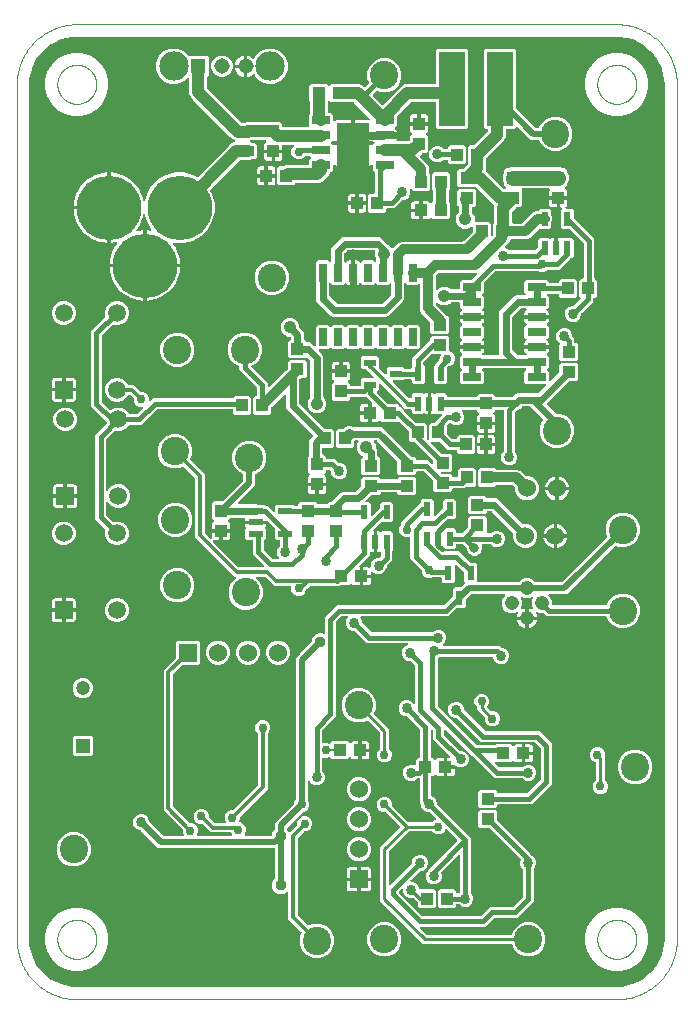
<source format=gtl>
G04 EAGLE Gerber RS-274X export*
G75*
%MOMM*%
%FSLAX34Y34*%
%LPD*%
%INTop Copper*%
%IPPOS*%
%AMOC8*
5,1,8,0,0,1.08239X$1,22.5*%
G01*
%ADD10C,0.050800*%
%ADD11R,1.100000X1.000000*%
%ADD12R,0.600000X1.200000*%
%ADD13R,0.650000X1.545000*%
%ADD14R,1.545000X0.650000*%
%ADD15R,1.000000X1.100000*%
%ADD16R,1.525000X0.650000*%
%ADD17R,2.710000X3.350000*%
%ADD18R,2.200000X6.300000*%
%ADD19R,1.308000X1.308000*%
%ADD20C,1.308000*%
%ADD21C,2.490000*%
%ADD22R,0.980000X0.870000*%
%ADD23R,1.530000X1.530000*%
%ADD24C,1.530000*%
%ADD25C,1.524000*%
%ADD26R,1.200000X0.600000*%
%ADD27R,1.050000X0.600000*%
%ADD28C,1.498000*%
%ADD29R,1.498000X1.498000*%
%ADD30C,1.208000*%
%ADD31R,0.600000X1.250000*%
%ADD32C,5.460000*%
%ADD33C,2.400000*%
%ADD34R,1.205000X1.205000*%
%ADD35C,1.205000*%
%ADD36C,0.000000*%
%ADD37C,1.016000*%
%ADD38C,0.152400*%
%ADD39C,0.381000*%
%ADD40C,0.812800*%
%ADD41C,0.508000*%
%ADD42C,0.756400*%
%ADD43C,0.304800*%
%ADD44C,0.254000*%
%ADD45C,1.056400*%
%ADD46C,0.609600*%
%ADD47C,0.856400*%
%ADD48C,0.406400*%
%ADD49C,0.956400*%
%ADD50C,0.806400*%
%ADD51C,0.355600*%
%ADD52C,0.635000*%
%ADD53C,1.270000*%
%ADD54C,0.330200*%
%ADD55C,0.889000*%

G36*
X482616Y-116583D02*
X482616Y-116583D01*
X482643Y-116584D01*
X487079Y-116335D01*
X487111Y-116328D01*
X487206Y-116317D01*
X495856Y-114343D01*
X495858Y-114342D01*
X495859Y-114342D01*
X496017Y-114286D01*
X504012Y-110436D01*
X504013Y-110436D01*
X504014Y-110435D01*
X504156Y-110346D01*
X511093Y-104814D01*
X511094Y-104813D01*
X511095Y-104812D01*
X511214Y-104693D01*
X516746Y-97756D01*
X516746Y-97755D01*
X516747Y-97754D01*
X516836Y-97612D01*
X520686Y-89617D01*
X520687Y-89616D01*
X520687Y-89615D01*
X520743Y-89456D01*
X522717Y-80806D01*
X522719Y-80774D01*
X522735Y-80679D01*
X522984Y-76243D01*
X522982Y-76226D01*
X522985Y-76200D01*
X522985Y647700D01*
X522983Y647716D01*
X522984Y647743D01*
X522735Y652179D01*
X522728Y652211D01*
X522717Y652306D01*
X520743Y660956D01*
X520742Y660958D01*
X520742Y660959D01*
X520686Y661117D01*
X516836Y669112D01*
X516836Y669113D01*
X516835Y669114D01*
X516746Y669256D01*
X511214Y676193D01*
X511213Y676194D01*
X511212Y676195D01*
X511093Y676314D01*
X504156Y681846D01*
X504155Y681846D01*
X504154Y681847D01*
X504012Y681936D01*
X496017Y685786D01*
X496016Y685787D01*
X496015Y685788D01*
X495856Y685843D01*
X492910Y686515D01*
X489575Y687276D01*
X487206Y687817D01*
X487174Y687819D01*
X487079Y687835D01*
X482643Y688084D01*
X482626Y688082D01*
X482600Y688085D01*
X25400Y688085D01*
X25384Y688083D01*
X25357Y688084D01*
X20921Y687835D01*
X20889Y687828D01*
X20794Y687817D01*
X12144Y685843D01*
X12142Y685842D01*
X12141Y685842D01*
X11983Y685786D01*
X3988Y681936D01*
X3987Y681936D01*
X3986Y681935D01*
X3844Y681846D01*
X-3093Y676314D01*
X-3094Y676313D01*
X-3095Y676312D01*
X-3214Y676193D01*
X-8746Y669256D01*
X-8746Y669255D01*
X-8747Y669254D01*
X-8836Y669112D01*
X-12686Y661117D01*
X-12687Y661116D01*
X-12688Y661115D01*
X-12720Y661021D01*
X-12734Y660992D01*
X-12735Y660978D01*
X-12743Y660956D01*
X-14717Y652306D01*
X-14719Y652274D01*
X-14735Y652179D01*
X-14984Y647743D01*
X-14982Y647726D01*
X-14985Y647700D01*
X-14985Y-76200D01*
X-14983Y-76216D01*
X-14984Y-76243D01*
X-14735Y-80679D01*
X-14728Y-80711D01*
X-14717Y-80806D01*
X-12743Y-89456D01*
X-12742Y-89458D01*
X-12742Y-89459D01*
X-12686Y-89617D01*
X-8836Y-97612D01*
X-8836Y-97613D01*
X-8835Y-97614D01*
X-8746Y-97756D01*
X-3214Y-104693D01*
X-3213Y-104694D01*
X-3212Y-104695D01*
X-3093Y-104814D01*
X3844Y-110346D01*
X3845Y-110346D01*
X3846Y-110347D01*
X3895Y-110378D01*
X3903Y-110385D01*
X3911Y-110388D01*
X3988Y-110436D01*
X11983Y-114286D01*
X11984Y-114287D01*
X11985Y-114288D01*
X12144Y-114343D01*
X15218Y-115044D01*
X18553Y-115806D01*
X20794Y-116317D01*
X20826Y-116319D01*
X20921Y-116335D01*
X25357Y-116584D01*
X25374Y-116582D01*
X25400Y-116585D01*
X482600Y-116585D01*
X482616Y-116583D01*
G37*
%LPC*%
G36*
X225708Y-92011D02*
X225708Y-92011D01*
X220363Y-89797D01*
X216273Y-85707D01*
X214059Y-80362D01*
X214059Y-74578D01*
X215593Y-70876D01*
X215619Y-70762D01*
X215648Y-70649D01*
X215647Y-70642D01*
X215649Y-70636D01*
X215638Y-70520D01*
X215629Y-70403D01*
X215626Y-70398D01*
X215626Y-70391D01*
X215578Y-70284D01*
X215532Y-70177D01*
X215528Y-70171D01*
X215526Y-70167D01*
X215513Y-70153D01*
X215428Y-70046D01*
X204215Y-58834D01*
X204215Y-36578D01*
X204204Y-36508D01*
X204202Y-36436D01*
X204184Y-36387D01*
X204176Y-36336D01*
X204142Y-36272D01*
X204117Y-36205D01*
X204085Y-36164D01*
X204060Y-36118D01*
X204008Y-36069D01*
X203964Y-36013D01*
X203920Y-35985D01*
X203882Y-35949D01*
X203817Y-35919D01*
X203757Y-35880D01*
X203706Y-35867D01*
X203659Y-35845D01*
X203588Y-35837D01*
X203518Y-35820D01*
X203466Y-35824D01*
X203415Y-35818D01*
X203344Y-35833D01*
X203273Y-35839D01*
X203225Y-35859D01*
X203174Y-35870D01*
X203113Y-35907D01*
X203047Y-35935D01*
X202991Y-35980D01*
X202963Y-35997D01*
X202948Y-36014D01*
X202916Y-36040D01*
X202268Y-36688D01*
X199577Y-37803D01*
X196663Y-37803D01*
X193972Y-36688D01*
X191912Y-34628D01*
X190797Y-31937D01*
X190797Y-29023D01*
X191912Y-26332D01*
X192816Y-25428D01*
X192869Y-25354D01*
X192929Y-25284D01*
X192941Y-25254D01*
X192960Y-25228D01*
X192987Y-25141D01*
X193021Y-25056D01*
X193025Y-25015D01*
X193032Y-24993D01*
X193031Y-24961D01*
X193039Y-24890D01*
X193039Y508D01*
X193036Y528D01*
X193038Y547D01*
X193016Y649D01*
X193000Y751D01*
X192990Y768D01*
X192986Y788D01*
X192933Y877D01*
X192884Y968D01*
X192870Y982D01*
X192860Y999D01*
X192781Y1066D01*
X192706Y1138D01*
X192688Y1146D01*
X192673Y1159D01*
X192577Y1198D01*
X192483Y1241D01*
X192463Y1243D01*
X192445Y1251D01*
X192278Y1269D01*
X94415Y1269D01*
X79870Y15814D01*
X79797Y15867D01*
X79727Y15927D01*
X79697Y15939D01*
X79671Y15958D01*
X79584Y15985D01*
X79499Y16019D01*
X79458Y16023D01*
X79436Y16030D01*
X79403Y16029D01*
X79332Y16037D01*
X78653Y16037D01*
X76145Y17076D01*
X74226Y18995D01*
X73187Y21503D01*
X73187Y24217D01*
X74226Y26725D01*
X76145Y28644D01*
X78653Y29683D01*
X81367Y29683D01*
X83875Y28644D01*
X85794Y26725D01*
X86833Y24217D01*
X86833Y23538D01*
X86847Y23448D01*
X86855Y23357D01*
X86867Y23327D01*
X86872Y23295D01*
X86915Y23214D01*
X86951Y23131D01*
X86977Y23098D01*
X86988Y23078D01*
X87011Y23056D01*
X87056Y23000D01*
X98402Y11654D01*
X98475Y11601D01*
X98545Y11541D01*
X98575Y11529D01*
X98601Y11510D01*
X98688Y11483D01*
X98773Y11449D01*
X98814Y11445D01*
X98836Y11438D01*
X98869Y11439D01*
X98940Y11431D01*
X115479Y11431D01*
X115524Y11438D01*
X115570Y11436D01*
X115645Y11458D01*
X115722Y11470D01*
X115762Y11492D01*
X115806Y11505D01*
X115870Y11549D01*
X115939Y11586D01*
X115971Y11619D01*
X116008Y11645D01*
X116055Y11707D01*
X116108Y11764D01*
X116128Y11806D01*
X116155Y11842D01*
X116179Y11916D01*
X116212Y11987D01*
X116217Y12033D01*
X116231Y12076D01*
X116231Y12154D01*
X116239Y12231D01*
X116229Y12276D01*
X116229Y12322D01*
X116191Y12454D01*
X116187Y12472D01*
X116184Y12476D01*
X116182Y12483D01*
X115291Y14634D01*
X115291Y16151D01*
X115277Y16241D01*
X115270Y16332D01*
X115257Y16361D01*
X115252Y16393D01*
X115209Y16474D01*
X115173Y16558D01*
X115148Y16590D01*
X115137Y16611D01*
X115113Y16633D01*
X115068Y16689D01*
X101409Y30348D01*
X98805Y32952D01*
X98805Y151520D01*
X101409Y154124D01*
X109119Y161834D01*
X109172Y161908D01*
X109232Y161977D01*
X109244Y162007D01*
X109263Y162033D01*
X109289Y162120D01*
X109323Y162205D01*
X109328Y162246D01*
X109335Y162269D01*
X109334Y162301D01*
X109342Y162372D01*
X109342Y175201D01*
X110830Y176690D01*
X128235Y176690D01*
X129723Y175201D01*
X129723Y157797D01*
X128235Y156308D01*
X115406Y156308D01*
X115316Y156294D01*
X115225Y156286D01*
X115195Y156274D01*
X115163Y156269D01*
X115082Y156226D01*
X114998Y156190D01*
X114966Y156164D01*
X114946Y156154D01*
X114923Y156130D01*
X114867Y156085D01*
X107158Y148376D01*
X107105Y148302D01*
X107045Y148232D01*
X107033Y148202D01*
X107014Y148176D01*
X106987Y148089D01*
X106953Y148004D01*
X106949Y147963D01*
X106942Y147941D01*
X106943Y147909D01*
X106935Y147837D01*
X106935Y36635D01*
X106949Y36545D01*
X106957Y36454D01*
X106969Y36424D01*
X106974Y36392D01*
X107017Y36311D01*
X107053Y36227D01*
X107079Y36195D01*
X107090Y36175D01*
X107113Y36152D01*
X107158Y36096D01*
X120817Y22437D01*
X120891Y22384D01*
X120960Y22325D01*
X120990Y22313D01*
X121017Y22294D01*
X121103Y22267D01*
X121188Y22233D01*
X121229Y22228D01*
X121252Y22221D01*
X121284Y22222D01*
X121355Y22214D01*
X122872Y22214D01*
X125196Y21252D01*
X126974Y19473D01*
X127937Y17149D01*
X127937Y14634D01*
X127046Y12483D01*
X127035Y12439D01*
X127016Y12397D01*
X127008Y12320D01*
X126990Y12244D01*
X126994Y12198D01*
X126989Y12153D01*
X127006Y12076D01*
X127013Y11999D01*
X127032Y11957D01*
X127041Y11912D01*
X127081Y11845D01*
X127113Y11774D01*
X127144Y11740D01*
X127168Y11701D01*
X127227Y11650D01*
X127279Y11593D01*
X127320Y11571D01*
X127354Y11541D01*
X127427Y11512D01*
X127495Y11475D01*
X127540Y11466D01*
X127583Y11449D01*
X127719Y11434D01*
X127737Y11431D01*
X127742Y11432D01*
X127749Y11431D01*
X156486Y11431D01*
X156557Y11442D01*
X156629Y11444D01*
X156678Y11462D01*
X156729Y11470D01*
X156792Y11504D01*
X156860Y11529D01*
X156901Y11561D01*
X156947Y11586D01*
X156996Y11637D01*
X157052Y11682D01*
X157080Y11726D01*
X157116Y11764D01*
X157146Y11829D01*
X157185Y11889D01*
X157198Y11940D01*
X157220Y11987D01*
X157227Y12058D01*
X157245Y12128D01*
X157241Y12180D01*
X157247Y12231D01*
X157231Y12302D01*
X157226Y12373D01*
X157205Y12421D01*
X157194Y12472D01*
X157158Y12533D01*
X157130Y12599D01*
X157085Y12655D01*
X157068Y12683D01*
X157050Y12698D01*
X157025Y12730D01*
X156893Y12862D01*
X156496Y13821D01*
X156434Y13920D01*
X156374Y14020D01*
X156370Y14024D01*
X156366Y14030D01*
X156276Y14104D01*
X156188Y14180D01*
X156182Y14182D01*
X156177Y14186D01*
X156069Y14228D01*
X155959Y14272D01*
X155952Y14273D01*
X155947Y14275D01*
X155929Y14275D01*
X155793Y14290D01*
X138711Y14290D01*
X136107Y16894D01*
X136107Y16895D01*
X131607Y21394D01*
X131533Y21447D01*
X131464Y21507D01*
X131434Y21519D01*
X131408Y21538D01*
X131320Y21565D01*
X131236Y21599D01*
X131195Y21603D01*
X131172Y21610D01*
X131140Y21609D01*
X131069Y21617D01*
X129552Y21617D01*
X127228Y22580D01*
X125450Y24358D01*
X124487Y26682D01*
X124487Y29198D01*
X125450Y31522D01*
X127228Y33300D01*
X129552Y34263D01*
X132068Y34263D01*
X134392Y33300D01*
X136170Y31522D01*
X137133Y29198D01*
X137133Y27681D01*
X137147Y27591D01*
X137155Y27500D01*
X137167Y27470D01*
X137172Y27438D01*
X137215Y27358D01*
X137251Y27274D01*
X137277Y27242D01*
X137288Y27221D01*
X137311Y27199D01*
X137356Y27143D01*
X141855Y22643D01*
X141929Y22590D01*
X141999Y22530D01*
X142029Y22518D01*
X142055Y22499D01*
X142142Y22473D01*
X142227Y22438D01*
X142268Y22434D01*
X142290Y22427D01*
X142322Y22428D01*
X142394Y22420D01*
X150762Y22420D01*
X150807Y22427D01*
X150853Y22425D01*
X150928Y22447D01*
X151005Y22460D01*
X151045Y22481D01*
X151089Y22494D01*
X151153Y22538D01*
X151222Y22575D01*
X151254Y22608D01*
X151291Y22634D01*
X151338Y22697D01*
X151391Y22753D01*
X151411Y22795D01*
X151438Y22832D01*
X151462Y22906D01*
X151495Y22976D01*
X151500Y23022D01*
X151514Y23065D01*
X151514Y23143D01*
X151522Y23221D01*
X151512Y23265D01*
X151512Y23311D01*
X151474Y23443D01*
X151470Y23461D01*
X151467Y23465D01*
X151465Y23473D01*
X150621Y25510D01*
X150621Y28025D01*
X151584Y30349D01*
X153362Y32128D01*
X155686Y33090D01*
X157203Y33090D01*
X157293Y33105D01*
X157384Y33112D01*
X157414Y33125D01*
X157446Y33130D01*
X157526Y33173D01*
X157610Y33208D01*
X157642Y33234D01*
X157663Y33245D01*
X157685Y33268D01*
X157741Y33313D01*
X178592Y54164D01*
X178635Y54224D01*
X178677Y54268D01*
X178684Y54284D01*
X178705Y54308D01*
X178717Y54338D01*
X178736Y54364D01*
X178763Y54451D01*
X178766Y54460D01*
X178781Y54491D01*
X178781Y54497D01*
X178797Y54536D01*
X178801Y54577D01*
X178808Y54599D01*
X178807Y54631D01*
X178815Y54703D01*
X178815Y97678D01*
X178801Y97768D01*
X178793Y97859D01*
X178781Y97889D01*
X178776Y97920D01*
X178733Y98001D01*
X178697Y98085D01*
X178671Y98117D01*
X178660Y98138D01*
X178637Y98160D01*
X178592Y98216D01*
X177520Y99288D01*
X176557Y101612D01*
X176557Y104128D01*
X177520Y106452D01*
X179298Y108230D01*
X181622Y109193D01*
X184138Y109193D01*
X186462Y108230D01*
X188240Y106452D01*
X189203Y104128D01*
X189203Y101612D01*
X188240Y99288D01*
X187168Y98216D01*
X187115Y98142D01*
X187055Y98073D01*
X187043Y98043D01*
X187024Y98016D01*
X186997Y97929D01*
X186963Y97844D01*
X186959Y97804D01*
X186952Y97781D01*
X186953Y97749D01*
X186945Y97678D01*
X186945Y51020D01*
X163490Y27565D01*
X163437Y27491D01*
X163377Y27421D01*
X163365Y27391D01*
X163346Y27365D01*
X163319Y27278D01*
X163285Y27193D01*
X163281Y27152D01*
X163274Y27130D01*
X163275Y27098D01*
X163267Y27027D01*
X163267Y25510D01*
X162566Y23819D01*
X162556Y23774D01*
X162536Y23732D01*
X162528Y23655D01*
X162510Y23579D01*
X162514Y23534D01*
X162509Y23488D01*
X162526Y23412D01*
X162533Y23334D01*
X162552Y23292D01*
X162562Y23248D01*
X162602Y23181D01*
X162633Y23110D01*
X162664Y23076D01*
X162688Y23036D01*
X162747Y22986D01*
X162800Y22929D01*
X162840Y22906D01*
X162875Y22877D01*
X162947Y22847D01*
X163015Y22810D01*
X163060Y22802D01*
X163103Y22785D01*
X163239Y22770D01*
X163257Y22766D01*
X163262Y22767D01*
X163270Y22766D01*
X163511Y22766D01*
X165835Y21804D01*
X167613Y20025D01*
X168576Y17701D01*
X168576Y15186D01*
X167613Y12862D01*
X167482Y12730D01*
X167440Y12672D01*
X167391Y12620D01*
X167369Y12573D01*
X167338Y12531D01*
X167317Y12462D01*
X167287Y12397D01*
X167281Y12345D01*
X167266Y12295D01*
X167268Y12224D01*
X167260Y12153D01*
X167271Y12102D01*
X167272Y12050D01*
X167297Y11982D01*
X167312Y11912D01*
X167339Y11867D01*
X167357Y11819D01*
X167401Y11763D01*
X167438Y11701D01*
X167478Y11667D01*
X167510Y11627D01*
X167571Y11588D01*
X167625Y11541D01*
X167674Y11522D01*
X167717Y11494D01*
X167787Y11476D01*
X167853Y11449D01*
X167925Y11441D01*
X167956Y11433D01*
X167979Y11435D01*
X168020Y11431D01*
X190036Y11431D01*
X190056Y11434D01*
X190075Y11432D01*
X190177Y11454D01*
X190279Y11470D01*
X190296Y11480D01*
X190316Y11484D01*
X190405Y11537D01*
X190496Y11586D01*
X190510Y11600D01*
X190527Y11610D01*
X190594Y11689D01*
X190666Y11764D01*
X190674Y11782D01*
X190687Y11797D01*
X190726Y11893D01*
X190769Y11987D01*
X190771Y12007D01*
X190779Y12025D01*
X190797Y12192D01*
X190797Y12887D01*
X191912Y15578D01*
X192816Y16482D01*
X192869Y16556D01*
X192929Y16626D01*
X192941Y16656D01*
X192960Y16682D01*
X192987Y16769D01*
X193021Y16854D01*
X193025Y16895D01*
X193032Y16917D01*
X193031Y16949D01*
X193039Y17020D01*
X193039Y22425D01*
X209354Y38740D01*
X209407Y38813D01*
X209467Y38883D01*
X209479Y38913D01*
X209498Y38939D01*
X209525Y39026D01*
X209559Y39111D01*
X209563Y39152D01*
X209570Y39174D01*
X209569Y39207D01*
X209577Y39278D01*
X209577Y39358D01*
X210540Y41682D01*
X210596Y41738D01*
X210649Y41812D01*
X210709Y41881D01*
X210721Y41912D01*
X210740Y41938D01*
X210767Y42025D01*
X210801Y42110D01*
X210805Y42151D01*
X210812Y42173D01*
X210811Y42205D01*
X210819Y42276D01*
X210819Y161974D01*
X214018Y165173D01*
X224034Y175188D01*
X224087Y175262D01*
X224146Y175332D01*
X224158Y175362D01*
X224177Y175388D01*
X224204Y175475D01*
X224210Y175490D01*
X224229Y175530D01*
X224229Y175538D01*
X224238Y175560D01*
X224243Y175601D01*
X224250Y175623D01*
X224249Y175655D01*
X224257Y175726D01*
X224257Y177005D01*
X225372Y179697D01*
X227431Y181757D01*
X230123Y182871D01*
X233036Y182871D01*
X234405Y182304D01*
X234449Y182294D01*
X234491Y182275D01*
X234568Y182266D01*
X234644Y182248D01*
X234690Y182253D01*
X234735Y182247D01*
X234812Y182264D01*
X234889Y182271D01*
X234931Y182290D01*
X234976Y182300D01*
X235043Y182340D01*
X235114Y182371D01*
X235148Y182402D01*
X235187Y182426D01*
X235238Y182485D01*
X235295Y182538D01*
X235317Y182578D01*
X235347Y182613D01*
X235376Y182685D01*
X235413Y182753D01*
X235422Y182798D01*
X235439Y182841D01*
X235454Y182977D01*
X235457Y182995D01*
X235456Y183000D01*
X235457Y183008D01*
X235457Y196204D01*
X245756Y206503D01*
X335951Y206503D01*
X336041Y206517D01*
X336132Y206525D01*
X336161Y206537D01*
X336193Y206542D01*
X336274Y206585D01*
X336358Y206621D01*
X336390Y206647D01*
X336411Y206658D01*
X336433Y206681D01*
X336489Y206726D01*
X343486Y213723D01*
X343539Y213797D01*
X343599Y213867D01*
X343611Y213897D01*
X343630Y213923D01*
X343657Y214010D01*
X343691Y214095D01*
X343695Y214136D01*
X343702Y214158D01*
X343701Y214190D01*
X343709Y214261D01*
X343709Y220322D01*
X345198Y221811D01*
X350540Y221811D01*
X350630Y221825D01*
X350721Y221833D01*
X350751Y221845D01*
X350783Y221850D01*
X350864Y221893D01*
X350947Y221929D01*
X350980Y221955D01*
X351000Y221966D01*
X351022Y221989D01*
X351078Y222034D01*
X351906Y222862D01*
X353948Y224903D01*
X353959Y224919D01*
X353975Y224931D01*
X354031Y225018D01*
X354091Y225102D01*
X354097Y225122D01*
X354108Y225138D01*
X354133Y225239D01*
X354163Y225338D01*
X354163Y225358D01*
X354168Y225377D01*
X354160Y225480D01*
X354157Y225583D01*
X354150Y225602D01*
X354149Y225622D01*
X354108Y225717D01*
X354073Y225814D01*
X354060Y225830D01*
X354052Y225848D01*
X353948Y225979D01*
X353209Y226718D01*
X353209Y234408D01*
X353195Y234498D01*
X353187Y234589D01*
X353175Y234618D01*
X353170Y234650D01*
X353127Y234731D01*
X353091Y234815D01*
X353065Y234847D01*
X353054Y234868D01*
X353031Y234890D01*
X352986Y234946D01*
X346590Y241342D01*
X346532Y241384D01*
X346480Y241433D01*
X346433Y241455D01*
X346391Y241485D01*
X346322Y241506D01*
X346257Y241537D01*
X346205Y241542D01*
X346155Y241558D01*
X346084Y241556D01*
X346013Y241564D01*
X345962Y241553D01*
X345910Y241551D01*
X345842Y241527D01*
X345772Y241512D01*
X345727Y241485D01*
X345679Y241467D01*
X345623Y241422D01*
X345561Y241385D01*
X345527Y241346D01*
X345487Y241313D01*
X345448Y241253D01*
X345401Y241198D01*
X345382Y241150D01*
X345354Y241106D01*
X345336Y241037D01*
X345309Y240970D01*
X345301Y240899D01*
X345293Y240868D01*
X345295Y240845D01*
X345291Y240804D01*
X345291Y226718D01*
X343802Y225229D01*
X335698Y225229D01*
X334209Y226718D01*
X334209Y229616D01*
X334206Y229636D01*
X334208Y229655D01*
X334186Y229757D01*
X334170Y229859D01*
X334160Y229876D01*
X334156Y229896D01*
X334103Y229985D01*
X334054Y230076D01*
X334040Y230090D01*
X334030Y230107D01*
X333951Y230174D01*
X333876Y230246D01*
X333858Y230254D01*
X333843Y230267D01*
X333747Y230306D01*
X333653Y230349D01*
X333633Y230351D01*
X333615Y230359D01*
X333448Y230377D01*
X326418Y230377D01*
X326353Y230367D01*
X326288Y230366D01*
X326208Y230343D01*
X326175Y230338D01*
X326158Y230328D01*
X326127Y230319D01*
X325108Y229897D01*
X322592Y229897D01*
X320268Y230860D01*
X318490Y232638D01*
X317527Y234962D01*
X317527Y235761D01*
X317513Y235851D01*
X317505Y235942D01*
X317493Y235971D01*
X317488Y236003D01*
X317445Y236084D01*
X317409Y236168D01*
X317383Y236200D01*
X317372Y236221D01*
X317349Y236243D01*
X317304Y236299D01*
X307847Y245756D01*
X307847Y263789D01*
X307840Y263835D01*
X307842Y263880D01*
X307820Y263955D01*
X307808Y264032D01*
X307786Y264073D01*
X307773Y264117D01*
X307729Y264181D01*
X307692Y264249D01*
X307659Y264281D01*
X307633Y264319D01*
X307571Y264365D01*
X307514Y264419D01*
X307472Y264438D01*
X307436Y264465D01*
X307362Y264490D01*
X307291Y264522D01*
X307245Y264527D01*
X307202Y264542D01*
X307124Y264541D01*
X307047Y264549D01*
X307002Y264540D01*
X306956Y264539D01*
X306825Y264501D01*
X306806Y264497D01*
X306802Y264495D01*
X306795Y264493D01*
X306058Y264187D01*
X303542Y264187D01*
X301218Y265150D01*
X299440Y266928D01*
X298477Y269252D01*
X298477Y271768D01*
X299440Y274092D01*
X300004Y274656D01*
X300058Y274730D01*
X300117Y274799D01*
X300129Y274829D01*
X300148Y274856D01*
X300175Y274943D01*
X300209Y275028D01*
X300213Y275068D01*
X300220Y275091D01*
X300219Y275123D01*
X300227Y275194D01*
X300227Y277525D01*
X315365Y292663D01*
X315668Y292663D01*
X315688Y292666D01*
X315707Y292664D01*
X315809Y292686D01*
X315911Y292702D01*
X315928Y292712D01*
X315948Y292716D01*
X316037Y292769D01*
X316128Y292818D01*
X316142Y292832D01*
X316159Y292842D01*
X316226Y292921D01*
X316298Y292996D01*
X316306Y293014D01*
X316319Y293029D01*
X316358Y293125D01*
X316401Y293219D01*
X316403Y293239D01*
X316411Y293257D01*
X316429Y293424D01*
X316429Y295142D01*
X317918Y296631D01*
X326022Y296631D01*
X327511Y295142D01*
X327511Y282935D01*
X327522Y282865D01*
X327524Y282793D01*
X327542Y282744D01*
X327550Y282693D01*
X327584Y282629D01*
X327609Y282562D01*
X327641Y282521D01*
X327666Y282475D01*
X327718Y282426D01*
X327762Y282370D01*
X327806Y282342D01*
X327844Y282306D01*
X327909Y282276D01*
X327969Y282237D01*
X328020Y282224D01*
X328067Y282202D01*
X328138Y282194D01*
X328208Y282177D01*
X328260Y282181D01*
X328311Y282175D01*
X328382Y282190D01*
X328453Y282196D01*
X328501Y282216D01*
X328552Y282227D01*
X328613Y282264D01*
X328679Y282292D01*
X328735Y282337D01*
X328763Y282354D01*
X328778Y282371D01*
X328810Y282397D01*
X335206Y288793D01*
X335259Y288867D01*
X335319Y288937D01*
X335331Y288967D01*
X335350Y288993D01*
X335377Y289080D01*
X335411Y289165D01*
X335415Y289206D01*
X335422Y289228D01*
X335421Y289260D01*
X335429Y289331D01*
X335429Y295142D01*
X336918Y296631D01*
X345022Y296631D01*
X346511Y295142D01*
X346511Y281038D01*
X345022Y279549D01*
X339211Y279549D01*
X339121Y279535D01*
X339030Y279527D01*
X339001Y279515D01*
X338969Y279510D01*
X338888Y279467D01*
X338804Y279431D01*
X338772Y279405D01*
X338751Y279394D01*
X338729Y279371D01*
X338673Y279326D01*
X333552Y274205D01*
X332277Y272930D01*
X332235Y272872D01*
X332186Y272820D01*
X332164Y272773D01*
X332134Y272731D01*
X332112Y272662D01*
X332082Y272597D01*
X332077Y272545D01*
X332071Y272527D01*
X332027Y272524D01*
X331979Y272504D01*
X331928Y272493D01*
X331867Y272456D01*
X331801Y272428D01*
X331745Y272383D01*
X331717Y272366D01*
X331702Y272349D01*
X331670Y272323D01*
X330638Y271291D01*
X330591Y271281D01*
X330489Y271264D01*
X330472Y271255D01*
X330452Y271250D01*
X330363Y271197D01*
X330272Y271149D01*
X330258Y271134D01*
X330241Y271124D01*
X330174Y271046D01*
X330102Y270971D01*
X330094Y270953D01*
X330081Y270937D01*
X330042Y270841D01*
X329999Y270747D01*
X329997Y270728D01*
X329989Y270709D01*
X329971Y270542D01*
X329971Y263828D01*
X329974Y263809D01*
X329972Y263789D01*
X329994Y263687D01*
X330010Y263585D01*
X330020Y263568D01*
X330024Y263548D01*
X330077Y263459D01*
X330126Y263368D01*
X330140Y263354D01*
X330150Y263337D01*
X330229Y263270D01*
X330304Y263199D01*
X330322Y263190D01*
X330337Y263177D01*
X330433Y263139D01*
X330527Y263095D01*
X330547Y263093D01*
X330565Y263086D01*
X330489Y263073D01*
X330472Y263064D01*
X330452Y263060D01*
X330363Y263007D01*
X330272Y262958D01*
X330258Y262944D01*
X330241Y262934D01*
X330174Y262855D01*
X330102Y262780D01*
X330094Y262762D01*
X330081Y262747D01*
X330042Y262650D01*
X329999Y262557D01*
X329997Y262537D01*
X329989Y262519D01*
X329971Y262352D01*
X329971Y257343D01*
X329985Y257252D01*
X329993Y257162D01*
X330005Y257132D01*
X330010Y257100D01*
X330053Y257019D01*
X330089Y256935D01*
X330115Y256903D01*
X330126Y256882D01*
X330149Y256860D01*
X330194Y256804D01*
X331670Y255328D01*
X331728Y255286D01*
X331780Y255237D01*
X331827Y255215D01*
X331869Y255185D01*
X331938Y255164D01*
X332003Y255133D01*
X332055Y255128D01*
X332105Y255112D01*
X332176Y255114D01*
X332247Y255106D01*
X332298Y255117D01*
X332350Y255119D01*
X332418Y255143D01*
X332488Y255158D01*
X332533Y255185D01*
X332581Y255203D01*
X332637Y255248D01*
X332699Y255285D01*
X332733Y255324D01*
X332773Y255357D01*
X332812Y255417D01*
X332859Y255472D01*
X332878Y255520D01*
X332906Y255564D01*
X332924Y255633D01*
X332951Y255700D01*
X332959Y255771D01*
X332967Y255802D01*
X332965Y255825D01*
X332969Y255866D01*
X332969Y262352D01*
X332966Y262371D01*
X332968Y262391D01*
X332946Y262493D01*
X332930Y262595D01*
X332920Y262612D01*
X332916Y262632D01*
X332863Y262721D01*
X332814Y262812D01*
X332800Y262826D01*
X332790Y262843D01*
X332711Y262910D01*
X332636Y262981D01*
X332618Y262990D01*
X332603Y263003D01*
X332507Y263041D01*
X332413Y263085D01*
X332393Y263087D01*
X332375Y263094D01*
X332451Y263107D01*
X332468Y263116D01*
X332488Y263120D01*
X332577Y263173D01*
X332668Y263222D01*
X332682Y263236D01*
X332699Y263246D01*
X332766Y263325D01*
X332838Y263400D01*
X332846Y263418D01*
X332859Y263433D01*
X332898Y263530D01*
X332941Y263623D01*
X332943Y263643D01*
X332951Y263661D01*
X332969Y263828D01*
X332969Y271631D01*
X334804Y271631D01*
X335451Y271458D01*
X335765Y271276D01*
X335806Y271261D01*
X335843Y271237D01*
X335920Y271217D01*
X335995Y271189D01*
X336039Y271187D01*
X336081Y271177D01*
X336161Y271183D01*
X336241Y271180D01*
X336283Y271193D01*
X336327Y271196D01*
X336400Y271227D01*
X336477Y271250D01*
X336513Y271275D01*
X336553Y271292D01*
X336667Y271383D01*
X336678Y271391D01*
X336680Y271394D01*
X336684Y271397D01*
X336918Y271631D01*
X345022Y271631D01*
X346511Y270142D01*
X346511Y268424D01*
X346514Y268404D01*
X346512Y268385D01*
X346534Y268283D01*
X346550Y268181D01*
X346560Y268164D01*
X346564Y268144D01*
X346617Y268055D01*
X346666Y267964D01*
X346680Y267950D01*
X346690Y267933D01*
X346769Y267866D01*
X346844Y267794D01*
X346862Y267786D01*
X346877Y267773D01*
X346973Y267734D01*
X347067Y267691D01*
X347087Y267689D01*
X347105Y267681D01*
X347272Y267663D01*
X350661Y267663D01*
X350751Y267677D01*
X350842Y267685D01*
X350871Y267697D01*
X350903Y267702D01*
X350984Y267745D01*
X351068Y267781D01*
X351100Y267807D01*
X351121Y267818D01*
X351143Y267841D01*
X351199Y267886D01*
X356226Y272913D01*
X356279Y272987D01*
X356339Y273057D01*
X356351Y273087D01*
X356370Y273113D01*
X356397Y273200D01*
X356431Y273285D01*
X356435Y273326D01*
X356442Y273348D01*
X356441Y273380D01*
X356449Y273451D01*
X356449Y280762D01*
X357938Y282251D01*
X371042Y282251D01*
X372531Y280762D01*
X372531Y268424D01*
X372534Y268404D01*
X372532Y268385D01*
X372554Y268283D01*
X372570Y268181D01*
X372580Y268164D01*
X372584Y268144D01*
X372637Y268055D01*
X372686Y267964D01*
X372700Y267950D01*
X372710Y267933D01*
X372789Y267866D01*
X372864Y267794D01*
X372882Y267786D01*
X372897Y267773D01*
X372993Y267734D01*
X373087Y267691D01*
X373107Y267689D01*
X373125Y267681D01*
X373292Y267663D01*
X375809Y267663D01*
X375899Y267677D01*
X375990Y267685D01*
X376019Y267697D01*
X376051Y267702D01*
X376132Y267745D01*
X376216Y267781D01*
X376248Y267807D01*
X376269Y267818D01*
X376291Y267841D01*
X376347Y267886D01*
X377135Y268674D01*
X379643Y269713D01*
X382357Y269713D01*
X384865Y268674D01*
X386784Y266755D01*
X387823Y264247D01*
X387823Y261533D01*
X386784Y259025D01*
X384865Y257106D01*
X382357Y256067D01*
X379643Y256067D01*
X377135Y257106D01*
X375947Y258294D01*
X375873Y258347D01*
X375803Y258407D01*
X375773Y258419D01*
X375747Y258438D01*
X375660Y258465D01*
X375575Y258499D01*
X375534Y258503D01*
X375512Y258510D01*
X375480Y258509D01*
X375409Y258517D01*
X368858Y258517D01*
X368813Y258510D01*
X368767Y258512D01*
X368692Y258490D01*
X368616Y258478D01*
X368575Y258456D01*
X368531Y258443D01*
X368467Y258399D01*
X368398Y258362D01*
X368367Y258329D01*
X368329Y258303D01*
X368283Y258241D01*
X368229Y258184D01*
X368210Y258142D01*
X368182Y258106D01*
X368158Y258032D01*
X368125Y257961D01*
X368120Y257915D01*
X368106Y257872D01*
X368107Y257794D01*
X368098Y257717D01*
X368108Y257672D01*
X368108Y257626D01*
X368147Y257494D01*
X368151Y257476D01*
X368153Y257472D01*
X368155Y257465D01*
X368523Y256577D01*
X368523Y253963D01*
X367522Y251547D01*
X365673Y249698D01*
X363257Y248697D01*
X360643Y248697D01*
X358227Y249698D01*
X356378Y251547D01*
X355377Y253963D01*
X355377Y255061D01*
X355363Y255151D01*
X355355Y255242D01*
X355343Y255271D01*
X355338Y255303D01*
X355295Y255384D01*
X355259Y255468D01*
X355233Y255500D01*
X355222Y255521D01*
X355199Y255543D01*
X355154Y255599D01*
X352459Y258294D01*
X352385Y258347D01*
X352315Y258407D01*
X352285Y258419D01*
X352259Y258438D01*
X352172Y258465D01*
X352087Y258499D01*
X352046Y258503D01*
X352024Y258510D01*
X351992Y258509D01*
X351921Y258517D01*
X347272Y258517D01*
X347252Y258514D01*
X347233Y258516D01*
X347131Y258494D01*
X347029Y258478D01*
X347012Y258468D01*
X346992Y258464D01*
X346903Y258411D01*
X346812Y258362D01*
X346798Y258348D01*
X346781Y258338D01*
X346714Y258259D01*
X346642Y258184D01*
X346634Y258166D01*
X346621Y258151D01*
X346582Y258055D01*
X346539Y257961D01*
X346537Y257941D01*
X346529Y257923D01*
X346511Y257756D01*
X346511Y256038D01*
X345022Y254549D01*
X336918Y254549D01*
X336684Y254783D01*
X336648Y254809D01*
X336619Y254841D01*
X336549Y254880D01*
X336484Y254926D01*
X336442Y254939D01*
X336404Y254961D01*
X336326Y254975D01*
X336249Y254999D01*
X336205Y254998D01*
X336162Y255006D01*
X336083Y254995D01*
X336003Y254992D01*
X335962Y254977D01*
X335919Y254971D01*
X335785Y254913D01*
X335772Y254908D01*
X335770Y254906D01*
X335765Y254904D01*
X335451Y254722D01*
X334804Y254549D01*
X334286Y254549D01*
X334216Y254538D01*
X334144Y254536D01*
X334095Y254518D01*
X334044Y254510D01*
X333980Y254476D01*
X333913Y254451D01*
X333872Y254419D01*
X333826Y254394D01*
X333777Y254342D01*
X333721Y254298D01*
X333693Y254254D01*
X333657Y254216D01*
X333627Y254151D01*
X333588Y254091D01*
X333575Y254040D01*
X333553Y253993D01*
X333545Y253922D01*
X333528Y253852D01*
X333532Y253800D01*
X333526Y253749D01*
X333541Y253678D01*
X333547Y253607D01*
X333567Y253559D01*
X333578Y253508D01*
X333615Y253447D01*
X333643Y253381D01*
X333688Y253325D01*
X333705Y253297D01*
X333722Y253282D01*
X333748Y253250D01*
X334566Y252432D01*
X334640Y252379D01*
X334710Y252319D01*
X334740Y252307D01*
X334766Y252288D01*
X334853Y252261D01*
X334938Y252227D01*
X334979Y252223D01*
X335001Y252216D01*
X335033Y252217D01*
X335104Y252209D01*
X348657Y252209D01*
X357832Y243034D01*
X357906Y242981D01*
X357975Y242921D01*
X358006Y242909D01*
X358032Y242890D01*
X358119Y242863D01*
X358204Y242829D01*
X358245Y242825D01*
X358267Y242818D01*
X358299Y242819D01*
X358370Y242811D01*
X362802Y242811D01*
X364291Y241322D01*
X364291Y226822D01*
X364294Y226802D01*
X364292Y226783D01*
X364314Y226681D01*
X364330Y226579D01*
X364340Y226562D01*
X364344Y226542D01*
X364397Y226453D01*
X364446Y226362D01*
X364460Y226348D01*
X364470Y226331D01*
X364549Y226264D01*
X364624Y226192D01*
X364642Y226184D01*
X364657Y226171D01*
X364753Y226132D01*
X364847Y226089D01*
X364867Y226087D01*
X364885Y226079D01*
X365052Y226061D01*
X399030Y226061D01*
X399121Y226075D01*
X399211Y226083D01*
X399241Y226095D01*
X399273Y226100D01*
X399354Y226143D01*
X399438Y226179D01*
X399470Y226205D01*
X399491Y226216D01*
X399513Y226239D01*
X399569Y226284D01*
X401539Y228254D01*
X404693Y229561D01*
X408107Y229561D01*
X411261Y228254D01*
X413231Y226284D01*
X413305Y226231D01*
X413375Y226171D01*
X413405Y226159D01*
X413431Y226140D01*
X413518Y226113D01*
X413603Y226079D01*
X413644Y226075D01*
X413666Y226068D01*
X413698Y226069D01*
X413770Y226061D01*
X435730Y226061D01*
X435820Y226075D01*
X435911Y226083D01*
X435941Y226095D01*
X435973Y226100D01*
X436054Y226143D01*
X436137Y226179D01*
X436170Y226205D01*
X436190Y226216D01*
X436212Y226239D01*
X436268Y226284D01*
X474087Y264102D01*
X474154Y264196D01*
X474225Y264291D01*
X474227Y264297D01*
X474230Y264302D01*
X474264Y264413D01*
X474301Y264525D01*
X474301Y264531D01*
X474303Y264537D01*
X474300Y264654D01*
X474299Y264771D01*
X474296Y264778D01*
X474296Y264783D01*
X474290Y264800D01*
X474252Y264932D01*
X473139Y267618D01*
X473139Y273402D01*
X475353Y278747D01*
X479443Y282837D01*
X484788Y285051D01*
X490572Y285051D01*
X495917Y282837D01*
X500007Y278747D01*
X502221Y273402D01*
X502221Y267618D01*
X500007Y262273D01*
X495917Y258183D01*
X490572Y255969D01*
X484788Y255969D01*
X482102Y257082D01*
X481988Y257108D01*
X481875Y257137D01*
X481868Y257137D01*
X481862Y257138D01*
X481746Y257127D01*
X481629Y257118D01*
X481624Y257116D01*
X481617Y257115D01*
X481510Y257067D01*
X481403Y257022D01*
X481397Y257017D01*
X481393Y257015D01*
X481379Y257002D01*
X481272Y256917D01*
X440255Y215899D01*
X425454Y215899D01*
X425383Y215888D01*
X425311Y215886D01*
X425262Y215868D01*
X425211Y215860D01*
X425147Y215826D01*
X425080Y215801D01*
X425039Y215769D01*
X424993Y215744D01*
X424944Y215692D01*
X424888Y215648D01*
X424860Y215604D01*
X424824Y215566D01*
X424794Y215501D01*
X424755Y215441D01*
X424742Y215390D01*
X424720Y215343D01*
X424713Y215272D01*
X424695Y215202D01*
X424699Y215150D01*
X424693Y215099D01*
X424709Y215028D01*
X424714Y214957D01*
X424734Y214909D01*
X424746Y214858D01*
X424782Y214797D01*
X424810Y214731D01*
X424855Y214675D01*
X424872Y214647D01*
X424890Y214632D01*
X424915Y214600D01*
X426374Y213141D01*
X427681Y209987D01*
X427681Y207264D01*
X427684Y207244D01*
X427682Y207225D01*
X427704Y207123D01*
X427720Y207021D01*
X427730Y207004D01*
X427734Y206984D01*
X427787Y206895D01*
X427836Y206804D01*
X427850Y206790D01*
X427860Y206773D01*
X427939Y206706D01*
X428014Y206634D01*
X428032Y206626D01*
X428047Y206613D01*
X428143Y206574D01*
X428237Y206531D01*
X428257Y206529D01*
X428275Y206521D01*
X428442Y206503D01*
X473327Y206503D01*
X473441Y206522D01*
X473558Y206539D01*
X473563Y206541D01*
X473569Y206542D01*
X473672Y206597D01*
X473777Y206650D01*
X473781Y206655D01*
X473787Y206658D01*
X473866Y206741D01*
X473949Y206826D01*
X473953Y206832D01*
X473956Y206836D01*
X473964Y206853D01*
X474030Y206973D01*
X475353Y210167D01*
X479443Y214257D01*
X484788Y216471D01*
X490572Y216471D01*
X495917Y214257D01*
X500007Y210167D01*
X502221Y204822D01*
X502221Y199038D01*
X500007Y193693D01*
X495917Y189603D01*
X490572Y187389D01*
X484788Y187389D01*
X479443Y189603D01*
X475353Y193693D01*
X474030Y196887D01*
X473968Y196987D01*
X473908Y197087D01*
X473904Y197091D01*
X473900Y197096D01*
X473810Y197171D01*
X473722Y197247D01*
X473716Y197249D01*
X473711Y197253D01*
X473602Y197295D01*
X473493Y197339D01*
X473486Y197340D01*
X473481Y197341D01*
X473463Y197342D01*
X473327Y197357D01*
X423556Y197357D01*
X421437Y199476D01*
X421363Y199529D01*
X421293Y199589D01*
X421263Y199601D01*
X421237Y199620D01*
X421150Y199647D01*
X421065Y199681D01*
X421024Y199685D01*
X421002Y199692D01*
X420970Y199691D01*
X420899Y199699D01*
X417393Y199699D01*
X414973Y200702D01*
X414903Y200718D01*
X414836Y200744D01*
X414784Y200746D01*
X414733Y200758D01*
X414662Y200751D01*
X414590Y200754D01*
X414540Y200740D01*
X414488Y200735D01*
X414423Y200706D01*
X414354Y200686D01*
X414311Y200656D01*
X414264Y200635D01*
X414211Y200586D01*
X414152Y200546D01*
X414121Y200504D01*
X414083Y200468D01*
X414048Y200406D01*
X414005Y200348D01*
X413989Y200299D01*
X413964Y200253D01*
X413951Y200182D01*
X413929Y200114D01*
X413930Y200062D01*
X413920Y200011D01*
X413931Y199940D01*
X413931Y199868D01*
X413951Y199799D01*
X413956Y199768D01*
X413967Y199747D01*
X413978Y199707D01*
X414651Y198083D01*
X414846Y197103D01*
X407923Y197103D01*
X407923Y204026D01*
X408903Y203831D01*
X410527Y203158D01*
X410597Y203142D01*
X410664Y203116D01*
X410716Y203114D01*
X410767Y203102D01*
X410838Y203109D01*
X410910Y203106D01*
X410960Y203120D01*
X411012Y203125D01*
X411077Y203154D01*
X411146Y203174D01*
X411189Y203204D01*
X411236Y203225D01*
X411289Y203274D01*
X411348Y203314D01*
X411379Y203356D01*
X411417Y203392D01*
X411452Y203454D01*
X411495Y203512D01*
X411511Y203561D01*
X411536Y203607D01*
X411549Y203678D01*
X411571Y203746D01*
X411570Y203798D01*
X411580Y203849D01*
X411569Y203920D01*
X411569Y203992D01*
X411549Y204061D01*
X411544Y204092D01*
X411533Y204113D01*
X411522Y204153D01*
X410519Y206573D01*
X410519Y209987D01*
X411522Y212407D01*
X411538Y212477D01*
X411564Y212544D01*
X411566Y212596D01*
X411578Y212647D01*
X411571Y212718D01*
X411574Y212790D01*
X411560Y212840D01*
X411555Y212892D01*
X411526Y212957D01*
X411506Y213026D01*
X411476Y213069D01*
X411455Y213116D01*
X411406Y213169D01*
X411366Y213228D01*
X411324Y213259D01*
X411288Y213297D01*
X411226Y213332D01*
X411168Y213375D01*
X411119Y213391D01*
X411073Y213416D01*
X411002Y213429D01*
X410934Y213451D01*
X410882Y213450D01*
X410831Y213460D01*
X410760Y213449D01*
X410688Y213449D01*
X410619Y213429D01*
X410588Y213424D01*
X410567Y213413D01*
X410527Y213402D01*
X408107Y212399D01*
X404693Y212399D01*
X402273Y213402D01*
X402203Y213418D01*
X402136Y213444D01*
X402084Y213446D01*
X402033Y213458D01*
X401962Y213451D01*
X401890Y213454D01*
X401840Y213440D01*
X401788Y213435D01*
X401723Y213406D01*
X401654Y213386D01*
X401611Y213356D01*
X401564Y213335D01*
X401511Y213286D01*
X401452Y213246D01*
X401421Y213204D01*
X401383Y213168D01*
X401348Y213106D01*
X401305Y213048D01*
X401289Y212999D01*
X401264Y212953D01*
X401251Y212882D01*
X401229Y212814D01*
X401230Y212762D01*
X401220Y212711D01*
X401231Y212640D01*
X401231Y212568D01*
X401251Y212499D01*
X401256Y212468D01*
X401267Y212447D01*
X401278Y212407D01*
X402281Y209987D01*
X402281Y206573D01*
X401278Y204153D01*
X401270Y204117D01*
X401265Y204106D01*
X401262Y204086D01*
X401262Y204083D01*
X401236Y204016D01*
X401234Y203964D01*
X401222Y203913D01*
X401229Y203842D01*
X401226Y203770D01*
X401240Y203720D01*
X401245Y203668D01*
X401274Y203603D01*
X401294Y203534D01*
X401324Y203491D01*
X401345Y203444D01*
X401394Y203391D01*
X401434Y203332D01*
X401476Y203301D01*
X401512Y203263D01*
X401574Y203228D01*
X401632Y203185D01*
X401681Y203169D01*
X401727Y203144D01*
X401798Y203131D01*
X401866Y203109D01*
X401918Y203110D01*
X401969Y203100D01*
X402040Y203111D01*
X402112Y203111D01*
X402181Y203131D01*
X402212Y203136D01*
X402233Y203147D01*
X402273Y203158D01*
X403897Y203831D01*
X404877Y204026D01*
X404877Y197103D01*
X397954Y197103D01*
X398149Y198083D01*
X398822Y199707D01*
X398838Y199777D01*
X398864Y199844D01*
X398866Y199896D01*
X398878Y199947D01*
X398871Y200018D01*
X398874Y200090D01*
X398860Y200140D01*
X398855Y200192D01*
X398826Y200257D01*
X398806Y200326D01*
X398776Y200369D01*
X398755Y200416D01*
X398706Y200469D01*
X398666Y200528D01*
X398624Y200559D01*
X398588Y200597D01*
X398526Y200632D01*
X398468Y200675D01*
X398419Y200691D01*
X398373Y200716D01*
X398302Y200729D01*
X398234Y200751D01*
X398182Y200750D01*
X398131Y200760D01*
X398060Y200749D01*
X397988Y200749D01*
X397919Y200729D01*
X397888Y200724D01*
X397867Y200713D01*
X397827Y200702D01*
X395407Y199699D01*
X391993Y199699D01*
X388839Y201006D01*
X386426Y203419D01*
X385119Y206573D01*
X385119Y209987D01*
X386426Y213141D01*
X387885Y214600D01*
X387927Y214658D01*
X387976Y214710D01*
X387998Y214757D01*
X388028Y214799D01*
X388049Y214868D01*
X388080Y214933D01*
X388085Y214985D01*
X388101Y215035D01*
X388099Y215106D01*
X388107Y215177D01*
X388096Y215228D01*
X388094Y215280D01*
X388070Y215348D01*
X388054Y215418D01*
X388028Y215463D01*
X388010Y215511D01*
X387965Y215567D01*
X387928Y215629D01*
X387889Y215663D01*
X387856Y215703D01*
X387796Y215742D01*
X387741Y215789D01*
X387693Y215808D01*
X387649Y215836D01*
X387580Y215854D01*
X387513Y215881D01*
X387442Y215889D01*
X387411Y215897D01*
X387387Y215895D01*
X387346Y215899D01*
X359630Y215899D01*
X359540Y215885D01*
X359449Y215877D01*
X359419Y215865D01*
X359387Y215860D01*
X359306Y215817D01*
X359223Y215781D01*
X359190Y215755D01*
X359170Y215744D01*
X359148Y215721D01*
X359092Y215676D01*
X355014Y211598D01*
X354961Y211525D01*
X354901Y211455D01*
X354889Y211425D01*
X354870Y211399D01*
X354843Y211312D01*
X354809Y211227D01*
X354805Y211186D01*
X354798Y211164D01*
X354799Y211131D01*
X354791Y211060D01*
X354791Y205718D01*
X353302Y204229D01*
X347241Y204229D01*
X347151Y204215D01*
X347060Y204207D01*
X347031Y204195D01*
X346999Y204190D01*
X346918Y204147D01*
X346834Y204111D01*
X346802Y204085D01*
X346781Y204074D01*
X346759Y204051D01*
X346703Y204006D01*
X340054Y197357D01*
X266249Y197357D01*
X266179Y197346D01*
X266107Y197344D01*
X266058Y197326D01*
X266007Y197318D01*
X265943Y197284D01*
X265876Y197259D01*
X265835Y197227D01*
X265789Y197202D01*
X265740Y197150D01*
X265684Y197106D01*
X265656Y197062D01*
X265620Y197024D01*
X265590Y196959D01*
X265551Y196899D01*
X265538Y196848D01*
X265516Y196801D01*
X265508Y196730D01*
X265491Y196660D01*
X265495Y196608D01*
X265489Y196557D01*
X265504Y196486D01*
X265510Y196415D01*
X265530Y196367D01*
X265541Y196316D01*
X265578Y196255D01*
X265606Y196189D01*
X265651Y196133D01*
X265668Y196105D01*
X265685Y196090D01*
X265711Y196058D01*
X266134Y195635D01*
X267173Y193127D01*
X267173Y191729D01*
X267187Y191639D01*
X267195Y191548D01*
X267207Y191519D01*
X267212Y191487D01*
X267233Y191448D01*
X267234Y191441D01*
X267253Y191410D01*
X267255Y191406D01*
X267291Y191322D01*
X267317Y191290D01*
X267328Y191269D01*
X267350Y191248D01*
X267361Y191230D01*
X267373Y191219D01*
X267396Y191191D01*
X274721Y183866D01*
X274795Y183813D01*
X274865Y183753D01*
X274895Y183741D01*
X274921Y183722D01*
X275008Y183695D01*
X275093Y183661D01*
X275134Y183657D01*
X275156Y183650D01*
X275188Y183651D01*
X275259Y183643D01*
X326079Y183643D01*
X326169Y183657D01*
X326260Y183665D01*
X326289Y183677D01*
X326321Y183682D01*
X326402Y183725D01*
X326486Y183761D01*
X326518Y183787D01*
X326539Y183798D01*
X326561Y183821D01*
X326617Y183866D01*
X327605Y184854D01*
X330113Y185893D01*
X332827Y185893D01*
X335335Y184854D01*
X337254Y182935D01*
X338293Y180427D01*
X338293Y177713D01*
X337254Y175205D01*
X335561Y173512D01*
X335519Y173454D01*
X335470Y173402D01*
X335448Y173355D01*
X335418Y173313D01*
X335396Y173244D01*
X335366Y173179D01*
X335360Y173127D01*
X335345Y173077D01*
X335347Y173006D01*
X335339Y172935D01*
X335350Y172884D01*
X335352Y172832D01*
X335376Y172764D01*
X335391Y172694D01*
X335418Y172649D01*
X335436Y172601D01*
X335481Y172545D01*
X335518Y172483D01*
X335557Y172449D01*
X335590Y172409D01*
X335650Y172370D01*
X335704Y172323D01*
X335753Y172304D01*
X335797Y172276D01*
X335866Y172258D01*
X335933Y172231D01*
X336004Y172223D01*
X336035Y172215D01*
X336058Y172217D01*
X336099Y172213D01*
X382894Y172213D01*
X384231Y170876D01*
X384305Y170823D01*
X384375Y170763D01*
X384405Y170751D01*
X384431Y170732D01*
X384518Y170705D01*
X384603Y170671D01*
X384644Y170667D01*
X384666Y170660D01*
X384698Y170661D01*
X384769Y170653D01*
X386167Y170653D01*
X388675Y169614D01*
X390594Y167695D01*
X391633Y165187D01*
X391633Y162473D01*
X390594Y159965D01*
X388675Y158046D01*
X386167Y157007D01*
X383453Y157007D01*
X380945Y158046D01*
X379026Y159965D01*
X377936Y162597D01*
X377874Y162697D01*
X377814Y162797D01*
X377809Y162801D01*
X377806Y162806D01*
X377716Y162881D01*
X377627Y162957D01*
X377621Y162959D01*
X377617Y162963D01*
X377508Y163005D01*
X377399Y163049D01*
X377392Y163050D01*
X377387Y163051D01*
X377369Y163052D01*
X377232Y163067D01*
X333051Y163067D01*
X332961Y163053D01*
X332870Y163045D01*
X332841Y163033D01*
X332809Y163028D01*
X332728Y162985D01*
X332644Y162949D01*
X332612Y162923D01*
X332591Y162912D01*
X332569Y162889D01*
X332513Y162844D01*
X331525Y161856D01*
X331433Y161818D01*
X331333Y161756D01*
X331233Y161696D01*
X331229Y161692D01*
X331224Y161688D01*
X331149Y161598D01*
X331073Y161509D01*
X331071Y161504D01*
X331067Y161499D01*
X331025Y161390D01*
X330981Y161281D01*
X330980Y161274D01*
X330979Y161269D01*
X330978Y161251D01*
X330963Y161115D01*
X330963Y121589D01*
X330977Y121499D01*
X330985Y121408D01*
X330997Y121379D01*
X331002Y121347D01*
X331045Y121266D01*
X331081Y121182D01*
X331107Y121150D01*
X331118Y121129D01*
X331141Y121107D01*
X331186Y121051D01*
X363621Y88616D01*
X363695Y88563D01*
X363765Y88503D01*
X363795Y88491D01*
X363821Y88472D01*
X363908Y88445D01*
X363993Y88411D01*
X364034Y88407D01*
X364056Y88400D01*
X364088Y88401D01*
X364159Y88393D01*
X379174Y88393D01*
X379264Y88407D01*
X379355Y88415D01*
X379385Y88427D01*
X379417Y88432D01*
X379498Y88475D01*
X379582Y88511D01*
X379614Y88537D01*
X379634Y88548D01*
X379657Y88571D01*
X379713Y88616D01*
X379918Y88821D01*
X393022Y88821D01*
X394528Y87316D01*
X394623Y87247D01*
X394720Y87176D01*
X394724Y87174D01*
X394727Y87172D01*
X394840Y87137D01*
X394954Y87101D01*
X394958Y87101D01*
X394962Y87100D01*
X395081Y87103D01*
X395200Y87105D01*
X395204Y87106D01*
X395208Y87106D01*
X395320Y87147D01*
X395432Y87186D01*
X395435Y87189D01*
X395439Y87190D01*
X395533Y87265D01*
X395626Y87338D01*
X395629Y87342D01*
X395631Y87344D01*
X395639Y87356D01*
X395725Y87473D01*
X395937Y87840D01*
X396410Y88313D01*
X396989Y88648D01*
X397636Y88821D01*
X401947Y88821D01*
X401947Y82042D01*
X401950Y82022D01*
X401948Y82003D01*
X401970Y81901D01*
X401987Y81799D01*
X401996Y81782D01*
X402000Y81762D01*
X402053Y81673D01*
X402102Y81582D01*
X402116Y81568D01*
X402126Y81551D01*
X402205Y81484D01*
X402280Y81413D01*
X402298Y81404D01*
X402313Y81391D01*
X402409Y81352D01*
X402503Y81309D01*
X402523Y81307D01*
X402541Y81299D01*
X402708Y81281D01*
X403471Y81281D01*
X403471Y81279D01*
X402708Y81279D01*
X402688Y81276D01*
X402669Y81278D01*
X402567Y81256D01*
X402465Y81239D01*
X402448Y81230D01*
X402428Y81226D01*
X402339Y81173D01*
X402248Y81124D01*
X402234Y81110D01*
X402217Y81100D01*
X402150Y81021D01*
X402079Y80946D01*
X402070Y80928D01*
X402057Y80913D01*
X402018Y80817D01*
X401975Y80723D01*
X401973Y80703D01*
X401965Y80685D01*
X401947Y80518D01*
X401947Y73739D01*
X397636Y73739D01*
X396989Y73912D01*
X396410Y74247D01*
X395937Y74720D01*
X395725Y75087D01*
X395649Y75179D01*
X395576Y75272D01*
X395572Y75274D01*
X395569Y75277D01*
X395469Y75340D01*
X395369Y75405D01*
X395365Y75406D01*
X395361Y75408D01*
X395245Y75436D01*
X395130Y75465D01*
X395126Y75464D01*
X395122Y75465D01*
X395003Y75455D01*
X394885Y75446D01*
X394881Y75444D01*
X394877Y75444D01*
X394767Y75396D01*
X394659Y75349D01*
X394655Y75346D01*
X394652Y75345D01*
X394641Y75335D01*
X394528Y75244D01*
X393022Y73739D01*
X380335Y73739D01*
X380265Y73728D01*
X380193Y73726D01*
X380144Y73708D01*
X380093Y73700D01*
X380029Y73666D01*
X379962Y73641D01*
X379921Y73609D01*
X379875Y73584D01*
X379826Y73532D01*
X379770Y73488D01*
X379742Y73444D01*
X379706Y73406D01*
X379676Y73341D01*
X379637Y73281D01*
X379624Y73230D01*
X379602Y73183D01*
X379594Y73112D01*
X379577Y73042D01*
X379581Y72990D01*
X379575Y72939D01*
X379590Y72868D01*
X379596Y72797D01*
X379616Y72749D01*
X379627Y72698D01*
X379664Y72637D01*
X379692Y72571D01*
X379737Y72515D01*
X379754Y72487D01*
X379764Y72479D01*
X379766Y72475D01*
X379776Y72466D01*
X379797Y72440D01*
X382671Y69566D01*
X382745Y69513D01*
X382815Y69453D01*
X382845Y69441D01*
X382871Y69422D01*
X382958Y69395D01*
X383043Y69361D01*
X383084Y69357D01*
X383106Y69350D01*
X383138Y69351D01*
X383209Y69343D01*
X402279Y69343D01*
X402369Y69357D01*
X402460Y69365D01*
X402489Y69377D01*
X402521Y69382D01*
X402602Y69425D01*
X402686Y69461D01*
X402718Y69487D01*
X402739Y69498D01*
X402761Y69521D01*
X402817Y69566D01*
X403805Y70554D01*
X406313Y71593D01*
X409027Y71593D01*
X411535Y70554D01*
X413454Y68635D01*
X414493Y66127D01*
X414493Y63413D01*
X413454Y60905D01*
X411535Y58986D01*
X409027Y57947D01*
X406313Y57947D01*
X403805Y58986D01*
X402817Y59974D01*
X402743Y60027D01*
X402673Y60087D01*
X402643Y60099D01*
X402617Y60118D01*
X402530Y60145D01*
X402445Y60179D01*
X402404Y60183D01*
X402382Y60190D01*
X402350Y60189D01*
X402279Y60197D01*
X379106Y60197D01*
X360279Y79024D01*
X337342Y101961D01*
X337284Y102003D01*
X337232Y102052D01*
X337185Y102074D01*
X337143Y102104D01*
X337074Y102126D01*
X337009Y102156D01*
X336957Y102162D01*
X336907Y102177D01*
X336836Y102175D01*
X336765Y102183D01*
X336714Y102172D01*
X336662Y102170D01*
X336594Y102146D01*
X336524Y102131D01*
X336479Y102104D01*
X336431Y102086D01*
X336375Y102041D01*
X336313Y102004D01*
X336279Y101965D01*
X336239Y101932D01*
X336200Y101872D01*
X336153Y101818D01*
X336134Y101769D01*
X336106Y101725D01*
X336088Y101656D01*
X336061Y101589D01*
X336053Y101518D01*
X336045Y101487D01*
X336047Y101464D01*
X336043Y101423D01*
X336043Y97459D01*
X336057Y97369D01*
X336065Y97278D01*
X336077Y97249D01*
X336082Y97217D01*
X336125Y97136D01*
X336161Y97052D01*
X336187Y97020D01*
X336198Y96999D01*
X336221Y96977D01*
X336266Y96921D01*
X349941Y83246D01*
X350015Y83193D01*
X350085Y83133D01*
X350115Y83121D01*
X350141Y83102D01*
X350228Y83075D01*
X350313Y83041D01*
X350354Y83037D01*
X350376Y83030D01*
X350408Y83031D01*
X350479Y83023D01*
X351877Y83023D01*
X354385Y81984D01*
X356304Y80065D01*
X357343Y77557D01*
X357343Y74843D01*
X356304Y72335D01*
X354385Y70416D01*
X351877Y69377D01*
X349163Y69377D01*
X346655Y70416D01*
X345921Y71150D01*
X345847Y71203D01*
X345778Y71263D01*
X345747Y71275D01*
X345721Y71294D01*
X345634Y71321D01*
X345549Y71355D01*
X345508Y71359D01*
X345486Y71366D01*
X345454Y71365D01*
X345383Y71373D01*
X338953Y71373D01*
X338953Y77391D01*
X341025Y77391D01*
X341095Y77402D01*
X341167Y77404D01*
X341216Y77422D01*
X341267Y77430D01*
X341331Y77464D01*
X341398Y77489D01*
X341439Y77521D01*
X341485Y77546D01*
X341534Y77598D01*
X341590Y77642D01*
X341618Y77686D01*
X341654Y77724D01*
X341684Y77789D01*
X341723Y77849D01*
X341736Y77900D01*
X341758Y77947D01*
X341766Y78018D01*
X341783Y78088D01*
X341779Y78140D01*
X341785Y78191D01*
X341770Y78262D01*
X341764Y78333D01*
X341744Y78381D01*
X341733Y78432D01*
X341696Y78493D01*
X341668Y78559D01*
X341623Y78615D01*
X341606Y78643D01*
X341589Y78658D01*
X341563Y78690D01*
X329799Y90454D01*
X326897Y93356D01*
X326897Y100661D01*
X326883Y100750D01*
X326875Y100842D01*
X326863Y100871D01*
X326858Y100903D01*
X326815Y100984D01*
X326779Y101068D01*
X326753Y101100D01*
X326742Y101121D01*
X326719Y101143D01*
X326674Y101199D01*
X326302Y101571D01*
X326244Y101613D01*
X326192Y101662D01*
X326145Y101684D01*
X326103Y101714D01*
X326034Y101736D01*
X325969Y101766D01*
X325917Y101771D01*
X325867Y101787D01*
X325796Y101785D01*
X325725Y101793D01*
X325674Y101782D01*
X325622Y101780D01*
X325554Y101756D01*
X325484Y101741D01*
X325439Y101714D01*
X325391Y101696D01*
X325335Y101651D01*
X325273Y101614D01*
X325239Y101575D01*
X325199Y101542D01*
X325160Y101482D01*
X325113Y101428D01*
X325094Y101379D01*
X325066Y101335D01*
X325048Y101266D01*
X325021Y101199D01*
X325013Y101128D01*
X325005Y101097D01*
X325007Y101074D01*
X325003Y101033D01*
X325003Y78152D01*
X325006Y78132D01*
X325004Y78113D01*
X325026Y78011D01*
X325042Y77909D01*
X325052Y77892D01*
X325056Y77872D01*
X325109Y77783D01*
X325158Y77692D01*
X325172Y77678D01*
X325182Y77661D01*
X325261Y77594D01*
X325336Y77522D01*
X325354Y77514D01*
X325369Y77501D01*
X325465Y77462D01*
X325559Y77419D01*
X325579Y77417D01*
X325597Y77409D01*
X325764Y77391D01*
X326982Y77391D01*
X328488Y75886D01*
X328584Y75816D01*
X328680Y75746D01*
X328684Y75744D01*
X328687Y75742D01*
X328800Y75707D01*
X328914Y75671D01*
X328918Y75671D01*
X328922Y75670D01*
X329041Y75673D01*
X329160Y75675D01*
X329164Y75676D01*
X329168Y75676D01*
X329280Y75717D01*
X329392Y75756D01*
X329395Y75759D01*
X329399Y75760D01*
X329493Y75835D01*
X329586Y75908D01*
X329589Y75912D01*
X329591Y75914D01*
X329599Y75926D01*
X329685Y76043D01*
X329897Y76410D01*
X330370Y76883D01*
X330949Y77218D01*
X331596Y77391D01*
X335907Y77391D01*
X335907Y70612D01*
X335910Y70592D01*
X335908Y70573D01*
X335930Y70471D01*
X335947Y70369D01*
X335956Y70352D01*
X335960Y70332D01*
X336013Y70243D01*
X336062Y70152D01*
X336076Y70138D01*
X336086Y70121D01*
X336165Y70054D01*
X336240Y69983D01*
X336258Y69974D01*
X336273Y69961D01*
X336369Y69922D01*
X336463Y69879D01*
X336483Y69877D01*
X336501Y69869D01*
X336668Y69851D01*
X337431Y69851D01*
X337431Y69849D01*
X336668Y69849D01*
X336648Y69846D01*
X336629Y69848D01*
X336527Y69826D01*
X336425Y69809D01*
X336408Y69800D01*
X336388Y69796D01*
X336299Y69743D01*
X336208Y69694D01*
X336194Y69680D01*
X336177Y69670D01*
X336110Y69591D01*
X336039Y69516D01*
X336030Y69498D01*
X336017Y69483D01*
X335978Y69387D01*
X335935Y69293D01*
X335933Y69273D01*
X335925Y69255D01*
X335907Y69088D01*
X335907Y62309D01*
X331596Y62309D01*
X330949Y62482D01*
X330370Y62817D01*
X329897Y63290D01*
X329685Y63657D01*
X329609Y63749D01*
X329536Y63842D01*
X329532Y63844D01*
X329529Y63847D01*
X329428Y63911D01*
X329329Y63975D01*
X329325Y63976D01*
X329321Y63978D01*
X329205Y64006D01*
X329090Y64035D01*
X329086Y64034D01*
X329082Y64035D01*
X328963Y64025D01*
X328845Y64016D01*
X328841Y64014D01*
X328837Y64014D01*
X328727Y63966D01*
X328619Y63919D01*
X328615Y63916D01*
X328612Y63915D01*
X328601Y63905D01*
X328488Y63814D01*
X326982Y62309D01*
X325764Y62309D01*
X325744Y62306D01*
X325725Y62308D01*
X325623Y62286D01*
X325521Y62270D01*
X325504Y62260D01*
X325484Y62256D01*
X325395Y62203D01*
X325304Y62154D01*
X325290Y62140D01*
X325273Y62130D01*
X325206Y62051D01*
X325134Y61976D01*
X325126Y61958D01*
X325113Y61943D01*
X325074Y61847D01*
X325031Y61753D01*
X325029Y61733D01*
X325021Y61715D01*
X325003Y61548D01*
X325003Y45516D01*
X325022Y45401D01*
X325039Y45285D01*
X325041Y45279D01*
X325042Y45273D01*
X325097Y45171D01*
X325150Y45066D01*
X325155Y45061D01*
X325158Y45056D01*
X325242Y44976D01*
X325326Y44894D01*
X325332Y44890D01*
X325336Y44887D01*
X325353Y44879D01*
X325473Y44813D01*
X327715Y43884D01*
X329634Y41965D01*
X330673Y39457D01*
X330673Y38059D01*
X330687Y37969D01*
X330695Y37878D01*
X330707Y37849D01*
X330712Y37817D01*
X330755Y37736D01*
X330791Y37652D01*
X330817Y37620D01*
X330828Y37599D01*
X330851Y37577D01*
X330896Y37521D01*
X358903Y9514D01*
X358903Y-36519D01*
X358917Y-36609D01*
X358925Y-36700D01*
X358937Y-36729D01*
X358942Y-36761D01*
X358985Y-36842D01*
X359021Y-36926D01*
X359047Y-36958D01*
X359058Y-36979D01*
X359081Y-37001D01*
X359126Y-37057D01*
X360114Y-38045D01*
X361153Y-40553D01*
X361153Y-43267D01*
X360114Y-45775D01*
X358195Y-47694D01*
X355687Y-48733D01*
X352973Y-48733D01*
X350465Y-47694D01*
X349477Y-46706D01*
X349403Y-46653D01*
X349333Y-46593D01*
X349303Y-46581D01*
X349277Y-46562D01*
X349190Y-46535D01*
X349105Y-46501D01*
X349064Y-46497D01*
X349042Y-46490D01*
X349010Y-46491D01*
X348939Y-46483D01*
X347002Y-46483D01*
X346982Y-46486D01*
X346963Y-46484D01*
X346861Y-46506D01*
X346759Y-46522D01*
X346742Y-46532D01*
X346722Y-46536D01*
X346633Y-46589D01*
X346542Y-46638D01*
X346528Y-46652D01*
X346511Y-46662D01*
X346444Y-46741D01*
X346372Y-46816D01*
X346364Y-46834D01*
X346351Y-46849D01*
X346312Y-46945D01*
X346269Y-47039D01*
X346267Y-47059D01*
X346259Y-47077D01*
X346241Y-47244D01*
X346241Y-48462D01*
X344752Y-49951D01*
X332648Y-49951D01*
X331159Y-48462D01*
X331159Y-35358D01*
X332648Y-33869D01*
X344752Y-33869D01*
X346241Y-35358D01*
X346241Y-36576D01*
X346244Y-36596D01*
X346242Y-36615D01*
X346264Y-36717D01*
X346280Y-36819D01*
X346290Y-36836D01*
X346294Y-36856D01*
X346347Y-36945D01*
X346396Y-37036D01*
X346410Y-37050D01*
X346420Y-37067D01*
X346499Y-37134D01*
X346574Y-37206D01*
X346592Y-37214D01*
X346607Y-37227D01*
X346703Y-37266D01*
X346797Y-37309D01*
X346817Y-37311D01*
X346835Y-37319D01*
X347002Y-37337D01*
X348939Y-37337D01*
X349029Y-37323D01*
X349120Y-37315D01*
X349149Y-37303D01*
X349181Y-37298D01*
X349262Y-37255D01*
X349346Y-37219D01*
X349378Y-37193D01*
X349399Y-37182D01*
X349421Y-37159D01*
X349477Y-37114D01*
X349534Y-37057D01*
X349587Y-36983D01*
X349647Y-36913D01*
X349659Y-36883D01*
X349678Y-36857D01*
X349705Y-36770D01*
X349739Y-36685D01*
X349743Y-36644D01*
X349750Y-36622D01*
X349749Y-36590D01*
X349757Y-36519D01*
X349757Y-5257D01*
X349746Y-5187D01*
X349744Y-5115D01*
X349726Y-5066D01*
X349718Y-5015D01*
X349684Y-4951D01*
X349659Y-4884D01*
X349627Y-4843D01*
X349602Y-4797D01*
X349551Y-4748D01*
X349506Y-4692D01*
X349462Y-4664D01*
X349424Y-4628D01*
X349359Y-4598D01*
X349299Y-4559D01*
X349248Y-4546D01*
X349201Y-4524D01*
X349130Y-4516D01*
X349060Y-4499D01*
X349008Y-4503D01*
X348957Y-4497D01*
X348886Y-4512D01*
X348815Y-4518D01*
X348767Y-4538D01*
X348716Y-4549D01*
X348655Y-4586D01*
X348589Y-4614D01*
X348533Y-4659D01*
X348505Y-4676D01*
X348490Y-4693D01*
X348458Y-4719D01*
X334020Y-19157D01*
X333952Y-19252D01*
X333882Y-19346D01*
X333880Y-19352D01*
X333876Y-19357D01*
X333842Y-19468D01*
X333806Y-19580D01*
X333806Y-19586D01*
X333804Y-19592D01*
X333807Y-19709D01*
X333808Y-19826D01*
X333810Y-19833D01*
X333810Y-19838D01*
X333817Y-19855D01*
X333855Y-19987D01*
X334483Y-21503D01*
X334483Y-24217D01*
X333444Y-26725D01*
X331525Y-28644D01*
X329017Y-29683D01*
X326303Y-29683D01*
X323795Y-28644D01*
X321876Y-26725D01*
X320837Y-24217D01*
X320837Y-21503D01*
X321876Y-18995D01*
X322864Y-18007D01*
X322917Y-17933D01*
X322977Y-17863D01*
X322989Y-17833D01*
X323008Y-17807D01*
X323035Y-17720D01*
X323069Y-17635D01*
X323073Y-17594D01*
X323080Y-17572D01*
X323079Y-17540D01*
X323087Y-17469D01*
X323087Y-17156D01*
X325989Y-14254D01*
X347325Y7082D01*
X347337Y7098D01*
X347352Y7110D01*
X347408Y7198D01*
X347468Y7281D01*
X347474Y7300D01*
X347485Y7317D01*
X347510Y7418D01*
X347541Y7517D01*
X347540Y7536D01*
X347545Y7556D01*
X347537Y7659D01*
X347534Y7762D01*
X347528Y7781D01*
X347526Y7801D01*
X347486Y7896D01*
X347450Y7993D01*
X347437Y8009D01*
X347430Y8027D01*
X347325Y8158D01*
X338568Y16915D01*
X338531Y16942D01*
X338500Y16975D01*
X338432Y17013D01*
X338369Y17058D01*
X338325Y17072D01*
X338285Y17094D01*
X338208Y17108D01*
X338134Y17131D01*
X338088Y17129D01*
X338043Y17138D01*
X337966Y17126D01*
X337888Y17124D01*
X337845Y17108D01*
X337799Y17102D01*
X337730Y17067D01*
X337657Y17040D01*
X337621Y17011D01*
X337580Y16990D01*
X337525Y16935D01*
X337465Y16886D01*
X337440Y16847D01*
X337408Y16815D01*
X337342Y16695D01*
X337332Y16679D01*
X337331Y16674D01*
X337327Y16668D01*
X336830Y15468D01*
X335052Y13690D01*
X332728Y12727D01*
X330212Y12727D01*
X327888Y13690D01*
X326562Y15016D01*
X326488Y15069D01*
X326419Y15129D01*
X326388Y15141D01*
X326362Y15160D01*
X326275Y15187D01*
X326190Y15221D01*
X326149Y15225D01*
X326127Y15232D01*
X326095Y15231D01*
X326024Y15239D01*
X306694Y15239D01*
X306604Y15225D01*
X306513Y15217D01*
X306483Y15205D01*
X306451Y15200D01*
X306370Y15157D01*
X306286Y15121D01*
X306254Y15095D01*
X306234Y15084D01*
X306211Y15061D01*
X306156Y15016D01*
X289784Y-1356D01*
X289731Y-1429D01*
X289671Y-1499D01*
X289659Y-1529D01*
X289640Y-1555D01*
X289613Y-1642D01*
X289579Y-1727D01*
X289575Y-1768D01*
X289568Y-1790D01*
X289569Y-1823D01*
X289561Y-1894D01*
X289561Y-29795D01*
X289572Y-29865D01*
X289574Y-29937D01*
X289592Y-29986D01*
X289600Y-30037D01*
X289634Y-30101D01*
X289659Y-30168D01*
X289691Y-30209D01*
X289716Y-30255D01*
X289768Y-30304D01*
X289812Y-30360D01*
X289856Y-30388D01*
X289894Y-30424D01*
X289959Y-30454D01*
X290019Y-30493D01*
X290070Y-30506D01*
X290117Y-30528D01*
X290188Y-30536D01*
X290258Y-30553D01*
X290310Y-30549D01*
X290361Y-30555D01*
X290432Y-30540D01*
X290503Y-30534D01*
X290551Y-30514D01*
X290602Y-30503D01*
X290663Y-30466D01*
X290729Y-30438D01*
X290785Y-30393D01*
X290813Y-30376D01*
X290828Y-30359D01*
X290860Y-30333D01*
X309184Y-12009D01*
X309237Y-11935D01*
X309297Y-11865D01*
X309309Y-11835D01*
X309328Y-11809D01*
X309355Y-11722D01*
X309389Y-11637D01*
X309393Y-11596D01*
X309400Y-11574D01*
X309399Y-11542D01*
X309407Y-11471D01*
X309407Y-10073D01*
X310446Y-7565D01*
X312365Y-5646D01*
X314873Y-4607D01*
X317587Y-4607D01*
X320095Y-5646D01*
X322014Y-7565D01*
X323053Y-10073D01*
X323053Y-12787D01*
X322014Y-15295D01*
X320095Y-17214D01*
X317587Y-18253D01*
X316189Y-18253D01*
X316099Y-18267D01*
X316008Y-18275D01*
X315979Y-18287D01*
X315947Y-18292D01*
X315866Y-18335D01*
X315782Y-18371D01*
X315750Y-18397D01*
X315729Y-18408D01*
X315707Y-18431D01*
X315651Y-18476D01*
X307959Y-26168D01*
X307917Y-26226D01*
X307868Y-26278D01*
X307846Y-26325D01*
X307816Y-26367D01*
X307794Y-26436D01*
X307764Y-26501D01*
X307759Y-26553D01*
X307743Y-26603D01*
X307745Y-26674D01*
X307737Y-26745D01*
X307748Y-26796D01*
X307750Y-26848D01*
X307774Y-26916D01*
X307789Y-26986D01*
X307816Y-27031D01*
X307834Y-27079D01*
X307879Y-27135D01*
X307916Y-27197D01*
X307955Y-27231D01*
X307988Y-27271D01*
X308048Y-27310D01*
X308102Y-27357D01*
X308151Y-27376D01*
X308195Y-27404D01*
X308264Y-27422D01*
X308331Y-27449D01*
X308402Y-27457D01*
X308433Y-27465D01*
X308456Y-27463D01*
X308497Y-27467D01*
X309967Y-27467D01*
X312475Y-28506D01*
X314394Y-30425D01*
X315433Y-32933D01*
X315433Y-33108D01*
X315436Y-33128D01*
X315434Y-33147D01*
X315456Y-33249D01*
X315472Y-33351D01*
X315482Y-33368D01*
X315486Y-33388D01*
X315539Y-33477D01*
X315588Y-33568D01*
X315602Y-33582D01*
X315612Y-33599D01*
X315691Y-33666D01*
X315766Y-33738D01*
X315784Y-33746D01*
X315799Y-33759D01*
X315895Y-33798D01*
X315989Y-33841D01*
X316009Y-33843D01*
X316027Y-33851D01*
X316194Y-33869D01*
X327752Y-33869D01*
X329241Y-35358D01*
X329241Y-48462D01*
X327752Y-49951D01*
X315648Y-49951D01*
X314159Y-48462D01*
X314159Y-45544D01*
X314145Y-45454D01*
X314137Y-45363D01*
X314125Y-45333D01*
X314120Y-45301D01*
X314077Y-45220D01*
X314041Y-45136D01*
X314015Y-45104D01*
X314004Y-45084D01*
X313981Y-45061D01*
X313936Y-45006D01*
X310266Y-41336D01*
X310193Y-41283D01*
X310123Y-41223D01*
X310093Y-41211D01*
X310067Y-41192D01*
X309980Y-41165D01*
X309895Y-41131D01*
X309854Y-41127D01*
X309832Y-41120D01*
X309799Y-41121D01*
X309728Y-41113D01*
X307253Y-41113D01*
X304745Y-40074D01*
X302826Y-38155D01*
X301787Y-35647D01*
X301787Y-34177D01*
X301776Y-34107D01*
X301774Y-34035D01*
X301756Y-33986D01*
X301748Y-33935D01*
X301714Y-33871D01*
X301689Y-33804D01*
X301657Y-33763D01*
X301632Y-33717D01*
X301580Y-33668D01*
X301536Y-33612D01*
X301492Y-33584D01*
X301454Y-33548D01*
X301389Y-33518D01*
X301329Y-33479D01*
X301278Y-33466D01*
X301231Y-33444D01*
X301160Y-33436D01*
X301090Y-33419D01*
X301038Y-33423D01*
X300987Y-33417D01*
X300916Y-33432D01*
X300845Y-33438D01*
X300797Y-33458D01*
X300746Y-33469D01*
X300685Y-33506D01*
X300619Y-33534D01*
X300563Y-33579D01*
X300535Y-33596D01*
X300520Y-33613D01*
X300488Y-33639D01*
X298470Y-35657D01*
X298458Y-35673D01*
X298443Y-35685D01*
X298387Y-35772D01*
X298327Y-35856D01*
X298321Y-35876D01*
X298310Y-35892D01*
X298285Y-35993D01*
X298254Y-36092D01*
X298255Y-36111D01*
X298250Y-36131D01*
X298258Y-36234D01*
X298261Y-36337D01*
X298267Y-36356D01*
X298269Y-36376D01*
X298309Y-36471D01*
X298345Y-36568D01*
X298358Y-36584D01*
X298365Y-36602D01*
X298470Y-36733D01*
X317901Y-56164D01*
X317975Y-56217D01*
X318045Y-56277D01*
X318075Y-56289D01*
X318101Y-56308D01*
X318188Y-56335D01*
X318273Y-56369D01*
X318314Y-56373D01*
X318336Y-56380D01*
X318368Y-56379D01*
X318439Y-56387D01*
X367361Y-56387D01*
X367451Y-56373D01*
X367542Y-56365D01*
X367571Y-56353D01*
X367603Y-56348D01*
X367684Y-56305D01*
X367768Y-56269D01*
X367800Y-56243D01*
X367821Y-56232D01*
X367843Y-56209D01*
X367899Y-56164D01*
X375296Y-48767D01*
X394031Y-48767D01*
X394121Y-48753D01*
X394212Y-48745D01*
X394241Y-48733D01*
X394273Y-48728D01*
X394354Y-48685D01*
X394438Y-48649D01*
X394470Y-48623D01*
X394491Y-48612D01*
X394513Y-48589D01*
X394569Y-48544D01*
X402874Y-40239D01*
X402921Y-40174D01*
X402966Y-40127D01*
X402972Y-40112D01*
X402987Y-40095D01*
X402999Y-40065D01*
X403018Y-40039D01*
X403040Y-39966D01*
X403069Y-39904D01*
X403071Y-39886D01*
X403079Y-39867D01*
X403083Y-39826D01*
X403090Y-39804D01*
X403089Y-39772D01*
X403097Y-39701D01*
X403097Y-16821D01*
X403083Y-16731D01*
X403075Y-16640D01*
X403063Y-16611D01*
X403058Y-16579D01*
X403015Y-16498D01*
X402979Y-16414D01*
X402953Y-16382D01*
X402942Y-16361D01*
X402919Y-16339D01*
X402874Y-16283D01*
X401886Y-15295D01*
X400847Y-12787D01*
X400847Y-10073D01*
X401218Y-9179D01*
X401244Y-9065D01*
X401273Y-8952D01*
X401272Y-8946D01*
X401274Y-8939D01*
X401263Y-8823D01*
X401254Y-8707D01*
X401251Y-8701D01*
X401251Y-8695D01*
X401203Y-8587D01*
X401157Y-8480D01*
X401153Y-8474D01*
X401151Y-8470D01*
X401138Y-8456D01*
X401053Y-8349D01*
X374677Y18026D01*
X374603Y18079D01*
X374533Y18139D01*
X374503Y18151D01*
X374477Y18170D01*
X374390Y18197D01*
X374305Y18231D01*
X374264Y18235D01*
X374242Y18242D01*
X374210Y18241D01*
X374139Y18249D01*
X366828Y18249D01*
X365339Y19738D01*
X365339Y31842D01*
X366828Y33331D01*
X379932Y33331D01*
X381421Y31842D01*
X381421Y24531D01*
X381435Y24441D01*
X381443Y24350D01*
X381455Y24321D01*
X381460Y24289D01*
X381503Y24208D01*
X381539Y24124D01*
X381565Y24092D01*
X381576Y24071D01*
X381599Y24049D01*
X381644Y23993D01*
X409341Y-3704D01*
X410998Y-5361D01*
X411051Y-5399D01*
X411098Y-5445D01*
X411170Y-5485D01*
X411197Y-5504D01*
X411216Y-5510D01*
X411245Y-5526D01*
X411535Y-5646D01*
X413454Y-7565D01*
X414493Y-10073D01*
X414493Y-12787D01*
X413454Y-15295D01*
X412466Y-16283D01*
X412413Y-16357D01*
X412353Y-16427D01*
X412341Y-16457D01*
X412322Y-16483D01*
X412295Y-16570D01*
X412261Y-16655D01*
X412257Y-16696D01*
X412250Y-16718D01*
X412251Y-16750D01*
X412243Y-16821D01*
X412243Y-43804D01*
X398134Y-57913D01*
X379399Y-57913D01*
X379309Y-57927D01*
X379218Y-57935D01*
X379189Y-57947D01*
X379157Y-57952D01*
X379076Y-57995D01*
X378992Y-58031D01*
X378960Y-58057D01*
X378939Y-58068D01*
X378917Y-58091D01*
X378861Y-58136D01*
X371464Y-65533D01*
X316600Y-65533D01*
X316529Y-65544D01*
X316457Y-65546D01*
X316408Y-65564D01*
X316357Y-65572D01*
X316294Y-65606D01*
X316226Y-65631D01*
X316186Y-65663D01*
X316140Y-65688D01*
X316090Y-65740D01*
X316034Y-65784D01*
X316006Y-65828D01*
X315970Y-65866D01*
X315940Y-65931D01*
X315901Y-65991D01*
X315889Y-66042D01*
X315867Y-66089D01*
X315859Y-66160D01*
X315841Y-66230D01*
X315845Y-66282D01*
X315840Y-66333D01*
X315855Y-66404D01*
X315860Y-66475D01*
X315881Y-66523D01*
X315892Y-66574D01*
X315929Y-66635D01*
X315957Y-66701D01*
X316001Y-66757D01*
X316018Y-66785D01*
X316036Y-66800D01*
X316061Y-66832D01*
X321396Y-72166D01*
X321469Y-72219D01*
X321539Y-72279D01*
X321569Y-72291D01*
X321595Y-72310D01*
X321682Y-72337D01*
X321767Y-72371D01*
X321808Y-72375D01*
X321830Y-72382D01*
X321863Y-72381D01*
X321934Y-72389D01*
X393001Y-72389D01*
X393116Y-72370D01*
X393232Y-72353D01*
X393238Y-72351D01*
X393244Y-72350D01*
X393346Y-72295D01*
X393451Y-72242D01*
X393456Y-72237D01*
X393461Y-72234D01*
X393541Y-72150D01*
X393623Y-72066D01*
X393627Y-72060D01*
X393631Y-72056D01*
X393638Y-72039D01*
X393704Y-71919D01*
X395343Y-67963D01*
X399433Y-63873D01*
X404778Y-61659D01*
X410562Y-61659D01*
X415907Y-63873D01*
X419997Y-67963D01*
X422211Y-73308D01*
X422211Y-79092D01*
X419997Y-84437D01*
X415907Y-88527D01*
X410562Y-90741D01*
X404778Y-90741D01*
X399433Y-88527D01*
X395343Y-84437D01*
X393704Y-80481D01*
X393643Y-80381D01*
X393583Y-80281D01*
X393578Y-80277D01*
X393575Y-80272D01*
X393485Y-80197D01*
X393396Y-80121D01*
X393390Y-80119D01*
X393385Y-80115D01*
X393277Y-80073D01*
X393168Y-80029D01*
X393160Y-80028D01*
X393156Y-80027D01*
X393137Y-80026D01*
X393001Y-80011D01*
X318462Y-80011D01*
X281939Y-43488D01*
X281939Y1578D01*
X298873Y18512D01*
X298884Y18528D01*
X298900Y18540D01*
X298956Y18628D01*
X299016Y18711D01*
X299022Y18730D01*
X299033Y18747D01*
X299058Y18848D01*
X299088Y18947D01*
X299088Y18966D01*
X299093Y18986D01*
X299085Y19089D01*
X299082Y19192D01*
X299075Y19211D01*
X299074Y19231D01*
X299033Y19326D01*
X298998Y19423D01*
X298985Y19439D01*
X298977Y19457D01*
X298873Y19588D01*
X286906Y31554D01*
X286833Y31607D01*
X286763Y31667D01*
X286733Y31679D01*
X286707Y31698D01*
X286620Y31725D01*
X286535Y31759D01*
X286494Y31763D01*
X286472Y31770D01*
X286439Y31769D01*
X286368Y31777D01*
X284492Y31777D01*
X282168Y32740D01*
X280390Y34518D01*
X279427Y36842D01*
X279427Y39358D01*
X280390Y41682D01*
X282168Y43460D01*
X284492Y44423D01*
X287008Y44423D01*
X289332Y43460D01*
X291110Y41682D01*
X292073Y39358D01*
X292073Y37482D01*
X292087Y37392D01*
X292095Y37301D01*
X292107Y37271D01*
X292112Y37239D01*
X292155Y37158D01*
X292191Y37074D01*
X292217Y37042D01*
X292228Y37022D01*
X292251Y36999D01*
X292296Y36944D01*
X306156Y23084D01*
X306229Y23031D01*
X306299Y22971D01*
X306329Y22959D01*
X306355Y22940D01*
X306442Y22913D01*
X306527Y22879D01*
X306568Y22875D01*
X306590Y22868D01*
X306623Y22869D01*
X306694Y22861D01*
X326024Y22861D01*
X326114Y22875D01*
X326205Y22883D01*
X326234Y22895D01*
X326266Y22900D01*
X326347Y22943D01*
X326431Y22979D01*
X326463Y23005D01*
X326484Y23016D01*
X326506Y23039D01*
X326562Y23084D01*
X327888Y24410D01*
X329088Y24907D01*
X329127Y24931D01*
X329170Y24947D01*
X329230Y24995D01*
X329297Y25036D01*
X329326Y25072D01*
X329362Y25101D01*
X329404Y25166D01*
X329454Y25226D01*
X329470Y25269D01*
X329495Y25307D01*
X329514Y25383D01*
X329542Y25456D01*
X329544Y25501D01*
X329555Y25546D01*
X329549Y25624D01*
X329552Y25701D01*
X329539Y25746D01*
X329536Y25791D01*
X329505Y25863D01*
X329484Y25938D01*
X329457Y25975D01*
X329440Y26018D01*
X329354Y26124D01*
X329343Y26140D01*
X329339Y26143D01*
X329335Y26148D01*
X324429Y31054D01*
X324355Y31107D01*
X324285Y31167D01*
X324255Y31179D01*
X324229Y31198D01*
X324142Y31225D01*
X324057Y31259D01*
X324016Y31263D01*
X323994Y31270D01*
X323962Y31269D01*
X323891Y31277D01*
X322493Y31277D01*
X319985Y32316D01*
X318066Y34235D01*
X317027Y36743D01*
X317027Y38141D01*
X317013Y38231D01*
X317005Y38322D01*
X316993Y38351D01*
X316988Y38383D01*
X316945Y38464D01*
X316909Y38548D01*
X316883Y38580D01*
X316872Y38601D01*
X316849Y38623D01*
X316804Y38679D01*
X315857Y39626D01*
X315857Y59436D01*
X315854Y59456D01*
X315856Y59475D01*
X315834Y59577D01*
X315818Y59679D01*
X315808Y59696D01*
X315804Y59716D01*
X315751Y59805D01*
X315702Y59896D01*
X315688Y59910D01*
X315678Y59927D01*
X315599Y59994D01*
X315524Y60066D01*
X315506Y60074D01*
X315491Y60087D01*
X315395Y60126D01*
X315301Y60169D01*
X315281Y60171D01*
X315263Y60179D01*
X315096Y60197D01*
X314001Y60197D01*
X313911Y60183D01*
X313820Y60175D01*
X313791Y60163D01*
X313759Y60158D01*
X313678Y60115D01*
X313594Y60079D01*
X313562Y60053D01*
X313541Y60042D01*
X313519Y60019D01*
X313463Y59974D01*
X312475Y58986D01*
X309967Y57947D01*
X307253Y57947D01*
X304745Y58986D01*
X302826Y60905D01*
X301787Y63413D01*
X301787Y66127D01*
X302826Y68635D01*
X304745Y70554D01*
X307253Y71593D01*
X309967Y71593D01*
X311337Y71025D01*
X311381Y71015D01*
X311423Y70996D01*
X311500Y70987D01*
X311576Y70969D01*
X311622Y70974D01*
X311667Y70969D01*
X311744Y70985D01*
X311821Y70992D01*
X311863Y71011D01*
X311908Y71021D01*
X311975Y71061D01*
X312046Y71092D01*
X312080Y71123D01*
X312119Y71147D01*
X312170Y71206D01*
X312227Y71259D01*
X312249Y71299D01*
X312279Y71334D01*
X312308Y71406D01*
X312345Y71474D01*
X312354Y71519D01*
X312371Y71562D01*
X312386Y71698D01*
X312389Y71716D01*
X312388Y71721D01*
X312389Y71729D01*
X312389Y75902D01*
X313878Y77391D01*
X315096Y77391D01*
X315116Y77394D01*
X315135Y77392D01*
X315237Y77414D01*
X315339Y77430D01*
X315356Y77440D01*
X315376Y77444D01*
X315465Y77497D01*
X315556Y77546D01*
X315570Y77560D01*
X315587Y77570D01*
X315654Y77649D01*
X315726Y77724D01*
X315734Y77742D01*
X315747Y77757D01*
X315786Y77853D01*
X315829Y77947D01*
X315831Y77967D01*
X315839Y77985D01*
X315857Y78152D01*
X315857Y101541D01*
X315843Y101631D01*
X315835Y101722D01*
X315823Y101751D01*
X315818Y101783D01*
X315775Y101864D01*
X315739Y101948D01*
X315713Y101980D01*
X315702Y102001D01*
X315679Y102023D01*
X315634Y102079D01*
X305379Y112334D01*
X305305Y112387D01*
X305235Y112447D01*
X305205Y112459D01*
X305179Y112478D01*
X305092Y112505D01*
X305007Y112539D01*
X304966Y112543D01*
X304944Y112550D01*
X304912Y112549D01*
X304841Y112557D01*
X303443Y112557D01*
X300935Y113596D01*
X299016Y115515D01*
X297977Y118023D01*
X297977Y120737D01*
X299016Y123245D01*
X300935Y125164D01*
X303443Y126203D01*
X306157Y126203D01*
X308665Y125164D01*
X310358Y123471D01*
X310416Y123429D01*
X310468Y123380D01*
X310515Y123358D01*
X310557Y123328D01*
X310626Y123306D01*
X310691Y123276D01*
X310743Y123270D01*
X310793Y123255D01*
X310864Y123257D01*
X310935Y123249D01*
X310986Y123260D01*
X311038Y123262D01*
X311106Y123286D01*
X311176Y123301D01*
X311221Y123328D01*
X311269Y123346D01*
X311325Y123391D01*
X311387Y123428D01*
X311421Y123467D01*
X311461Y123500D01*
X311500Y123560D01*
X311547Y123614D01*
X311566Y123663D01*
X311594Y123707D01*
X311612Y123776D01*
X311639Y123843D01*
X311647Y123914D01*
X311655Y123945D01*
X311653Y123968D01*
X311657Y124009D01*
X311657Y155271D01*
X311643Y155361D01*
X311635Y155452D01*
X311623Y155481D01*
X311618Y155513D01*
X311575Y155594D01*
X311539Y155678D01*
X311513Y155710D01*
X311502Y155731D01*
X311479Y155753D01*
X311434Y155809D01*
X307919Y159324D01*
X307845Y159377D01*
X307775Y159437D01*
X307745Y159449D01*
X307719Y159468D01*
X307632Y159495D01*
X307547Y159529D01*
X307506Y159533D01*
X307484Y159540D01*
X307452Y159539D01*
X307381Y159547D01*
X305983Y159547D01*
X303475Y160586D01*
X301556Y162505D01*
X300517Y165013D01*
X300517Y167727D01*
X301556Y170235D01*
X303475Y172154D01*
X305597Y173033D01*
X305679Y173084D01*
X305765Y173130D01*
X305783Y173149D01*
X305806Y173162D01*
X305868Y173237D01*
X305935Y173308D01*
X305946Y173332D01*
X305962Y173352D01*
X305997Y173443D01*
X306038Y173531D01*
X306041Y173557D01*
X306051Y173581D01*
X306055Y173679D01*
X306065Y173775D01*
X306060Y173801D01*
X306061Y173827D01*
X306034Y173921D01*
X306013Y174016D01*
X306000Y174038D01*
X305993Y174063D01*
X305937Y174143D01*
X305887Y174227D01*
X305867Y174244D01*
X305852Y174265D01*
X305774Y174324D01*
X305700Y174387D01*
X305676Y174397D01*
X305655Y174412D01*
X305562Y174442D01*
X305472Y174479D01*
X305440Y174482D01*
X305421Y174488D01*
X305388Y174488D01*
X305305Y174497D01*
X271156Y174497D01*
X268254Y177399D01*
X260929Y184724D01*
X260855Y184777D01*
X260785Y184837D01*
X260755Y184849D01*
X260729Y184868D01*
X260642Y184895D01*
X260557Y184929D01*
X260516Y184933D01*
X260494Y184940D01*
X260462Y184939D01*
X260391Y184947D01*
X258993Y184947D01*
X256485Y185986D01*
X254566Y187905D01*
X253527Y190413D01*
X253527Y193127D01*
X254566Y195635D01*
X254989Y196058D01*
X255031Y196116D01*
X255080Y196168D01*
X255102Y196215D01*
X255132Y196257D01*
X255154Y196326D01*
X255184Y196391D01*
X255190Y196443D01*
X255205Y196493D01*
X255203Y196564D01*
X255211Y196635D01*
X255200Y196686D01*
X255198Y196738D01*
X255174Y196806D01*
X255159Y196876D01*
X255132Y196921D01*
X255114Y196969D01*
X255069Y197025D01*
X255032Y197087D01*
X254993Y197121D01*
X254960Y197161D01*
X254900Y197200D01*
X254846Y197247D01*
X254797Y197266D01*
X254753Y197294D01*
X254684Y197312D01*
X254617Y197339D01*
X254546Y197347D01*
X254515Y197355D01*
X254492Y197353D01*
X254451Y197357D01*
X249859Y197357D01*
X249769Y197343D01*
X249678Y197335D01*
X249649Y197323D01*
X249617Y197318D01*
X249536Y197275D01*
X249452Y197239D01*
X249420Y197213D01*
X249399Y197202D01*
X249377Y197179D01*
X249321Y197134D01*
X244826Y192639D01*
X244773Y192565D01*
X244713Y192495D01*
X244701Y192465D01*
X244682Y192439D01*
X244655Y192352D01*
X244621Y192267D01*
X244617Y192226D01*
X244610Y192204D01*
X244611Y192172D01*
X244603Y192101D01*
X244603Y112406D01*
X233396Y101199D01*
X233343Y101125D01*
X233283Y101055D01*
X233271Y101025D01*
X233252Y100999D01*
X233225Y100912D01*
X233191Y100827D01*
X233187Y100786D01*
X233180Y100764D01*
X233181Y100732D01*
X233173Y100661D01*
X233173Y90541D01*
X233180Y90495D01*
X233178Y90450D01*
X233200Y90375D01*
X233212Y90298D01*
X233234Y90257D01*
X233247Y90213D01*
X233291Y90149D01*
X233328Y90081D01*
X233361Y90049D01*
X233387Y90011D01*
X233449Y89965D01*
X233506Y89911D01*
X233548Y89892D01*
X233584Y89865D01*
X233658Y89840D01*
X233729Y89808D01*
X233775Y89803D01*
X233818Y89788D01*
X233896Y89789D01*
X233973Y89781D01*
X234018Y89790D01*
X234064Y89791D01*
X234195Y89829D01*
X234214Y89833D01*
X234218Y89835D01*
X234225Y89837D01*
X234962Y90143D01*
X237478Y90143D01*
X238982Y89520D01*
X239095Y89493D01*
X239209Y89464D01*
X239215Y89465D01*
X239221Y89463D01*
X239338Y89474D01*
X239454Y89484D01*
X239460Y89486D01*
X239466Y89487D01*
X239573Y89534D01*
X239681Y89580D01*
X239686Y89585D01*
X239691Y89587D01*
X239705Y89599D01*
X239812Y89685D01*
X241488Y91361D01*
X254592Y91361D01*
X256098Y89856D01*
X256193Y89787D01*
X256290Y89716D01*
X256294Y89714D01*
X256297Y89712D01*
X256410Y89677D01*
X256524Y89641D01*
X256528Y89641D01*
X256532Y89640D01*
X256651Y89643D01*
X256770Y89645D01*
X256774Y89646D01*
X256778Y89646D01*
X256890Y89687D01*
X257002Y89726D01*
X257005Y89729D01*
X257009Y89730D01*
X257102Y89805D01*
X257196Y89878D01*
X257199Y89882D01*
X257201Y89884D01*
X257209Y89896D01*
X257295Y90013D01*
X257507Y90380D01*
X257980Y90853D01*
X258559Y91188D01*
X259206Y91361D01*
X263517Y91361D01*
X263517Y84582D01*
X263520Y84562D01*
X263518Y84543D01*
X263540Y84441D01*
X263557Y84339D01*
X263566Y84322D01*
X263570Y84302D01*
X263623Y84213D01*
X263672Y84122D01*
X263686Y84108D01*
X263696Y84091D01*
X263775Y84024D01*
X263850Y83953D01*
X263868Y83944D01*
X263883Y83931D01*
X263979Y83892D01*
X264073Y83849D01*
X264093Y83847D01*
X264111Y83839D01*
X264278Y83821D01*
X265041Y83821D01*
X265041Y83819D01*
X264278Y83819D01*
X264258Y83816D01*
X264239Y83818D01*
X264137Y83796D01*
X264035Y83779D01*
X264018Y83770D01*
X263998Y83766D01*
X263909Y83713D01*
X263818Y83664D01*
X263804Y83650D01*
X263787Y83640D01*
X263720Y83561D01*
X263649Y83486D01*
X263640Y83468D01*
X263627Y83453D01*
X263588Y83357D01*
X263545Y83263D01*
X263543Y83243D01*
X263535Y83225D01*
X263517Y83058D01*
X263517Y76279D01*
X259206Y76279D01*
X258559Y76452D01*
X257980Y76787D01*
X257507Y77260D01*
X257295Y77627D01*
X257219Y77719D01*
X257146Y77812D01*
X257142Y77814D01*
X257139Y77817D01*
X257038Y77881D01*
X256939Y77945D01*
X256935Y77946D01*
X256931Y77948D01*
X256815Y77976D01*
X256700Y78005D01*
X256696Y78004D01*
X256692Y78005D01*
X256573Y77995D01*
X256455Y77986D01*
X256451Y77984D01*
X256447Y77984D01*
X256337Y77936D01*
X256229Y77889D01*
X256225Y77886D01*
X256222Y77885D01*
X256211Y77875D01*
X256098Y77784D01*
X254592Y76279D01*
X241488Y76279D01*
X239812Y77955D01*
X239717Y78023D01*
X239623Y78093D01*
X239617Y78095D01*
X239612Y78099D01*
X239501Y78133D01*
X239389Y78169D01*
X239383Y78169D01*
X239377Y78171D01*
X239260Y78168D01*
X239143Y78167D01*
X239136Y78165D01*
X239131Y78165D01*
X239113Y78158D01*
X238982Y78120D01*
X237478Y77497D01*
X234962Y77497D01*
X234225Y77803D01*
X234181Y77813D01*
X234139Y77832D01*
X234062Y77841D01*
X233986Y77859D01*
X233940Y77854D01*
X233895Y77859D01*
X233818Y77843D01*
X233741Y77836D01*
X233699Y77817D01*
X233654Y77807D01*
X233587Y77767D01*
X233516Y77736D01*
X233482Y77705D01*
X233443Y77681D01*
X233392Y77622D01*
X233335Y77569D01*
X233313Y77529D01*
X233283Y77494D01*
X233254Y77422D01*
X233217Y77354D01*
X233208Y77309D01*
X233191Y77266D01*
X233176Y77130D01*
X233173Y77112D01*
X233174Y77107D01*
X233173Y77099D01*
X233173Y66351D01*
X233187Y66261D01*
X233195Y66170D01*
X233207Y66141D01*
X233212Y66109D01*
X233255Y66028D01*
X233291Y65944D01*
X233317Y65912D01*
X233328Y65891D01*
X233351Y65869D01*
X233396Y65813D01*
X234384Y64825D01*
X235423Y62317D01*
X235423Y59603D01*
X234384Y57095D01*
X232465Y55176D01*
X229957Y54137D01*
X227243Y54137D01*
X224735Y55176D01*
X222816Y57095D01*
X222445Y57990D01*
X222394Y58073D01*
X222348Y58159D01*
X222330Y58177D01*
X222316Y58199D01*
X222240Y58261D01*
X222170Y58328D01*
X222146Y58339D01*
X222126Y58356D01*
X222035Y58391D01*
X221947Y58432D01*
X221921Y58435D01*
X221897Y58444D01*
X221799Y58448D01*
X221703Y58459D01*
X221677Y58454D01*
X221651Y58455D01*
X221557Y58428D01*
X221462Y58407D01*
X221440Y58393D01*
X221415Y58386D01*
X221335Y58331D01*
X221251Y58281D01*
X221234Y58261D01*
X221213Y58246D01*
X221154Y58168D01*
X221091Y58094D01*
X221081Y58069D01*
X221066Y58048D01*
X221036Y57956D01*
X220999Y57866D01*
X220996Y57833D01*
X220990Y57815D01*
X220990Y57782D01*
X220981Y57699D01*
X220981Y42276D01*
X220995Y42186D01*
X221003Y42095D01*
X221015Y42066D01*
X221020Y42034D01*
X221063Y41953D01*
X221099Y41869D01*
X221125Y41837D01*
X221136Y41816D01*
X221159Y41794D01*
X221204Y41738D01*
X221260Y41682D01*
X222223Y39358D01*
X222223Y36842D01*
X221260Y34518D01*
X219482Y32740D01*
X217158Y31777D01*
X217078Y31777D01*
X216988Y31763D01*
X216897Y31755D01*
X216867Y31743D01*
X216835Y31738D01*
X216754Y31695D01*
X216671Y31659D01*
X216638Y31633D01*
X216618Y31622D01*
X216596Y31599D01*
X216540Y31554D01*
X203424Y18438D01*
X203371Y18365D01*
X203311Y18295D01*
X203299Y18265D01*
X203280Y18239D01*
X203253Y18152D01*
X203219Y18067D01*
X203215Y18026D01*
X203208Y18004D01*
X203209Y17971D01*
X203201Y17900D01*
X203201Y17020D01*
X203215Y16930D01*
X203223Y16839D01*
X203235Y16810D01*
X203240Y16778D01*
X203283Y16697D01*
X203319Y16613D01*
X203345Y16581D01*
X203356Y16560D01*
X203379Y16538D01*
X203424Y16482D01*
X204328Y15578D01*
X204581Y14968D01*
X204605Y14929D01*
X204621Y14886D01*
X204669Y14825D01*
X204710Y14759D01*
X204746Y14729D01*
X204774Y14693D01*
X204840Y14651D01*
X204900Y14602D01*
X204943Y14585D01*
X204981Y14560D01*
X205057Y14541D01*
X205129Y14514D01*
X205175Y14512D01*
X205220Y14500D01*
X205297Y14506D01*
X205375Y14503D01*
X205419Y14516D01*
X205465Y14520D01*
X205537Y14550D01*
X205611Y14572D01*
X205649Y14598D01*
X205691Y14616D01*
X205798Y14701D01*
X205813Y14712D01*
X205816Y14716D01*
X205822Y14721D01*
X206819Y15718D01*
X211894Y20793D01*
X211947Y20867D01*
X212007Y20936D01*
X212019Y20966D01*
X212038Y20992D01*
X212065Y21079D01*
X212099Y21164D01*
X212103Y21205D01*
X212110Y21227D01*
X212109Y21260D01*
X212117Y21331D01*
X212117Y22848D01*
X213080Y25172D01*
X214858Y26950D01*
X217182Y27913D01*
X219698Y27913D01*
X222022Y26950D01*
X223800Y25172D01*
X224763Y22848D01*
X224763Y20332D01*
X223800Y18008D01*
X222022Y16230D01*
X219698Y15267D01*
X218181Y15267D01*
X218091Y15253D01*
X218000Y15245D01*
X217970Y15233D01*
X217938Y15228D01*
X217858Y15185D01*
X217774Y15149D01*
X217742Y15123D01*
X217721Y15112D01*
X217699Y15089D01*
X217643Y15044D01*
X212568Y9969D01*
X212515Y9895D01*
X212455Y9826D01*
X212443Y9796D01*
X212424Y9770D01*
X212397Y9683D01*
X212363Y9598D01*
X212359Y9557D01*
X212352Y9535D01*
X212353Y9502D01*
X212345Y9431D01*
X212345Y-55151D01*
X212359Y-55241D01*
X212367Y-55332D01*
X212379Y-55362D01*
X212384Y-55394D01*
X212427Y-55474D01*
X212463Y-55558D01*
X212489Y-55590D01*
X212500Y-55611D01*
X212523Y-55633D01*
X212568Y-55689D01*
X221176Y-64298D01*
X221270Y-64365D01*
X221365Y-64436D01*
X221371Y-64438D01*
X221376Y-64441D01*
X221487Y-64475D01*
X221599Y-64512D01*
X221605Y-64512D01*
X221611Y-64514D01*
X221728Y-64511D01*
X221845Y-64509D01*
X221852Y-64507D01*
X221857Y-64507D01*
X221874Y-64501D01*
X222006Y-64463D01*
X225708Y-62929D01*
X231492Y-62929D01*
X236837Y-65143D01*
X240927Y-69233D01*
X243141Y-74578D01*
X243141Y-80362D01*
X240927Y-85707D01*
X236837Y-89797D01*
X231492Y-92011D01*
X225708Y-92011D01*
G37*
%LPD*%
%LPC*%
G36*
X328728Y302729D02*
X328728Y302729D01*
X327239Y304218D01*
X327239Y311529D01*
X327225Y311619D01*
X327217Y311710D01*
X327205Y311739D01*
X327200Y311771D01*
X327157Y311852D01*
X327121Y311936D01*
X327095Y311968D01*
X327084Y311989D01*
X327061Y312011D01*
X327016Y312067D01*
X319149Y319934D01*
X319075Y319987D01*
X319005Y320047D01*
X318975Y320059D01*
X318949Y320078D01*
X318862Y320105D01*
X318777Y320139D01*
X318736Y320143D01*
X318714Y320150D01*
X318682Y320149D01*
X318611Y320157D01*
X313602Y320157D01*
X313582Y320154D01*
X313563Y320156D01*
X313461Y320134D01*
X313359Y320118D01*
X313342Y320108D01*
X313322Y320104D01*
X313233Y320051D01*
X313142Y320002D01*
X313128Y319988D01*
X313111Y319978D01*
X313044Y319899D01*
X312972Y319824D01*
X312964Y319806D01*
X312951Y319791D01*
X312912Y319695D01*
X312869Y319601D01*
X312867Y319581D01*
X312859Y319563D01*
X312841Y319396D01*
X312841Y318678D01*
X311352Y317189D01*
X298248Y317189D01*
X296759Y318678D01*
X296759Y328362D01*
X296745Y328452D01*
X296737Y328543D01*
X296725Y328573D01*
X296720Y328604D01*
X296677Y328685D01*
X296641Y328769D01*
X296615Y328801D01*
X296604Y328822D01*
X296581Y328844D01*
X296536Y328900D01*
X279458Y345978D01*
X279384Y346031D01*
X279315Y346091D01*
X279284Y346103D01*
X279258Y346122D01*
X279171Y346149D01*
X279086Y346183D01*
X279046Y346187D01*
X279023Y346194D01*
X278991Y346193D01*
X278920Y346201D01*
X277570Y346201D01*
X277499Y346190D01*
X277427Y346188D01*
X277378Y346170D01*
X277327Y346162D01*
X277264Y346128D01*
X277196Y346103D01*
X277155Y346071D01*
X277109Y346046D01*
X277060Y345995D01*
X277004Y345950D01*
X276976Y345906D01*
X276940Y345868D01*
X276910Y345803D01*
X276871Y345743D01*
X276858Y345692D01*
X276836Y345645D01*
X276829Y345574D01*
X276811Y345504D01*
X276815Y345452D01*
X276809Y345401D01*
X276825Y345330D01*
X276830Y345259D01*
X276851Y345211D01*
X276862Y345160D01*
X276898Y345099D01*
X276926Y345033D01*
X276971Y344977D01*
X276988Y344949D01*
X277006Y344934D01*
X277031Y344902D01*
X277142Y344791D01*
X278333Y341916D01*
X278333Y340756D01*
X278347Y340666D01*
X278355Y340575D01*
X278367Y340545D01*
X278372Y340514D01*
X278415Y340433D01*
X278451Y340349D01*
X278477Y340317D01*
X278488Y340296D01*
X278511Y340274D01*
X278556Y340218D01*
X279058Y339716D01*
X279909Y337662D01*
X279909Y333032D01*
X279912Y333012D01*
X279910Y332993D01*
X279932Y332891D01*
X279948Y332789D01*
X279958Y332772D01*
X279962Y332752D01*
X280015Y332663D01*
X280064Y332572D01*
X280078Y332558D01*
X280088Y332541D01*
X280167Y332474D01*
X280242Y332402D01*
X280260Y332394D01*
X280275Y332381D01*
X280371Y332342D01*
X280465Y332299D01*
X280485Y332297D01*
X280503Y332289D01*
X280670Y332271D01*
X280872Y332271D01*
X282361Y330782D01*
X282361Y318678D01*
X280872Y317189D01*
X267768Y317189D01*
X266279Y318678D01*
X266279Y330782D01*
X267498Y332001D01*
X267525Y332038D01*
X267559Y332069D01*
X267596Y332138D01*
X267641Y332201D01*
X267655Y332245D01*
X267677Y332285D01*
X267691Y332362D01*
X267714Y332436D01*
X267713Y332482D01*
X267721Y332527D01*
X267710Y332604D01*
X267707Y332682D01*
X267692Y332725D01*
X267685Y332770D01*
X267650Y332840D01*
X267623Y332913D01*
X267594Y332949D01*
X267574Y332990D01*
X267518Y333044D01*
X267469Y333105D01*
X267431Y333130D01*
X267398Y333162D01*
X267324Y333202D01*
X267323Y333203D01*
X267322Y333204D01*
X267278Y333228D01*
X267262Y333238D01*
X267258Y333239D01*
X267251Y333243D01*
X266079Y333728D01*
X263878Y335929D01*
X262687Y338804D01*
X262687Y341916D01*
X263878Y344791D01*
X263989Y344902D01*
X264031Y344960D01*
X264080Y345012D01*
X264102Y345059D01*
X264132Y345101D01*
X264153Y345170D01*
X264184Y345235D01*
X264189Y345287D01*
X264205Y345336D01*
X264203Y345408D01*
X264211Y345479D01*
X264200Y345530D01*
X264198Y345582D01*
X264174Y345650D01*
X264158Y345720D01*
X264132Y345765D01*
X264114Y345813D01*
X264069Y345869D01*
X264032Y345931D01*
X263993Y345965D01*
X263960Y346005D01*
X263900Y346044D01*
X263845Y346091D01*
X263797Y346110D01*
X263753Y346138D01*
X263684Y346156D01*
X263617Y346183D01*
X263546Y346191D01*
X263515Y346199D01*
X263491Y346197D01*
X263450Y346201D01*
X260756Y346201D01*
X260666Y346187D01*
X260575Y346179D01*
X260545Y346167D01*
X260513Y346162D01*
X260432Y346119D01*
X260349Y346083D01*
X260316Y346057D01*
X260296Y346046D01*
X260274Y346023D01*
X260218Y345978D01*
X260104Y345864D01*
X260051Y345790D01*
X259991Y345721D01*
X259979Y345691D01*
X259960Y345665D01*
X259933Y345578D01*
X259899Y345493D01*
X259895Y345452D01*
X259888Y345430D01*
X259889Y345397D01*
X259881Y345326D01*
X259881Y341428D01*
X258392Y339939D01*
X246288Y339939D01*
X244799Y341428D01*
X244799Y354532D01*
X246288Y356021D01*
X250186Y356021D01*
X250276Y356035D01*
X250367Y356043D01*
X250397Y356055D01*
X250429Y356060D01*
X250510Y356103D01*
X250593Y356139D01*
X250626Y356165D01*
X250646Y356176D01*
X250668Y356199D01*
X250724Y356244D01*
X252193Y357712D01*
X254760Y358776D01*
X257540Y358776D01*
X260107Y357712D01*
X260218Y357602D01*
X260292Y357549D01*
X260361Y357489D01*
X260391Y357477D01*
X260417Y357458D01*
X260504Y357431D01*
X260589Y357397D01*
X260630Y357393D01*
X260652Y357386D01*
X260685Y357387D01*
X260756Y357379D01*
X282662Y357379D01*
X284716Y356528D01*
X308750Y332494D01*
X308824Y332441D01*
X308893Y332381D01*
X308924Y332369D01*
X308950Y332350D01*
X309037Y332323D01*
X309122Y332289D01*
X309162Y332285D01*
X309185Y332278D01*
X309217Y332279D01*
X309288Y332271D01*
X311352Y332271D01*
X312841Y330782D01*
X312841Y330064D01*
X312844Y330044D01*
X312842Y330025D01*
X312864Y329923D01*
X312880Y329821D01*
X312890Y329804D01*
X312894Y329784D01*
X312947Y329695D01*
X312996Y329604D01*
X313010Y329590D01*
X313020Y329573D01*
X313099Y329506D01*
X313174Y329434D01*
X313192Y329426D01*
X313207Y329413D01*
X313303Y329374D01*
X313397Y329331D01*
X313417Y329329D01*
X313435Y329321D01*
X313602Y329303D01*
X322714Y329303D01*
X325616Y326401D01*
X325940Y326077D01*
X325998Y326035D01*
X326050Y325986D01*
X326097Y325964D01*
X326139Y325934D01*
X326208Y325912D01*
X326273Y325882D01*
X326325Y325877D01*
X326375Y325861D01*
X326446Y325863D01*
X326517Y325855D01*
X326568Y325866D01*
X326620Y325868D01*
X326688Y325892D01*
X326758Y325907D01*
X326803Y325934D01*
X326851Y325952D01*
X326907Y325997D01*
X326969Y326034D01*
X327003Y326073D01*
X327043Y326106D01*
X327082Y326166D01*
X327129Y326220D01*
X327148Y326269D01*
X327176Y326313D01*
X327194Y326382D01*
X327221Y326449D01*
X327229Y326520D01*
X327237Y326551D01*
X327235Y326574D01*
X327239Y326615D01*
X327239Y328529D01*
X327225Y328619D01*
X327217Y328710D01*
X327205Y328739D01*
X327200Y328771D01*
X327157Y328852D01*
X327121Y328936D01*
X327095Y328968D01*
X327084Y328989D01*
X327061Y329011D01*
X327016Y329067D01*
X312409Y343674D01*
X311287Y344796D01*
X311213Y344849D01*
X311143Y344909D01*
X311113Y344921D01*
X311087Y344940D01*
X311000Y344967D01*
X310915Y345001D01*
X310874Y345005D01*
X310852Y345012D01*
X310820Y345011D01*
X310749Y345019D01*
X308028Y345019D01*
X306539Y346508D01*
X306539Y353819D01*
X306525Y353909D01*
X306517Y354000D01*
X306505Y354029D01*
X306500Y354061D01*
X306457Y354142D01*
X306421Y354226D01*
X306395Y354258D01*
X306384Y354279D01*
X306361Y354301D01*
X306316Y354357D01*
X298356Y362317D01*
X298340Y362328D01*
X298328Y362344D01*
X298241Y362400D01*
X298157Y362460D01*
X298138Y362466D01*
X298121Y362477D01*
X298021Y362502D01*
X297922Y362533D01*
X297902Y362532D01*
X297882Y362537D01*
X297779Y362529D01*
X297676Y362526D01*
X297657Y362519D01*
X297637Y362518D01*
X297542Y362477D01*
X297445Y362442D01*
X297429Y362429D01*
X297411Y362422D01*
X297280Y362317D01*
X296992Y362029D01*
X283888Y362029D01*
X282382Y363534D01*
X282287Y363603D01*
X282190Y363674D01*
X282186Y363676D01*
X282183Y363678D01*
X282070Y363713D01*
X281956Y363749D01*
X281952Y363749D01*
X281948Y363750D01*
X281829Y363747D01*
X281710Y363745D01*
X281706Y363744D01*
X281702Y363744D01*
X281590Y363703D01*
X281478Y363664D01*
X281475Y363661D01*
X281471Y363660D01*
X281377Y363585D01*
X281284Y363512D01*
X281281Y363508D01*
X281279Y363506D01*
X281271Y363494D01*
X281185Y363377D01*
X280973Y363010D01*
X280500Y362537D01*
X279921Y362202D01*
X279274Y362029D01*
X274963Y362029D01*
X274963Y368808D01*
X274960Y368828D01*
X274962Y368847D01*
X274940Y368949D01*
X274923Y369051D01*
X274914Y369068D01*
X274910Y369088D01*
X274857Y369177D01*
X274808Y369268D01*
X274794Y369282D01*
X274784Y369299D01*
X274705Y369366D01*
X274630Y369437D01*
X274612Y369446D01*
X274597Y369459D01*
X274501Y369498D01*
X274407Y369541D01*
X274387Y369543D01*
X274369Y369551D01*
X274202Y369569D01*
X273439Y369569D01*
X273439Y369571D01*
X274202Y369571D01*
X274222Y369574D01*
X274241Y369572D01*
X274343Y369594D01*
X274445Y369611D01*
X274462Y369620D01*
X274482Y369624D01*
X274571Y369677D01*
X274662Y369726D01*
X274676Y369740D01*
X274693Y369750D01*
X274760Y369829D01*
X274831Y369904D01*
X274840Y369922D01*
X274853Y369937D01*
X274892Y370033D01*
X274935Y370127D01*
X274937Y370147D01*
X274945Y370165D01*
X274963Y370332D01*
X274963Y377207D01*
X274968Y377209D01*
X275009Y377241D01*
X275055Y377266D01*
X275104Y377317D01*
X275160Y377362D01*
X275188Y377406D01*
X275224Y377444D01*
X275254Y377509D01*
X275293Y377569D01*
X275306Y377620D01*
X275328Y377667D01*
X275336Y377738D01*
X275353Y377808D01*
X275349Y377860D01*
X275355Y377911D01*
X275340Y377982D01*
X275334Y378053D01*
X275314Y378101D01*
X275303Y378152D01*
X275266Y378213D01*
X275238Y378279D01*
X275193Y378335D01*
X275176Y378363D01*
X275159Y378378D01*
X275133Y378410D01*
X271809Y381734D01*
X270599Y382944D01*
X270525Y382997D01*
X270455Y383057D01*
X270425Y383069D01*
X270399Y383088D01*
X270312Y383115D01*
X270227Y383149D01*
X270186Y383153D01*
X270164Y383160D01*
X270132Y383159D01*
X270061Y383167D01*
X257222Y383167D01*
X257202Y383164D01*
X257183Y383166D01*
X257081Y383144D01*
X256979Y383128D01*
X256962Y383118D01*
X256942Y383114D01*
X256853Y383061D01*
X256762Y383012D01*
X256748Y382998D01*
X256731Y382988D01*
X256664Y382909D01*
X256592Y382834D01*
X256584Y382816D01*
X256571Y382801D01*
X256532Y382705D01*
X256489Y382611D01*
X256487Y382591D01*
X256479Y382573D01*
X256461Y382406D01*
X256461Y381188D01*
X254972Y379699D01*
X242868Y379699D01*
X241379Y381188D01*
X241379Y394292D01*
X242884Y395798D01*
X242953Y395893D01*
X243024Y395990D01*
X243026Y395994D01*
X243028Y395997D01*
X243063Y396110D01*
X243099Y396224D01*
X243099Y396228D01*
X243100Y396232D01*
X243097Y396351D01*
X243095Y396470D01*
X243094Y396474D01*
X243094Y396478D01*
X243053Y396590D01*
X243014Y396702D01*
X243011Y396705D01*
X243010Y396709D01*
X242935Y396803D01*
X242862Y396896D01*
X242858Y396899D01*
X242856Y396901D01*
X242844Y396909D01*
X242727Y396995D01*
X242360Y397207D01*
X241887Y397680D01*
X241552Y398259D01*
X241379Y398906D01*
X241379Y403217D01*
X248158Y403217D01*
X248178Y403220D01*
X248197Y403218D01*
X248299Y403240D01*
X248401Y403257D01*
X248418Y403266D01*
X248438Y403270D01*
X248527Y403323D01*
X248618Y403372D01*
X248632Y403386D01*
X248649Y403396D01*
X248716Y403475D01*
X248787Y403550D01*
X248796Y403568D01*
X248809Y403583D01*
X248848Y403679D01*
X248891Y403773D01*
X248893Y403793D01*
X248901Y403811D01*
X248919Y403978D01*
X248919Y404741D01*
X248921Y404741D01*
X248921Y403978D01*
X248924Y403958D01*
X248922Y403939D01*
X248944Y403837D01*
X248961Y403735D01*
X248970Y403718D01*
X248974Y403698D01*
X249027Y403609D01*
X249076Y403518D01*
X249090Y403504D01*
X249100Y403487D01*
X249179Y403420D01*
X249254Y403349D01*
X249272Y403340D01*
X249287Y403327D01*
X249383Y403288D01*
X249477Y403245D01*
X249497Y403243D01*
X249515Y403235D01*
X249682Y403217D01*
X256461Y403217D01*
X256461Y398906D01*
X256288Y398259D01*
X255953Y397680D01*
X255480Y397207D01*
X255113Y396995D01*
X255020Y396919D01*
X254928Y396846D01*
X254926Y396842D01*
X254923Y396839D01*
X254859Y396738D01*
X254795Y396639D01*
X254794Y396635D01*
X254792Y396631D01*
X254764Y396513D01*
X254735Y396400D01*
X254736Y396396D01*
X254735Y396392D01*
X254745Y396273D01*
X254754Y396155D01*
X254756Y396151D01*
X254756Y396147D01*
X254804Y396037D01*
X254851Y395929D01*
X254854Y395925D01*
X254855Y395922D01*
X254865Y395911D01*
X254956Y395798D01*
X256461Y394292D01*
X256461Y393074D01*
X256464Y393054D01*
X256462Y393035D01*
X256484Y392933D01*
X256500Y392831D01*
X256510Y392814D01*
X256514Y392794D01*
X256567Y392705D01*
X256616Y392614D01*
X256630Y392600D01*
X256640Y392583D01*
X256719Y392516D01*
X256794Y392444D01*
X256812Y392436D01*
X256827Y392423D01*
X256923Y392384D01*
X257017Y392341D01*
X257037Y392339D01*
X257055Y392331D01*
X257222Y392313D01*
X264928Y392313D01*
X264948Y392316D01*
X264967Y392314D01*
X265069Y392336D01*
X265171Y392352D01*
X265188Y392362D01*
X265208Y392366D01*
X265297Y392419D01*
X265388Y392468D01*
X265402Y392482D01*
X265419Y392492D01*
X265486Y392571D01*
X265558Y392646D01*
X265566Y392664D01*
X265579Y392679D01*
X265618Y392775D01*
X265661Y392869D01*
X265663Y392889D01*
X265671Y392907D01*
X265689Y393074D01*
X265689Y397142D01*
X267178Y398631D01*
X276404Y398631D01*
X276474Y398642D01*
X276546Y398644D01*
X276595Y398662D01*
X276646Y398670D01*
X276710Y398704D01*
X276777Y398729D01*
X276818Y398761D01*
X276864Y398786D01*
X276913Y398838D01*
X276969Y398882D01*
X276997Y398926D01*
X277033Y398964D01*
X277063Y399029D01*
X277102Y399089D01*
X277115Y399140D01*
X277137Y399187D01*
X277145Y399258D01*
X277162Y399328D01*
X277158Y399380D01*
X277164Y399431D01*
X277149Y399502D01*
X277143Y399573D01*
X277123Y399621D01*
X277112Y399672D01*
X277075Y399733D01*
X277047Y399799D01*
X277002Y399855D01*
X276985Y399883D01*
X276968Y399898D01*
X276942Y399930D01*
X272348Y404524D01*
X272274Y404578D01*
X272204Y404637D01*
X272174Y404649D01*
X272148Y404668D01*
X272061Y404695D01*
X271976Y404729D01*
X271935Y404734D01*
X271913Y404740D01*
X271881Y404740D01*
X271809Y404747D01*
X271586Y404747D01*
X270007Y406326D01*
X269933Y406379D01*
X269864Y406439D01*
X269833Y406451D01*
X269807Y406470D01*
X269720Y406497D01*
X269635Y406531D01*
X269595Y406535D01*
X269572Y406542D01*
X269540Y406541D01*
X269469Y406549D01*
X267178Y406549D01*
X265689Y408038D01*
X265689Y416142D01*
X267178Y417631D01*
X279782Y417631D01*
X281271Y416142D01*
X281271Y407773D01*
X281285Y407683D01*
X281293Y407592D01*
X281305Y407562D01*
X281310Y407530D01*
X281353Y407449D01*
X281389Y407365D01*
X281415Y407333D01*
X281426Y407313D01*
X281449Y407290D01*
X281494Y407235D01*
X286390Y402338D01*
X286448Y402297D01*
X286500Y402247D01*
X286547Y402225D01*
X286589Y402195D01*
X286658Y402174D01*
X286723Y402144D01*
X286775Y402138D01*
X286825Y402123D01*
X286896Y402124D01*
X286967Y402117D01*
X287018Y402128D01*
X287070Y402129D01*
X287138Y402154D01*
X287208Y402169D01*
X287253Y402195D01*
X287301Y402213D01*
X287357Y402258D01*
X287419Y402295D01*
X287453Y402335D01*
X287493Y402367D01*
X287532Y402427D01*
X287579Y402482D01*
X287598Y402530D01*
X287626Y402574D01*
X287644Y402643D01*
X287671Y402710D01*
X287679Y402781D01*
X287687Y402813D01*
X287685Y402836D01*
X287689Y402877D01*
X287689Y406642D01*
X289178Y408131D01*
X301782Y408131D01*
X302727Y407186D01*
X302801Y407133D01*
X302871Y407073D01*
X302901Y407061D01*
X302927Y407042D01*
X303014Y407015D01*
X303099Y406981D01*
X303140Y406977D01*
X303162Y406970D01*
X303194Y406971D01*
X303266Y406963D01*
X308048Y406963D01*
X308068Y406966D01*
X308087Y406964D01*
X308189Y406986D01*
X308291Y407002D01*
X308308Y407012D01*
X308328Y407016D01*
X308417Y407069D01*
X308508Y407118D01*
X308522Y407132D01*
X308539Y407142D01*
X308606Y407221D01*
X308678Y407296D01*
X308686Y407314D01*
X308699Y407329D01*
X308738Y407425D01*
X308781Y407519D01*
X308783Y407539D01*
X308791Y407557D01*
X308809Y407724D01*
X308809Y409442D01*
X309084Y409718D01*
X309138Y409791D01*
X309197Y409861D01*
X309209Y409891D01*
X309228Y409917D01*
X309255Y410004D01*
X309289Y410089D01*
X309293Y410130D01*
X309300Y410152D01*
X309299Y410185D01*
X309307Y410256D01*
X309307Y416253D01*
X324476Y431422D01*
X324529Y431496D01*
X324589Y431565D01*
X324601Y431596D01*
X324620Y431622D01*
X324647Y431709D01*
X324681Y431794D01*
X324685Y431835D01*
X324692Y431857D01*
X324691Y431889D01*
X324699Y431960D01*
X324699Y433162D01*
X326188Y434651D01*
X339292Y434651D01*
X340781Y433162D01*
X340781Y421942D01*
X340800Y421827D01*
X340817Y421711D01*
X340819Y421705D01*
X340820Y421699D01*
X340875Y421597D01*
X340928Y421492D01*
X340933Y421487D01*
X340936Y421482D01*
X341020Y421402D01*
X341104Y421320D01*
X341110Y421316D01*
X341114Y421313D01*
X341131Y421305D01*
X341251Y421239D01*
X342672Y420650D01*
X344450Y418872D01*
X345413Y416548D01*
X345413Y414032D01*
X344450Y411708D01*
X342672Y409930D01*
X340348Y408967D01*
X339832Y408967D01*
X339742Y408953D01*
X339651Y408945D01*
X339621Y408933D01*
X339589Y408928D01*
X339509Y408885D01*
X339425Y408849D01*
X339393Y408823D01*
X339372Y408812D01*
X339350Y408789D01*
X339294Y408744D01*
X339114Y408564D01*
X339061Y408490D01*
X339001Y408421D01*
X338989Y408391D01*
X338970Y408364D01*
X338943Y408277D01*
X338909Y408193D01*
X338905Y408152D01*
X338898Y408129D01*
X338899Y408097D01*
X338891Y408026D01*
X338891Y395338D01*
X337402Y393849D01*
X329298Y393849D01*
X327809Y395338D01*
X327809Y409442D01*
X328554Y410187D01*
X328607Y410261D01*
X328667Y410331D01*
X328679Y410361D01*
X328698Y410387D01*
X328725Y410474D01*
X328759Y410559D01*
X328763Y410600D01*
X328770Y410622D01*
X328769Y410654D01*
X328777Y410726D01*
X328777Y411161D01*
X332262Y414646D01*
X332315Y414720D01*
X332375Y414790D01*
X332387Y414820D01*
X332406Y414846D01*
X332433Y414933D01*
X332467Y415018D01*
X332471Y415059D01*
X332478Y415081D01*
X332477Y415113D01*
X332481Y415148D01*
X332544Y415211D01*
X332597Y415285D01*
X332657Y415355D01*
X332669Y415385D01*
X332688Y415411D01*
X332715Y415498D01*
X332749Y415583D01*
X332753Y415624D01*
X332760Y415646D01*
X332759Y415678D01*
X332767Y415749D01*
X332767Y416548D01*
X333583Y418517D01*
X333593Y418561D01*
X333613Y418603D01*
X333621Y418680D01*
X333639Y418756D01*
X333635Y418802D01*
X333640Y418847D01*
X333623Y418924D01*
X333616Y419001D01*
X333597Y419043D01*
X333588Y419088D01*
X333548Y419155D01*
X333516Y419226D01*
X333485Y419260D01*
X333461Y419299D01*
X333402Y419350D01*
X333350Y419407D01*
X333309Y419429D01*
X333274Y419459D01*
X333202Y419488D01*
X333134Y419525D01*
X333089Y419534D01*
X333046Y419551D01*
X332910Y419566D01*
X332892Y419569D01*
X332887Y419568D01*
X332880Y419569D01*
X325873Y419569D01*
X325782Y419555D01*
X325692Y419547D01*
X325662Y419535D01*
X325630Y419530D01*
X325549Y419487D01*
X325465Y419451D01*
X325433Y419425D01*
X325412Y419414D01*
X325390Y419391D01*
X325334Y419346D01*
X318676Y412688D01*
X318623Y412614D01*
X318563Y412544D01*
X318551Y412514D01*
X318532Y412488D01*
X318505Y412401D01*
X318471Y412316D01*
X318467Y412275D01*
X318460Y412253D01*
X318461Y412221D01*
X318453Y412150D01*
X318453Y411196D01*
X318468Y411106D01*
X318475Y411015D01*
X318487Y410985D01*
X318493Y410953D01*
X318535Y410872D01*
X318571Y410788D01*
X318597Y410756D01*
X318608Y410736D01*
X318631Y410713D01*
X318676Y410657D01*
X319891Y409442D01*
X319891Y395338D01*
X318402Y393849D01*
X310298Y393849D01*
X308809Y395338D01*
X308809Y397056D01*
X308806Y397076D01*
X308808Y397095D01*
X308786Y397197D01*
X308770Y397299D01*
X308760Y397316D01*
X308756Y397336D01*
X308703Y397425D01*
X308654Y397516D01*
X308640Y397530D01*
X308630Y397547D01*
X308551Y397614D01*
X308476Y397686D01*
X308458Y397694D01*
X308443Y397707D01*
X308347Y397746D01*
X308253Y397789D01*
X308233Y397791D01*
X308215Y397799D01*
X308048Y397817D01*
X302866Y397817D01*
X302776Y397803D01*
X302685Y397795D01*
X302655Y397783D01*
X302623Y397778D01*
X302542Y397735D01*
X302458Y397699D01*
X302426Y397673D01*
X302406Y397662D01*
X302383Y397639D01*
X302327Y397594D01*
X301782Y397049D01*
X293517Y397049D01*
X293446Y397038D01*
X293374Y397036D01*
X293325Y397018D01*
X293274Y397010D01*
X293211Y396976D01*
X293143Y396951D01*
X293103Y396919D01*
X293057Y396894D01*
X293007Y396842D01*
X292951Y396798D01*
X292923Y396754D01*
X292887Y396716D01*
X292857Y396651D01*
X292818Y396591D01*
X292806Y396540D01*
X292784Y396493D01*
X292776Y396422D01*
X292758Y396352D01*
X292762Y396300D01*
X292757Y396249D01*
X292772Y396178D01*
X292777Y396107D01*
X292798Y396059D01*
X292809Y396008D01*
X292846Y395947D01*
X292874Y395881D01*
X292918Y395825D01*
X292935Y395797D01*
X292953Y395782D01*
X292978Y395750D01*
X306543Y382186D01*
X306616Y382133D01*
X306686Y382073D01*
X306716Y382061D01*
X306742Y382042D01*
X306829Y382015D01*
X306914Y381981D01*
X306955Y381977D01*
X306977Y381970D01*
X307010Y381971D01*
X307081Y381963D01*
X308048Y381963D01*
X308068Y381966D01*
X308087Y381964D01*
X308189Y381986D01*
X308291Y382002D01*
X308308Y382012D01*
X308328Y382016D01*
X308417Y382069D01*
X308508Y382118D01*
X308522Y382132D01*
X308539Y382142D01*
X308606Y382221D01*
X308678Y382296D01*
X308686Y382314D01*
X308699Y382329D01*
X308738Y382425D01*
X308781Y382519D01*
X308783Y382539D01*
X308791Y382557D01*
X308809Y382724D01*
X308809Y384442D01*
X310298Y385931D01*
X318402Y385931D01*
X318636Y385697D01*
X318672Y385671D01*
X318701Y385639D01*
X318771Y385600D01*
X318836Y385554D01*
X318878Y385541D01*
X318916Y385519D01*
X318995Y385505D01*
X319071Y385481D01*
X319115Y385482D01*
X319158Y385474D01*
X319237Y385485D01*
X319317Y385488D01*
X319358Y385503D01*
X319401Y385509D01*
X319534Y385567D01*
X319548Y385572D01*
X319550Y385574D01*
X319555Y385576D01*
X319869Y385758D01*
X320516Y385931D01*
X322351Y385931D01*
X322351Y378128D01*
X322354Y378109D01*
X322352Y378089D01*
X322374Y377987D01*
X322390Y377885D01*
X322400Y377868D01*
X322404Y377848D01*
X322457Y377759D01*
X322506Y377668D01*
X322520Y377654D01*
X322530Y377637D01*
X322609Y377570D01*
X322684Y377499D01*
X322702Y377490D01*
X322717Y377477D01*
X322813Y377439D01*
X322907Y377395D01*
X322927Y377393D01*
X322945Y377386D01*
X322869Y377373D01*
X322852Y377364D01*
X322832Y377360D01*
X322743Y377307D01*
X322652Y377258D01*
X322638Y377244D01*
X322621Y377234D01*
X322554Y377155D01*
X322482Y377080D01*
X322474Y377062D01*
X322461Y377047D01*
X322422Y376950D01*
X322379Y376857D01*
X322377Y376837D01*
X322369Y376819D01*
X322351Y376652D01*
X322351Y368849D01*
X320516Y368849D01*
X319869Y369022D01*
X319555Y369204D01*
X319514Y369219D01*
X319477Y369243D01*
X319400Y369263D01*
X319325Y369291D01*
X319281Y369292D01*
X319239Y369303D01*
X319159Y369297D01*
X319079Y369300D01*
X319037Y369287D01*
X318993Y369284D01*
X318920Y369253D01*
X318843Y369230D01*
X318807Y369205D01*
X318767Y369188D01*
X318653Y369097D01*
X318642Y369089D01*
X318640Y369086D01*
X318636Y369083D01*
X318402Y368849D01*
X310298Y368849D01*
X308809Y370338D01*
X308809Y372056D01*
X308806Y372076D01*
X308808Y372095D01*
X308786Y372197D01*
X308770Y372299D01*
X308760Y372316D01*
X308756Y372336D01*
X308703Y372425D01*
X308654Y372516D01*
X308640Y372530D01*
X308630Y372547D01*
X308551Y372614D01*
X308476Y372686D01*
X308458Y372694D01*
X308443Y372707D01*
X308347Y372746D01*
X308253Y372789D01*
X308233Y372791D01*
X308215Y372799D01*
X308048Y372817D01*
X303516Y372817D01*
X300837Y375496D01*
X300837Y375719D01*
X300823Y375809D01*
X300816Y375900D01*
X300803Y375930D01*
X300798Y375962D01*
X300755Y376043D01*
X300719Y376127D01*
X300694Y376159D01*
X300683Y376180D01*
X300659Y376202D01*
X300614Y376258D01*
X282570Y394302D01*
X282512Y394344D01*
X282460Y394393D01*
X282413Y394415D01*
X282371Y394445D01*
X282302Y394467D01*
X282237Y394497D01*
X282185Y394503D01*
X282135Y394518D01*
X282064Y394516D01*
X281993Y394524D01*
X281942Y394513D01*
X281890Y394511D01*
X281822Y394487D01*
X281752Y394472D01*
X281707Y394445D01*
X281659Y394427D01*
X281603Y394382D01*
X281541Y394345D01*
X281507Y394306D01*
X281467Y394273D01*
X281428Y394213D01*
X281381Y394159D01*
X281362Y394110D01*
X281334Y394066D01*
X281316Y393997D01*
X281289Y393930D01*
X281281Y393859D01*
X281273Y393828D01*
X281275Y393805D01*
X281271Y393764D01*
X281271Y389038D01*
X279893Y387660D01*
X279882Y387644D01*
X279866Y387631D01*
X279810Y387544D01*
X279750Y387460D01*
X279744Y387441D01*
X279733Y387425D01*
X279708Y387324D01*
X279677Y387225D01*
X279678Y387205D01*
X279673Y387186D01*
X279681Y387083D01*
X279684Y386979D01*
X279691Y386961D01*
X279692Y386941D01*
X279732Y386846D01*
X279768Y386748D01*
X279781Y386733D01*
X279788Y386715D01*
X279893Y386584D01*
X289143Y377334D01*
X289217Y377281D01*
X289287Y377221D01*
X289317Y377209D01*
X289343Y377190D01*
X289430Y377163D01*
X289515Y377129D01*
X289556Y377125D01*
X289578Y377118D01*
X289610Y377119D01*
X289681Y377111D01*
X296992Y377111D01*
X298481Y375622D01*
X298481Y374904D01*
X298484Y374884D01*
X298482Y374865D01*
X298504Y374763D01*
X298520Y374661D01*
X298530Y374644D01*
X298534Y374624D01*
X298587Y374535D01*
X298636Y374444D01*
X298650Y374430D01*
X298660Y374413D01*
X298739Y374346D01*
X298814Y374274D01*
X298832Y374266D01*
X298847Y374253D01*
X298943Y374214D01*
X299037Y374171D01*
X299057Y374169D01*
X299075Y374161D01*
X299242Y374143D01*
X299464Y374143D01*
X302366Y371241D01*
X312283Y361324D01*
X312357Y361271D01*
X312427Y361211D01*
X312457Y361199D01*
X312483Y361180D01*
X312570Y361153D01*
X312655Y361119D01*
X312696Y361115D01*
X312718Y361108D01*
X312750Y361109D01*
X312821Y361101D01*
X320132Y361101D01*
X321621Y359612D01*
X321621Y347711D01*
X321635Y347621D01*
X321643Y347530D01*
X321655Y347501D01*
X321660Y347469D01*
X321703Y347388D01*
X321739Y347304D01*
X321765Y347272D01*
X321776Y347251D01*
X321799Y347229D01*
X321844Y347173D01*
X322240Y346777D01*
X322298Y346735D01*
X322350Y346686D01*
X322397Y346664D01*
X322439Y346634D01*
X322508Y346612D01*
X322573Y346582D01*
X322625Y346576D01*
X322675Y346561D01*
X322746Y346563D01*
X322817Y346555D01*
X322868Y346566D01*
X322920Y346568D01*
X322988Y346592D01*
X323058Y346607D01*
X323102Y346634D01*
X323151Y346652D01*
X323207Y346697D01*
X323269Y346734D01*
X323303Y346773D01*
X323343Y346806D01*
X323382Y346866D01*
X323429Y346920D01*
X323448Y346969D01*
X323476Y347013D01*
X323494Y347082D01*
X323521Y347149D01*
X323529Y347220D01*
X323537Y347251D01*
X323535Y347274D01*
X323539Y347315D01*
X323539Y359612D01*
X325028Y361101D01*
X327649Y361101D01*
X327739Y361115D01*
X327830Y361123D01*
X327859Y361135D01*
X327891Y361140D01*
X327972Y361183D01*
X328056Y361219D01*
X328088Y361245D01*
X328109Y361256D01*
X328131Y361279D01*
X328187Y361324D01*
X334294Y367431D01*
X334413Y367550D01*
X334455Y367608D01*
X334504Y367660D01*
X334526Y367707D01*
X334556Y367749D01*
X334578Y367818D01*
X334608Y367883D01*
X334613Y367935D01*
X334629Y367984D01*
X334627Y368056D01*
X334635Y368127D01*
X334624Y368178D01*
X334622Y368230D01*
X334598Y368298D01*
X334583Y368368D01*
X334556Y368413D01*
X334538Y368461D01*
X334493Y368517D01*
X334456Y368579D01*
X334417Y368613D01*
X334384Y368653D01*
X334324Y368692D01*
X334270Y368739D01*
X334221Y368758D01*
X334177Y368786D01*
X334108Y368804D01*
X334041Y368831D01*
X333970Y368839D01*
X333939Y368847D01*
X333916Y368845D01*
X333875Y368849D01*
X329298Y368849D01*
X329064Y369083D01*
X329028Y369109D01*
X328999Y369141D01*
X328929Y369180D01*
X328864Y369226D01*
X328822Y369239D01*
X328784Y369261D01*
X328705Y369275D01*
X328629Y369299D01*
X328585Y369298D01*
X328542Y369306D01*
X328463Y369295D01*
X328383Y369292D01*
X328342Y369277D01*
X328299Y369271D01*
X328166Y369213D01*
X328152Y369208D01*
X328150Y369206D01*
X328145Y369204D01*
X327831Y369022D01*
X327184Y368849D01*
X325349Y368849D01*
X325349Y376652D01*
X325346Y376671D01*
X325348Y376691D01*
X325326Y376793D01*
X325310Y376895D01*
X325300Y376912D01*
X325296Y376932D01*
X325243Y377021D01*
X325194Y377112D01*
X325180Y377126D01*
X325170Y377143D01*
X325091Y377210D01*
X325016Y377281D01*
X324998Y377290D01*
X324983Y377303D01*
X324887Y377341D01*
X324793Y377385D01*
X324773Y377387D01*
X324755Y377394D01*
X324831Y377407D01*
X324848Y377416D01*
X324868Y377420D01*
X324957Y377473D01*
X325048Y377522D01*
X325062Y377536D01*
X325079Y377546D01*
X325146Y377625D01*
X325218Y377700D01*
X325226Y377718D01*
X325239Y377733D01*
X325278Y377830D01*
X325321Y377923D01*
X325323Y377943D01*
X325331Y377961D01*
X325349Y378128D01*
X325349Y385931D01*
X327184Y385931D01*
X327831Y385758D01*
X328145Y385576D01*
X328186Y385561D01*
X328223Y385537D01*
X328300Y385517D01*
X328375Y385489D01*
X328419Y385488D01*
X328461Y385477D01*
X328541Y385483D01*
X328621Y385480D01*
X328663Y385493D01*
X328707Y385496D01*
X328780Y385527D01*
X328857Y385550D01*
X328893Y385575D01*
X328933Y385592D01*
X329047Y385683D01*
X329058Y385691D01*
X329060Y385694D01*
X329064Y385697D01*
X329298Y385931D01*
X337402Y385931D01*
X338891Y384442D01*
X338891Y383995D01*
X338894Y383976D01*
X338892Y383956D01*
X338914Y383855D01*
X338930Y383753D01*
X338940Y383735D01*
X338944Y383716D01*
X338997Y383627D01*
X339046Y383535D01*
X339060Y383522D01*
X339070Y383504D01*
X339149Y383437D01*
X339224Y383366D01*
X339242Y383358D01*
X339257Y383345D01*
X339353Y383306D01*
X339447Y383262D01*
X339467Y383260D01*
X339485Y383253D01*
X339652Y383234D01*
X363758Y383234D01*
X363777Y383237D01*
X363797Y383235D01*
X363898Y383257D01*
X364000Y383274D01*
X364018Y383283D01*
X364037Y383287D01*
X364126Y383341D01*
X364218Y383389D01*
X364231Y383403D01*
X364248Y383414D01*
X364316Y383492D01*
X364387Y383567D01*
X364395Y383585D01*
X364408Y383601D01*
X364447Y383697D01*
X364491Y383790D01*
X364493Y383810D01*
X364500Y383829D01*
X364519Y383995D01*
X364519Y384198D01*
X366007Y385686D01*
X378112Y385686D01*
X379600Y384198D01*
X379600Y383995D01*
X379603Y383976D01*
X379601Y383956D01*
X379623Y383855D01*
X379640Y383753D01*
X379649Y383735D01*
X379654Y383716D01*
X379707Y383627D01*
X379755Y383535D01*
X379770Y383522D01*
X379780Y383504D01*
X379858Y383437D01*
X379933Y383366D01*
X379951Y383358D01*
X379967Y383345D01*
X380063Y383306D01*
X380157Y383262D01*
X380176Y383260D01*
X380195Y383253D01*
X380362Y383234D01*
X394455Y383234D01*
X394545Y383249D01*
X394636Y383256D01*
X394666Y383269D01*
X394698Y383274D01*
X394779Y383317D01*
X394862Y383352D01*
X394895Y383378D01*
X394915Y383389D01*
X394937Y383412D01*
X394993Y383457D01*
X396884Y385348D01*
X398938Y386199D01*
X415690Y386199D01*
X415780Y386213D01*
X415871Y386221D01*
X415901Y386233D01*
X415932Y386238D01*
X416013Y386281D01*
X416097Y386317D01*
X416129Y386343D01*
X416150Y386354D01*
X416172Y386377D01*
X416228Y386422D01*
X422766Y392960D01*
X422808Y393018D01*
X422857Y393070D01*
X422879Y393117D01*
X422910Y393159D01*
X422931Y393228D01*
X422961Y393293D01*
X422967Y393345D01*
X422982Y393395D01*
X422980Y393466D01*
X422988Y393537D01*
X422977Y393588D01*
X422976Y393640D01*
X422951Y393708D01*
X422936Y393778D01*
X422909Y393823D01*
X422891Y393871D01*
X422846Y393927D01*
X422810Y393989D01*
X422770Y394023D01*
X422737Y394063D01*
X422677Y394102D01*
X422623Y394149D01*
X422574Y394168D01*
X422531Y394196D01*
X422461Y394214D01*
X422395Y394241D01*
X422323Y394249D01*
X422292Y394257D01*
X422269Y394255D01*
X422228Y394259D01*
X405853Y394259D01*
X404364Y395748D01*
X404364Y404352D01*
X405874Y405862D01*
X405885Y405878D01*
X405901Y405890D01*
X405929Y405934D01*
X405965Y405972D01*
X405987Y406019D01*
X406017Y406061D01*
X406023Y406080D01*
X406034Y406097D01*
X406047Y406148D01*
X406068Y406195D01*
X406074Y406247D01*
X406089Y406297D01*
X406089Y406316D01*
X406094Y406336D01*
X406090Y406388D01*
X406095Y406439D01*
X406084Y406490D01*
X406083Y406542D01*
X406076Y406561D01*
X406075Y406581D01*
X406054Y406629D01*
X406043Y406680D01*
X406017Y406724D01*
X405999Y406773D01*
X405986Y406789D01*
X405978Y406807D01*
X405934Y406863D01*
X405917Y406891D01*
X405899Y406906D01*
X405874Y406938D01*
X405857Y406950D01*
X405845Y406965D01*
X405785Y407004D01*
X405730Y407051D01*
X405700Y407063D01*
X405674Y407082D01*
X405655Y407088D01*
X405638Y407098D01*
X405569Y407116D01*
X405502Y407143D01*
X405461Y407147D01*
X405439Y407154D01*
X405419Y407154D01*
X405400Y407159D01*
X405376Y407157D01*
X405335Y407161D01*
X369365Y407161D01*
X369294Y407150D01*
X369222Y407148D01*
X369173Y407130D01*
X369122Y407122D01*
X369059Y407088D01*
X368991Y407063D01*
X368951Y407031D01*
X368905Y407006D01*
X368855Y406955D01*
X368799Y406910D01*
X368771Y406866D01*
X368735Y406828D01*
X368705Y406763D01*
X368666Y406703D01*
X368654Y406652D01*
X368632Y406605D01*
X368624Y406534D01*
X368606Y406464D01*
X368610Y406412D01*
X368604Y406361D01*
X368620Y406290D01*
X368625Y406219D01*
X368646Y406171D01*
X368657Y406120D01*
X368694Y406059D01*
X368722Y405993D01*
X368766Y405937D01*
X368783Y405909D01*
X368788Y405904D01*
X368789Y405903D01*
X368803Y405891D01*
X368826Y405862D01*
X370336Y404352D01*
X370336Y395748D01*
X368847Y394259D01*
X351293Y394259D01*
X349804Y395748D01*
X349804Y404352D01*
X351314Y405862D01*
X351325Y405878D01*
X351341Y405890D01*
X351370Y405935D01*
X351398Y405965D01*
X351417Y406006D01*
X351457Y406061D01*
X351463Y406080D01*
X351474Y406097D01*
X351491Y406164D01*
X351502Y406189D01*
X351505Y406217D01*
X351529Y406297D01*
X351529Y406316D01*
X351534Y406336D01*
X351527Y406418D01*
X351529Y406433D01*
X351526Y406449D01*
X351523Y406542D01*
X351516Y406561D01*
X351515Y406581D01*
X351478Y406667D01*
X351477Y406673D01*
X351473Y406680D01*
X351439Y406773D01*
X351426Y406789D01*
X351418Y406807D01*
X351314Y406938D01*
X349804Y408448D01*
X349804Y417052D01*
X351436Y418684D01*
X351505Y418781D01*
X351576Y418877D01*
X351577Y418881D01*
X351580Y418884D01*
X351615Y418997D01*
X351651Y419111D01*
X351651Y419115D01*
X351652Y419119D01*
X351649Y419236D01*
X351647Y419357D01*
X351646Y419361D01*
X351646Y419365D01*
X351605Y419476D01*
X351565Y419589D01*
X351563Y419592D01*
X351561Y419596D01*
X351487Y419689D01*
X351414Y419783D01*
X351410Y419786D01*
X351408Y419788D01*
X351396Y419796D01*
X351279Y419882D01*
X350785Y420167D01*
X350312Y420640D01*
X349977Y421219D01*
X349804Y421866D01*
X349804Y423927D01*
X359308Y423927D01*
X359328Y423930D01*
X359347Y423928D01*
X359449Y423950D01*
X359551Y423967D01*
X359568Y423976D01*
X359588Y423980D01*
X359677Y424033D01*
X359768Y424082D01*
X359782Y424096D01*
X359799Y424106D01*
X359866Y424185D01*
X359937Y424260D01*
X359946Y424278D01*
X359959Y424293D01*
X359998Y424389D01*
X360041Y424483D01*
X360043Y424503D01*
X360051Y424521D01*
X360069Y424688D01*
X360069Y426212D01*
X360068Y426221D01*
X360068Y426225D01*
X360066Y426234D01*
X360068Y426251D01*
X360046Y426353D01*
X360029Y426455D01*
X360020Y426472D01*
X360016Y426492D01*
X359963Y426581D01*
X359914Y426672D01*
X359900Y426686D01*
X359890Y426703D01*
X359811Y426770D01*
X359736Y426841D01*
X359718Y426850D01*
X359703Y426863D01*
X359607Y426902D01*
X359513Y426945D01*
X359493Y426947D01*
X359475Y426955D01*
X359308Y426973D01*
X349804Y426973D01*
X349804Y429034D01*
X349977Y429681D01*
X350312Y430260D01*
X350785Y430733D01*
X351279Y431018D01*
X351371Y431093D01*
X351463Y431168D01*
X351466Y431171D01*
X351469Y431174D01*
X351531Y431273D01*
X351596Y431375D01*
X351597Y431379D01*
X351600Y431382D01*
X351627Y431496D01*
X351657Y431613D01*
X351656Y431617D01*
X351657Y431621D01*
X351647Y431740D01*
X351637Y431858D01*
X351636Y431862D01*
X351635Y431866D01*
X351588Y431975D01*
X351541Y432085D01*
X351538Y432089D01*
X351537Y432092D01*
X351527Y432102D01*
X351436Y432216D01*
X349804Y433848D01*
X349804Y442452D01*
X351436Y444084D01*
X351505Y444181D01*
X351576Y444277D01*
X351577Y444281D01*
X351580Y444284D01*
X351615Y444397D01*
X351651Y444511D01*
X351651Y444515D01*
X351652Y444519D01*
X351649Y444638D01*
X351647Y444757D01*
X351646Y444761D01*
X351646Y444765D01*
X351605Y444876D01*
X351565Y444989D01*
X351563Y444992D01*
X351561Y444996D01*
X351487Y445089D01*
X351414Y445183D01*
X351410Y445186D01*
X351408Y445188D01*
X351396Y445196D01*
X351279Y445282D01*
X350785Y445567D01*
X350312Y446040D01*
X349977Y446619D01*
X349804Y447266D01*
X349804Y449327D01*
X359308Y449327D01*
X359328Y449330D01*
X359347Y449328D01*
X359449Y449350D01*
X359551Y449367D01*
X359568Y449376D01*
X359588Y449380D01*
X359677Y449433D01*
X359768Y449482D01*
X359782Y449496D01*
X359799Y449506D01*
X359866Y449585D01*
X359937Y449660D01*
X359946Y449678D01*
X359959Y449693D01*
X359998Y449789D01*
X360041Y449883D01*
X360043Y449903D01*
X360051Y449921D01*
X360069Y450088D01*
X360069Y451612D01*
X360066Y451632D01*
X360068Y451651D01*
X360046Y451752D01*
X360029Y451855D01*
X360020Y451872D01*
X360016Y451892D01*
X359963Y451981D01*
X359914Y452072D01*
X359900Y452086D01*
X359890Y452103D01*
X359811Y452170D01*
X359736Y452241D01*
X359718Y452250D01*
X359703Y452263D01*
X359607Y452302D01*
X359513Y452345D01*
X359493Y452347D01*
X359475Y452355D01*
X359308Y452373D01*
X349804Y452373D01*
X349804Y454434D01*
X349977Y455081D01*
X350312Y455660D01*
X350785Y456133D01*
X351279Y456418D01*
X351371Y456493D01*
X351463Y456568D01*
X351466Y456571D01*
X351469Y456574D01*
X351531Y456673D01*
X351596Y456775D01*
X351597Y456779D01*
X351600Y456782D01*
X351627Y456897D01*
X351657Y457013D01*
X351656Y457017D01*
X351657Y457021D01*
X351647Y457140D01*
X351637Y457258D01*
X351636Y457262D01*
X351635Y457266D01*
X351588Y457375D01*
X351541Y457485D01*
X351538Y457489D01*
X351537Y457492D01*
X351527Y457502D01*
X351436Y457616D01*
X349804Y459248D01*
X349804Y462280D01*
X349801Y462300D01*
X349803Y462319D01*
X349781Y462421D01*
X349765Y462523D01*
X349755Y462540D01*
X349751Y462560D01*
X349698Y462649D01*
X349649Y462740D01*
X349635Y462754D01*
X349625Y462771D01*
X349546Y462838D01*
X349471Y462910D01*
X349453Y462918D01*
X349438Y462931D01*
X349342Y462970D01*
X349248Y463013D01*
X349228Y463015D01*
X349210Y463023D01*
X349043Y463041D01*
X342340Y463041D01*
X342250Y463027D01*
X342159Y463019D01*
X342129Y463007D01*
X342097Y463002D01*
X342016Y462959D01*
X341932Y462923D01*
X341900Y462897D01*
X341879Y462886D01*
X341857Y462863D01*
X341801Y462818D01*
X340981Y461998D01*
X338106Y460807D01*
X334994Y460807D01*
X332119Y461998D01*
X330428Y463689D01*
X330370Y463731D01*
X330318Y463780D01*
X330271Y463802D01*
X330228Y463832D01*
X330160Y463854D01*
X330095Y463884D01*
X330043Y463890D01*
X329993Y463905D01*
X329921Y463903D01*
X329850Y463911D01*
X329799Y463900D01*
X329747Y463898D01*
X329680Y463874D01*
X329610Y463859D01*
X329565Y463832D01*
X329516Y463814D01*
X329460Y463769D01*
X329399Y463732D01*
X329365Y463693D01*
X329324Y463660D01*
X329286Y463600D01*
X329239Y463546D01*
X329219Y463497D01*
X329191Y463453D01*
X329174Y463384D01*
X329147Y463317D01*
X329139Y463246D01*
X329131Y463215D01*
X329133Y463192D01*
X329129Y463151D01*
X329129Y461026D01*
X329143Y460936D01*
X329150Y460845D01*
X329163Y460815D01*
X329168Y460783D01*
X329211Y460703D01*
X329247Y460619D01*
X329272Y460587D01*
X329283Y460566D01*
X329307Y460544D01*
X329351Y460488D01*
X337966Y451874D01*
X338040Y451821D01*
X338109Y451761D01*
X338139Y451749D01*
X338165Y451730D01*
X338252Y451703D01*
X338337Y451669D01*
X338378Y451665D01*
X338400Y451658D01*
X338433Y451659D01*
X338504Y451651D01*
X339292Y451651D01*
X340781Y450162D01*
X340781Y438058D01*
X339292Y436569D01*
X326188Y436569D01*
X324699Y438058D01*
X324699Y446144D01*
X324685Y446234D01*
X324677Y446325D01*
X324665Y446354D01*
X324660Y446386D01*
X324617Y446467D01*
X324581Y446551D01*
X324555Y446583D01*
X324544Y446604D01*
X324521Y446626D01*
X324476Y446682D01*
X318890Y452269D01*
X318889Y452269D01*
X316925Y454234D01*
X315919Y456661D01*
X315919Y477923D01*
X315907Y477994D01*
X315906Y478066D01*
X315888Y478115D01*
X315879Y478166D01*
X315846Y478229D01*
X315821Y478297D01*
X315789Y478337D01*
X315764Y478383D01*
X315712Y478432D01*
X315667Y478489D01*
X315624Y478517D01*
X315586Y478553D01*
X315521Y478583D01*
X315461Y478622D01*
X315410Y478634D01*
X315363Y478656D01*
X315292Y478664D01*
X315222Y478682D01*
X315170Y478678D01*
X315118Y478683D01*
X315048Y478668D01*
X314977Y478663D01*
X314929Y478642D01*
X314878Y478631D01*
X314816Y478594D01*
X314750Y478566D01*
X314694Y478521D01*
X314667Y478505D01*
X314652Y478487D01*
X314619Y478461D01*
X314182Y478024D01*
X305578Y478024D01*
X304068Y479534D01*
X304052Y479545D01*
X304040Y479561D01*
X303996Y479589D01*
X303958Y479625D01*
X303911Y479647D01*
X303869Y479677D01*
X303850Y479683D01*
X303833Y479694D01*
X303782Y479707D01*
X303735Y479728D01*
X303683Y479734D01*
X303633Y479749D01*
X303614Y479749D01*
X303594Y479754D01*
X303542Y479750D01*
X303491Y479755D01*
X303440Y479744D01*
X303388Y479743D01*
X303369Y479736D01*
X303349Y479735D01*
X303301Y479714D01*
X303250Y479703D01*
X303206Y479677D01*
X303157Y479659D01*
X303141Y479646D01*
X303123Y479638D01*
X303067Y479594D01*
X303039Y479577D01*
X303024Y479559D01*
X302992Y479534D01*
X302980Y479517D01*
X302965Y479505D01*
X302926Y479445D01*
X302879Y479390D01*
X302867Y479360D01*
X302848Y479334D01*
X302842Y479315D01*
X302832Y479298D01*
X302814Y479229D01*
X302787Y479162D01*
X302783Y479121D01*
X302776Y479099D01*
X302776Y479079D01*
X302771Y479060D01*
X302773Y479036D01*
X302769Y478995D01*
X302769Y466248D01*
X301918Y464194D01*
X289252Y451529D01*
X287198Y450678D01*
X242392Y450678D01*
X240338Y451529D01*
X228942Y462924D01*
X228091Y464978D01*
X228091Y478995D01*
X228077Y479085D01*
X228069Y479176D01*
X228057Y479206D01*
X228052Y479238D01*
X228009Y479319D01*
X227973Y479403D01*
X227947Y479435D01*
X227936Y479455D01*
X227913Y479478D01*
X227889Y479507D01*
X227889Y497067D01*
X229378Y498556D01*
X237982Y498556D01*
X239492Y497046D01*
X239550Y497005D01*
X239602Y496955D01*
X239649Y496933D01*
X239691Y496903D01*
X239760Y496882D01*
X239825Y496852D01*
X239877Y496846D01*
X239927Y496831D01*
X239998Y496832D01*
X240069Y496824D01*
X240120Y496836D01*
X240172Y496837D01*
X240240Y496862D01*
X240310Y496877D01*
X240354Y496903D01*
X240403Y496921D01*
X240459Y496966D01*
X240521Y497003D01*
X240555Y497042D01*
X240595Y497075D01*
X240634Y497135D01*
X240681Y497190D01*
X240700Y497238D01*
X240728Y497282D01*
X240746Y497351D01*
X240773Y497418D01*
X240781Y497489D01*
X240789Y497520D01*
X240787Y497544D01*
X240791Y497585D01*
X240791Y508021D01*
X241642Y510075D01*
X249046Y517479D01*
X251100Y518330D01*
X281264Y518330D01*
X283318Y517479D01*
X289218Y511579D01*
X289276Y511438D01*
X289324Y511360D01*
X289366Y511279D01*
X289389Y511256D01*
X289406Y511229D01*
X289476Y511171D01*
X289541Y511107D01*
X289577Y511087D01*
X289595Y511072D01*
X289625Y511061D01*
X289688Y511026D01*
X290181Y510822D01*
X292118Y508885D01*
X292134Y508873D01*
X292147Y508858D01*
X292234Y508802D01*
X292318Y508742D01*
X292337Y508736D01*
X292354Y508725D01*
X292454Y508700D01*
X292553Y508669D01*
X292573Y508670D01*
X292592Y508665D01*
X292695Y508673D01*
X292799Y508676D01*
X292817Y508682D01*
X292837Y508684D01*
X292932Y508724D01*
X293030Y508760D01*
X293045Y508772D01*
X293064Y508780D01*
X293195Y508885D01*
X297909Y513599D01*
X300336Y514605D01*
X352549Y514605D01*
X352639Y514619D01*
X352730Y514627D01*
X352760Y514639D01*
X352792Y514644D01*
X352872Y514687D01*
X352956Y514723D01*
X352988Y514749D01*
X353009Y514760D01*
X353031Y514783D01*
X353087Y514828D01*
X360926Y522667D01*
X360979Y522741D01*
X361039Y522810D01*
X361051Y522840D01*
X361070Y522867D01*
X361097Y522954D01*
X361131Y523038D01*
X361135Y523079D01*
X361142Y523102D01*
X361141Y523134D01*
X361149Y523205D01*
X361149Y527318D01*
X361138Y527389D01*
X361136Y527461D01*
X361118Y527510D01*
X361110Y527561D01*
X361076Y527625D01*
X361051Y527692D01*
X361019Y527733D01*
X360994Y527779D01*
X360942Y527828D01*
X360898Y527884D01*
X360854Y527912D01*
X360816Y527948D01*
X360751Y527978D01*
X360691Y528017D01*
X360640Y528030D01*
X360593Y528052D01*
X360522Y528059D01*
X360452Y528077D01*
X360400Y528073D01*
X360349Y528079D01*
X360278Y528063D01*
X360207Y528058D01*
X360159Y528038D01*
X360108Y528026D01*
X360047Y527990D01*
X359981Y527962D01*
X359925Y527917D01*
X359897Y527900D01*
X359882Y527882D01*
X359850Y527857D01*
X358761Y526768D01*
X355886Y525577D01*
X352774Y525577D01*
X349899Y526768D01*
X347698Y528969D01*
X346507Y531844D01*
X346507Y534956D01*
X347698Y537831D01*
X348518Y538651D01*
X348571Y538725D01*
X348631Y538795D01*
X348643Y538825D01*
X348662Y538851D01*
X348689Y538938D01*
X348723Y539023D01*
X348727Y539064D01*
X348734Y539086D01*
X348733Y539118D01*
X348741Y539190D01*
X348741Y544020D01*
X348727Y544110D01*
X348719Y544201D01*
X348707Y544231D01*
X348702Y544263D01*
X348659Y544344D01*
X348623Y544428D01*
X348597Y544460D01*
X348586Y544480D01*
X348563Y544503D01*
X348518Y544559D01*
X347559Y545518D01*
X347559Y557622D01*
X349048Y559111D01*
X362152Y559111D01*
X363641Y557622D01*
X363641Y545518D01*
X362152Y544029D01*
X360680Y544029D01*
X360660Y544026D01*
X360641Y544028D01*
X360539Y544006D01*
X360437Y543990D01*
X360420Y543980D01*
X360400Y543976D01*
X360311Y543923D01*
X360220Y543874D01*
X360206Y543860D01*
X360189Y543850D01*
X360122Y543771D01*
X360050Y543696D01*
X360042Y543678D01*
X360029Y543663D01*
X359990Y543567D01*
X359947Y543473D01*
X359945Y543453D01*
X359937Y543435D01*
X359919Y543268D01*
X359919Y539190D01*
X359933Y539100D01*
X359941Y539009D01*
X359953Y538979D01*
X359958Y538947D01*
X360001Y538866D01*
X360037Y538782D01*
X360063Y538750D01*
X360074Y538729D01*
X360097Y538707D01*
X360142Y538651D01*
X360962Y537831D01*
X362153Y534956D01*
X362153Y532042D01*
X362156Y532022D01*
X362154Y532003D01*
X362176Y531901D01*
X362192Y531799D01*
X362202Y531782D01*
X362206Y531762D01*
X362259Y531673D01*
X362308Y531582D01*
X362322Y531568D01*
X362332Y531551D01*
X362411Y531484D01*
X362486Y531412D01*
X362504Y531404D01*
X362519Y531391D01*
X362615Y531352D01*
X362709Y531309D01*
X362729Y531307D01*
X362747Y531299D01*
X362914Y531281D01*
X374742Y531281D01*
X376231Y529792D01*
X376231Y519489D01*
X376242Y519418D01*
X376244Y519347D01*
X376262Y519298D01*
X376270Y519246D01*
X376304Y519183D01*
X376329Y519116D01*
X376361Y519075D01*
X376386Y519029D01*
X376437Y518980D01*
X376482Y518924D01*
X376526Y518895D01*
X376564Y518860D01*
X376629Y518829D01*
X376689Y518791D01*
X376740Y518778D01*
X376787Y518756D01*
X376858Y518748D01*
X376928Y518731D01*
X376980Y518735D01*
X377031Y518729D01*
X377102Y518744D01*
X377173Y518750D01*
X377221Y518770D01*
X377272Y518781D01*
X377333Y518818D01*
X377399Y518846D01*
X377455Y518891D01*
X377483Y518907D01*
X377498Y518925D01*
X377530Y518951D01*
X377926Y519347D01*
X377979Y519421D01*
X378039Y519490D01*
X378051Y519520D01*
X378070Y519547D01*
X378097Y519633D01*
X378131Y519718D01*
X378135Y519759D01*
X378142Y519782D01*
X378141Y519814D01*
X378149Y519885D01*
X378149Y521380D01*
X378139Y521444D01*
X378138Y521510D01*
X378115Y521590D01*
X378110Y521622D01*
X378100Y521640D01*
X378091Y521671D01*
X378069Y521724D01*
X378069Y524756D01*
X378091Y524809D01*
X378106Y524873D01*
X378131Y524934D01*
X378140Y525016D01*
X378147Y525048D01*
X378146Y525068D01*
X378149Y525100D01*
X378149Y529792D01*
X378236Y529879D01*
X378289Y529953D01*
X378349Y530023D01*
X378361Y530053D01*
X378380Y530079D01*
X378407Y530166D01*
X378441Y530251D01*
X378445Y530292D01*
X378452Y530314D01*
X378451Y530346D01*
X378459Y530418D01*
X378459Y544196D01*
X378708Y544796D01*
X378734Y544909D01*
X378763Y545023D01*
X378762Y545029D01*
X378764Y545035D01*
X378753Y545152D01*
X378744Y545268D01*
X378741Y545274D01*
X378741Y545280D01*
X378693Y545387D01*
X378647Y545494D01*
X378643Y545500D01*
X378641Y545505D01*
X378628Y545518D01*
X378543Y545625D01*
X363441Y560726D01*
X363368Y560779D01*
X363298Y560839D01*
X363268Y560851D01*
X363242Y560870D01*
X363155Y560897D01*
X363070Y560931D01*
X363029Y560935D01*
X363007Y560942D01*
X362974Y560941D01*
X362903Y560949D01*
X354084Y560949D01*
X354031Y560971D01*
X353967Y560986D01*
X353906Y561011D01*
X353823Y561020D01*
X353791Y561027D01*
X353772Y561026D01*
X353740Y561029D01*
X349048Y561029D01*
X347559Y562518D01*
X347559Y574622D01*
X349048Y576111D01*
X352048Y576111D01*
X352138Y576125D01*
X352229Y576133D01*
X352259Y576145D01*
X352291Y576150D01*
X352372Y576193D01*
X352455Y576229D01*
X352488Y576255D01*
X352508Y576266D01*
X352530Y576289D01*
X352586Y576334D01*
X356256Y580004D01*
X356309Y580078D01*
X356369Y580147D01*
X356381Y580177D01*
X356400Y580203D01*
X356427Y580290D01*
X356461Y580375D01*
X356465Y580416D01*
X356472Y580438D01*
X356471Y580471D01*
X356479Y580542D01*
X356479Y589526D01*
X356501Y589579D01*
X356511Y589620D01*
X356525Y589650D01*
X356527Y589669D01*
X356541Y589704D01*
X356550Y589787D01*
X356557Y589819D01*
X356556Y589838D01*
X356559Y589870D01*
X356559Y594562D01*
X358048Y596051D01*
X361048Y596051D01*
X361138Y596065D01*
X361229Y596073D01*
X361259Y596085D01*
X361291Y596090D01*
X361372Y596133D01*
X361455Y596169D01*
X361488Y596195D01*
X361508Y596206D01*
X361530Y596229D01*
X361586Y596274D01*
X373156Y607844D01*
X373209Y607918D01*
X373269Y607987D01*
X373281Y608017D01*
X373300Y608043D01*
X373327Y608130D01*
X373361Y608215D01*
X373365Y608256D01*
X373372Y608278D01*
X373371Y608311D01*
X373379Y608382D01*
X373379Y609088D01*
X373376Y609108D01*
X373378Y609127D01*
X373356Y609229D01*
X373340Y609331D01*
X373330Y609348D01*
X373326Y609368D01*
X373273Y609457D01*
X373224Y609548D01*
X373210Y609562D01*
X373200Y609579D01*
X373121Y609646D01*
X373046Y609718D01*
X373028Y609726D01*
X373013Y609739D01*
X372917Y609778D01*
X372823Y609821D01*
X372803Y609823D01*
X372785Y609831D01*
X372618Y609849D01*
X371268Y609849D01*
X369779Y611338D01*
X369779Y676442D01*
X371268Y677931D01*
X395372Y677931D01*
X396861Y676442D01*
X396861Y628350D01*
X396875Y628260D01*
X396883Y628169D01*
X396895Y628139D01*
X396900Y628107D01*
X396943Y628026D01*
X396979Y627943D01*
X397005Y627910D01*
X397016Y627890D01*
X397039Y627868D01*
X397084Y627812D01*
X413802Y611094D01*
X413875Y611041D01*
X413945Y610981D01*
X413975Y610969D01*
X414001Y610950D01*
X414088Y610923D01*
X414173Y610889D01*
X414214Y610885D01*
X414236Y610878D01*
X414269Y610879D01*
X414340Y610871D01*
X416387Y610871D01*
X416502Y610890D01*
X416618Y610907D01*
X416624Y610909D01*
X416630Y610910D01*
X416732Y610965D01*
X416837Y611018D01*
X416842Y611023D01*
X416847Y611026D01*
X416927Y611110D01*
X417010Y611194D01*
X417013Y611200D01*
X417017Y611204D01*
X417024Y611221D01*
X417090Y611341D01*
X418203Y614027D01*
X422293Y618117D01*
X427638Y620331D01*
X433422Y620331D01*
X438767Y618117D01*
X442857Y614027D01*
X445071Y608682D01*
X445071Y602898D01*
X442857Y597553D01*
X438767Y593463D01*
X433422Y591249D01*
X427638Y591249D01*
X422293Y593463D01*
X418203Y597553D01*
X417090Y600239D01*
X417029Y600339D01*
X416969Y600439D01*
X416964Y600443D01*
X416961Y600448D01*
X416871Y600523D01*
X416782Y600599D01*
X416776Y600601D01*
X416771Y600605D01*
X416663Y600647D01*
X416554Y600691D01*
X416546Y600692D01*
X416542Y600693D01*
X416523Y600694D01*
X416387Y600709D01*
X409815Y600709D01*
X398160Y612365D01*
X398102Y612406D01*
X398050Y612456D01*
X398003Y612478D01*
X397961Y612508D01*
X397892Y612529D01*
X397827Y612559D01*
X397775Y612565D01*
X397725Y612580D01*
X397654Y612579D01*
X397583Y612586D01*
X397532Y612575D01*
X397480Y612574D01*
X397412Y612549D01*
X397342Y612534D01*
X397297Y612507D01*
X397249Y612490D01*
X397193Y612445D01*
X397131Y612408D01*
X397097Y612368D01*
X397057Y612336D01*
X397018Y612276D01*
X396971Y612221D01*
X396952Y612173D01*
X396924Y612129D01*
X396906Y612060D01*
X396879Y611993D01*
X396871Y611922D01*
X396863Y611890D01*
X396865Y611867D01*
X396861Y611826D01*
X396861Y611338D01*
X395372Y609849D01*
X389382Y609849D01*
X389362Y609846D01*
X389343Y609848D01*
X389241Y609826D01*
X389139Y609810D01*
X389122Y609800D01*
X389102Y609796D01*
X389013Y609743D01*
X388922Y609694D01*
X388908Y609680D01*
X388891Y609670D01*
X388824Y609591D01*
X388752Y609516D01*
X388744Y609498D01*
X388731Y609483D01*
X388692Y609387D01*
X388649Y609293D01*
X388647Y609273D01*
X388639Y609255D01*
X388621Y609088D01*
X388621Y603394D01*
X387461Y600593D01*
X371944Y585076D01*
X371891Y585002D01*
X371831Y584933D01*
X371819Y584903D01*
X371800Y584877D01*
X371773Y584790D01*
X371756Y584746D01*
X371749Y584731D01*
X371749Y584728D01*
X371739Y584705D01*
X371735Y584664D01*
X371728Y584642D01*
X371729Y584609D01*
X371721Y584538D01*
X371721Y575554D01*
X371461Y574926D01*
X371442Y574848D01*
X371436Y574835D01*
X371433Y574810D01*
X371405Y574699D01*
X371406Y574693D01*
X371405Y574687D01*
X371412Y574613D01*
X371409Y574590D01*
X371417Y574555D01*
X371425Y574454D01*
X371427Y574448D01*
X371428Y574442D01*
X371454Y574382D01*
X371461Y574350D01*
X371488Y574306D01*
X371521Y574228D01*
X371526Y574222D01*
X371528Y574217D01*
X371540Y574203D01*
X371574Y574161D01*
X371587Y574139D01*
X371602Y574127D01*
X371626Y574097D01*
X386309Y559414D01*
X386383Y559361D01*
X386452Y559301D01*
X386482Y559289D01*
X386509Y559270D01*
X386595Y559243D01*
X386680Y559209D01*
X386721Y559205D01*
X386744Y559198D01*
X386776Y559199D01*
X386847Y559191D01*
X388182Y559191D01*
X388272Y559205D01*
X388363Y559213D01*
X388393Y559225D01*
X388425Y559230D01*
X388506Y559273D01*
X388590Y559309D01*
X388622Y559335D01*
X388642Y559346D01*
X388665Y559369D01*
X388721Y559414D01*
X388839Y559532D01*
X388850Y559548D01*
X388866Y559560D01*
X388922Y559648D01*
X388982Y559731D01*
X388988Y559750D01*
X388999Y559767D01*
X389024Y559868D01*
X389054Y559967D01*
X389054Y559986D01*
X389059Y560006D01*
X389051Y560109D01*
X389048Y560212D01*
X389041Y560231D01*
X389040Y560251D01*
X388999Y560346D01*
X388964Y560443D01*
X388951Y560459D01*
X388943Y560477D01*
X388839Y560608D01*
X387429Y562018D01*
X387429Y563391D01*
X387419Y563456D01*
X387418Y563521D01*
X387395Y563601D01*
X387390Y563634D01*
X387380Y563651D01*
X387371Y563682D01*
X386079Y566802D01*
X386079Y570338D01*
X387371Y573458D01*
X387386Y573521D01*
X387411Y573582D01*
X387420Y573665D01*
X387427Y573697D01*
X387426Y573717D01*
X387429Y573749D01*
X387429Y575122D01*
X388918Y576611D01*
X390998Y576611D01*
X391063Y576621D01*
X391128Y576622D01*
X391208Y576645D01*
X391241Y576650D01*
X391258Y576660D01*
X391289Y576669D01*
X393202Y577461D01*
X396739Y577461D01*
X396925Y577383D01*
X396989Y577368D01*
X397050Y577344D01*
X397133Y577335D01*
X397165Y577327D01*
X397184Y577329D01*
X397217Y577325D01*
X434838Y577325D01*
X436751Y576533D01*
X436814Y576518D01*
X436875Y576494D01*
X436958Y576485D01*
X436990Y576477D01*
X437009Y576479D01*
X437042Y576475D01*
X439122Y576475D01*
X440611Y574987D01*
X440611Y573614D01*
X440621Y573549D01*
X440622Y573483D01*
X440645Y573403D01*
X440650Y573371D01*
X440660Y573354D01*
X440669Y573322D01*
X441961Y570203D01*
X441961Y566666D01*
X440669Y563547D01*
X440654Y563483D01*
X440629Y563422D01*
X440620Y563339D01*
X440613Y563307D01*
X440614Y563288D01*
X440611Y563256D01*
X440611Y561882D01*
X439106Y560377D01*
X439037Y560281D01*
X438966Y560185D01*
X438964Y560181D01*
X438962Y560177D01*
X438927Y560065D01*
X438891Y559950D01*
X438891Y559946D01*
X438890Y559942D01*
X438893Y559824D01*
X438895Y559704D01*
X438896Y559701D01*
X438896Y559696D01*
X438937Y559585D01*
X438976Y559473D01*
X438979Y559469D01*
X438980Y559465D01*
X439055Y559372D01*
X439128Y559279D01*
X439132Y559276D01*
X439134Y559273D01*
X439146Y559266D01*
X439263Y559180D01*
X439630Y558968D01*
X440103Y558495D01*
X440438Y557915D01*
X440611Y557269D01*
X440611Y552958D01*
X433832Y552958D01*
X433812Y552955D01*
X433793Y552957D01*
X433691Y552935D01*
X433589Y552918D01*
X433572Y552909D01*
X433552Y552905D01*
X433463Y552851D01*
X433372Y552803D01*
X433358Y552789D01*
X433341Y552778D01*
X433274Y552700D01*
X433203Y552625D01*
X433194Y552607D01*
X433181Y552591D01*
X433142Y552495D01*
X433099Y552402D01*
X433097Y552382D01*
X433089Y552363D01*
X433071Y552197D01*
X433071Y551434D01*
X433069Y551434D01*
X433069Y552197D01*
X433066Y552216D01*
X433068Y552236D01*
X433046Y552337D01*
X433029Y552439D01*
X433020Y552457D01*
X433016Y552476D01*
X432963Y552565D01*
X432914Y552657D01*
X432900Y552670D01*
X432890Y552688D01*
X432811Y552755D01*
X432736Y552826D01*
X432718Y552834D01*
X432703Y552847D01*
X432607Y552886D01*
X432513Y552930D01*
X432493Y552932D01*
X432475Y552939D01*
X432308Y552958D01*
X425529Y552958D01*
X425529Y557269D01*
X425702Y557915D01*
X425983Y558402D01*
X426017Y558491D01*
X426057Y558578D01*
X426060Y558606D01*
X426070Y558632D01*
X426074Y558728D01*
X426084Y558822D01*
X426078Y558850D01*
X426079Y558878D01*
X426052Y558969D01*
X426032Y559062D01*
X426018Y559087D01*
X426010Y559114D01*
X425955Y559192D01*
X425906Y559274D01*
X425885Y559292D01*
X425868Y559315D01*
X425791Y559372D01*
X425719Y559434D01*
X425693Y559444D01*
X425670Y559461D01*
X425580Y559490D01*
X425491Y559525D01*
X425456Y559529D01*
X425436Y559536D01*
X425403Y559535D01*
X425324Y559544D01*
X402927Y559544D01*
X402856Y559532D01*
X402785Y559530D01*
X402736Y559513D01*
X402684Y559504D01*
X402621Y559471D01*
X402554Y559446D01*
X402513Y559413D01*
X402467Y559389D01*
X402418Y559337D01*
X402362Y559292D01*
X402333Y559248D01*
X402298Y559211D01*
X402267Y559146D01*
X402229Y559085D01*
X402216Y559035D01*
X402194Y558988D01*
X402186Y558916D01*
X402168Y558847D01*
X402173Y558795D01*
X402167Y558743D01*
X402182Y558673D01*
X402188Y558602D01*
X402208Y558554D01*
X402219Y558503D01*
X402256Y558441D01*
X402284Y558375D01*
X402329Y558319D01*
X402345Y558292D01*
X402363Y558277D01*
X402389Y558244D01*
X402511Y558122D01*
X402511Y553430D01*
X402521Y553366D01*
X402522Y553300D01*
X402545Y553220D01*
X402550Y553188D01*
X402560Y553170D01*
X402569Y553139D01*
X402591Y553086D01*
X402591Y550054D01*
X402569Y550001D01*
X402554Y549937D01*
X402529Y549876D01*
X402520Y549793D01*
X402513Y549761D01*
X402514Y549742D01*
X402511Y549710D01*
X402511Y545018D01*
X401022Y543529D01*
X398022Y543529D01*
X397932Y543515D01*
X397841Y543507D01*
X397811Y543495D01*
X397779Y543490D01*
X397698Y543447D01*
X397615Y543411D01*
X397582Y543385D01*
X397562Y543374D01*
X397540Y543351D01*
X397484Y543306D01*
X393924Y539746D01*
X393871Y539672D01*
X393811Y539603D01*
X393799Y539573D01*
X393780Y539547D01*
X393753Y539460D01*
X393719Y539375D01*
X393715Y539334D01*
X393708Y539312D01*
X393709Y539279D01*
X393701Y539208D01*
X393701Y530606D01*
X393704Y530586D01*
X393702Y530567D01*
X393724Y530465D01*
X393740Y530363D01*
X393750Y530346D01*
X393754Y530326D01*
X393807Y530237D01*
X393856Y530146D01*
X393870Y530132D01*
X393880Y530115D01*
X393959Y530048D01*
X394034Y529976D01*
X394052Y529968D01*
X394067Y529955D01*
X394163Y529916D01*
X394257Y529873D01*
X394277Y529871D01*
X394295Y529863D01*
X394462Y529845D01*
X401971Y529845D01*
X402061Y529859D01*
X402152Y529867D01*
X402182Y529879D01*
X402214Y529884D01*
X402295Y529927D01*
X402378Y529963D01*
X402411Y529989D01*
X402431Y530000D01*
X402453Y530023D01*
X402509Y530068D01*
X411867Y539425D01*
X414294Y540431D01*
X415208Y540431D01*
X415228Y540434D01*
X415248Y540432D01*
X415331Y540450D01*
X415389Y540454D01*
X415413Y540464D01*
X415451Y540470D01*
X415469Y540480D01*
X415488Y540484D01*
X415560Y540527D01*
X415616Y540550D01*
X415641Y540571D01*
X415669Y540585D01*
X415682Y540600D01*
X415699Y540610D01*
X415719Y540633D01*
X415747Y540655D01*
X417458Y542367D01*
X425563Y542367D01*
X427051Y540878D01*
X427051Y537860D01*
X427062Y537795D01*
X427062Y537729D01*
X427086Y537649D01*
X427091Y537617D01*
X427100Y537600D01*
X427109Y537568D01*
X428115Y535140D01*
X428115Y532512D01*
X427109Y530083D01*
X427094Y530019D01*
X427070Y529959D01*
X427060Y529876D01*
X427053Y529844D01*
X427055Y529824D01*
X427051Y529792D01*
X427051Y526773D01*
X425563Y525285D01*
X417454Y525285D01*
X417443Y525299D01*
X417355Y525355D01*
X417271Y525415D01*
X417252Y525421D01*
X417236Y525432D01*
X417135Y525457D01*
X417036Y525488D01*
X417016Y525487D01*
X416997Y525492D01*
X416894Y525484D01*
X416791Y525481D01*
X416772Y525475D01*
X416752Y525473D01*
X416657Y525433D01*
X416560Y525397D01*
X416544Y525385D01*
X416526Y525377D01*
X416395Y525272D01*
X408764Y517641D01*
X406336Y516635D01*
X393494Y516635D01*
X393404Y516621D01*
X393313Y516613D01*
X393283Y516601D01*
X393251Y516596D01*
X393170Y516553D01*
X393086Y516517D01*
X393054Y516491D01*
X393034Y516480D01*
X393011Y516457D01*
X392955Y516412D01*
X391904Y515360D01*
X391865Y515307D01*
X391819Y515260D01*
X391779Y515187D01*
X391760Y515161D01*
X391754Y515142D01*
X391739Y515113D01*
X391289Y514029D01*
X387720Y510459D01*
X387693Y510422D01*
X387659Y510391D01*
X387647Y510368D01*
X387631Y510352D01*
X387610Y510307D01*
X387576Y510260D01*
X387563Y510216D01*
X387541Y510176D01*
X387535Y510145D01*
X387527Y510129D01*
X387523Y510085D01*
X387504Y510025D01*
X387505Y509979D01*
X387497Y509934D01*
X387502Y509900D01*
X387500Y509884D01*
X387509Y509846D01*
X387510Y509779D01*
X387526Y509736D01*
X387533Y509690D01*
X387550Y509657D01*
X387553Y509644D01*
X387571Y509613D01*
X387595Y509548D01*
X387624Y509512D01*
X387644Y509471D01*
X387672Y509444D01*
X387679Y509433D01*
X387705Y509410D01*
X387749Y509356D01*
X387787Y509331D01*
X387820Y509299D01*
X387863Y509275D01*
X387866Y509273D01*
X387872Y509270D01*
X387940Y509233D01*
X387955Y509223D01*
X387960Y509221D01*
X387967Y509218D01*
X390057Y508352D01*
X391045Y507364D01*
X391119Y507311D01*
X391189Y507251D01*
X391219Y507239D01*
X391245Y507220D01*
X391332Y507194D01*
X391417Y507159D01*
X391458Y507155D01*
X391480Y507148D01*
X391512Y507149D01*
X391583Y507141D01*
X413043Y507141D01*
X413133Y507156D01*
X413224Y507163D01*
X413254Y507175D01*
X413286Y507181D01*
X413367Y507223D01*
X413451Y507259D01*
X413483Y507285D01*
X413504Y507296D01*
X413526Y507319D01*
X413582Y507364D01*
X415747Y509529D01*
X415800Y509603D01*
X415859Y509672D01*
X415871Y509702D01*
X415890Y509729D01*
X415917Y509816D01*
X415951Y509900D01*
X415956Y509941D01*
X415963Y509964D01*
X415962Y509996D01*
X415970Y510067D01*
X415970Y515878D01*
X417458Y517367D01*
X425563Y517367D01*
X425796Y517133D01*
X425832Y517107D01*
X425862Y517075D01*
X425931Y517036D01*
X425996Y516989D01*
X426038Y516976D01*
X426076Y516955D01*
X426155Y516940D01*
X426231Y516917D01*
X426275Y516918D01*
X426318Y516910D01*
X426397Y516921D01*
X426477Y516923D01*
X426518Y516938D01*
X426562Y516945D01*
X426695Y517003D01*
X426708Y517008D01*
X426711Y517010D01*
X426715Y517012D01*
X427030Y517193D01*
X427676Y517367D01*
X429511Y517367D01*
X429511Y509564D01*
X429514Y509544D01*
X429512Y509525D01*
X429534Y509423D01*
X429551Y509321D01*
X429560Y509304D01*
X429564Y509284D01*
X429618Y509195D01*
X429666Y509104D01*
X429680Y509090D01*
X429691Y509073D01*
X429769Y509006D01*
X429844Y508934D01*
X429862Y508926D01*
X429877Y508913D01*
X429974Y508874D01*
X430067Y508831D01*
X430087Y508829D01*
X430106Y508821D01*
X430272Y508803D01*
X431748Y508803D01*
X431768Y508806D01*
X431788Y508804D01*
X431889Y508826D01*
X431991Y508842D01*
X432009Y508852D01*
X432028Y508856D01*
X432117Y508909D01*
X432209Y508958D01*
X432222Y508972D01*
X432239Y508982D01*
X432307Y509061D01*
X432378Y509136D01*
X432386Y509154D01*
X432399Y509169D01*
X432438Y509265D01*
X432482Y509359D01*
X432484Y509379D01*
X432491Y509397D01*
X432510Y509564D01*
X432510Y517367D01*
X434345Y517367D01*
X434991Y517193D01*
X435305Y517012D01*
X435346Y516996D01*
X435383Y516973D01*
X435461Y516953D01*
X435536Y516925D01*
X435579Y516923D01*
X435622Y516913D01*
X435701Y516919D01*
X435781Y516916D01*
X435823Y516928D01*
X435867Y516932D01*
X435940Y516963D01*
X436017Y516986D01*
X436053Y517011D01*
X436093Y517028D01*
X436207Y517119D01*
X436218Y517127D01*
X436220Y517130D01*
X436224Y517133D01*
X436458Y517367D01*
X444563Y517367D01*
X446051Y515878D01*
X446051Y501773D01*
X444563Y500285D01*
X443567Y500285D01*
X443477Y500270D01*
X443386Y500263D01*
X443356Y500251D01*
X443324Y500245D01*
X443244Y500203D01*
X443160Y500167D01*
X443128Y500141D01*
X443107Y500130D01*
X443085Y500107D01*
X443029Y500062D01*
X442182Y499215D01*
X433694Y490727D01*
X423784Y490727D01*
X423694Y490713D01*
X423603Y490705D01*
X423574Y490693D01*
X423542Y490688D01*
X423461Y490645D01*
X423377Y490609D01*
X423345Y490583D01*
X423324Y490572D01*
X423302Y490549D01*
X423246Y490504D01*
X422682Y489940D01*
X420358Y488977D01*
X417842Y488977D01*
X416617Y489485D01*
X416553Y489500D01*
X416492Y489524D01*
X416410Y489533D01*
X416378Y489541D01*
X416358Y489539D01*
X416326Y489543D01*
X380145Y489543D01*
X380055Y489528D01*
X379964Y489521D01*
X379934Y489508D01*
X379902Y489503D01*
X379821Y489460D01*
X379738Y489425D01*
X379705Y489399D01*
X379685Y489388D01*
X379663Y489365D01*
X379607Y489320D01*
X370559Y480272D01*
X370506Y480198D01*
X370446Y480128D01*
X370434Y480098D01*
X370415Y480072D01*
X370388Y479985D01*
X370354Y479900D01*
X370350Y479859D01*
X370343Y479837D01*
X370344Y479805D01*
X370336Y479734D01*
X370336Y471948D01*
X368826Y470438D01*
X368815Y470422D01*
X368799Y470410D01*
X368743Y470322D01*
X368683Y470239D01*
X368677Y470220D01*
X368666Y470203D01*
X368641Y470102D01*
X368611Y470003D01*
X368611Y469984D01*
X368606Y469964D01*
X368614Y469861D01*
X368617Y469758D01*
X368624Y469739D01*
X368625Y469719D01*
X368666Y469624D01*
X368701Y469527D01*
X368714Y469511D01*
X368722Y469493D01*
X368826Y469362D01*
X370336Y467852D01*
X370336Y459248D01*
X368704Y457616D01*
X368635Y457519D01*
X368564Y457423D01*
X368563Y457419D01*
X368560Y457416D01*
X368525Y457302D01*
X368489Y457189D01*
X368489Y457185D01*
X368488Y457181D01*
X368491Y457062D01*
X368493Y456943D01*
X368494Y456939D01*
X368494Y456935D01*
X368535Y456824D01*
X368575Y456711D01*
X368577Y456708D01*
X368579Y456704D01*
X368653Y456611D01*
X368726Y456517D01*
X368730Y456514D01*
X368732Y456512D01*
X368744Y456504D01*
X368861Y456418D01*
X369355Y456133D01*
X369828Y455660D01*
X370163Y455081D01*
X370336Y454434D01*
X370336Y452373D01*
X360832Y452373D01*
X360812Y452370D01*
X360793Y452372D01*
X360691Y452350D01*
X360589Y452333D01*
X360572Y452324D01*
X360552Y452320D01*
X360463Y452267D01*
X360372Y452218D01*
X360358Y452204D01*
X360341Y452194D01*
X360274Y452115D01*
X360203Y452040D01*
X360194Y452022D01*
X360181Y452007D01*
X360142Y451911D01*
X360099Y451817D01*
X360097Y451797D01*
X360089Y451779D01*
X360071Y451612D01*
X360071Y450088D01*
X360074Y450068D01*
X360072Y450049D01*
X360094Y449947D01*
X360111Y449845D01*
X360120Y449828D01*
X360124Y449808D01*
X360177Y449719D01*
X360226Y449628D01*
X360240Y449614D01*
X360250Y449597D01*
X360329Y449530D01*
X360404Y449459D01*
X360422Y449450D01*
X360437Y449437D01*
X360533Y449398D01*
X360627Y449355D01*
X360647Y449353D01*
X360665Y449345D01*
X360832Y449327D01*
X370336Y449327D01*
X370336Y447266D01*
X370163Y446619D01*
X369828Y446040D01*
X369355Y445567D01*
X368861Y445282D01*
X368769Y445207D01*
X368677Y445132D01*
X368674Y445129D01*
X368671Y445126D01*
X368609Y445027D01*
X368544Y444925D01*
X368543Y444921D01*
X368540Y444918D01*
X368513Y444803D01*
X368483Y444687D01*
X368484Y444683D01*
X368483Y444679D01*
X368493Y444560D01*
X368503Y444442D01*
X368504Y444438D01*
X368505Y444434D01*
X368552Y444325D01*
X368599Y444215D01*
X368602Y444211D01*
X368603Y444208D01*
X368613Y444198D01*
X368704Y444084D01*
X370336Y442452D01*
X370336Y433848D01*
X368704Y432216D01*
X368635Y432119D01*
X368564Y432023D01*
X368563Y432019D01*
X368560Y432016D01*
X368525Y431902D01*
X368489Y431789D01*
X368489Y431785D01*
X368488Y431781D01*
X368491Y431662D01*
X368493Y431543D01*
X368494Y431539D01*
X368494Y431535D01*
X368535Y431422D01*
X368575Y431311D01*
X368577Y431308D01*
X368579Y431304D01*
X368653Y431211D01*
X368726Y431117D01*
X368730Y431114D01*
X368732Y431112D01*
X368744Y431104D01*
X368861Y431018D01*
X369355Y430733D01*
X369828Y430260D01*
X370163Y429681D01*
X370336Y429034D01*
X370336Y426973D01*
X360832Y426973D01*
X360812Y426970D01*
X360793Y426972D01*
X360691Y426950D01*
X360589Y426933D01*
X360572Y426924D01*
X360552Y426920D01*
X360463Y426867D01*
X360372Y426818D01*
X360358Y426804D01*
X360341Y426794D01*
X360274Y426715D01*
X360203Y426640D01*
X360194Y426622D01*
X360181Y426607D01*
X360142Y426511D01*
X360099Y426417D01*
X360097Y426397D01*
X360089Y426379D01*
X360071Y426212D01*
X360071Y424688D01*
X360074Y424668D01*
X360072Y424649D01*
X360094Y424547D01*
X360111Y424445D01*
X360120Y424428D01*
X360124Y424408D01*
X360177Y424319D01*
X360226Y424228D01*
X360240Y424214D01*
X360250Y424197D01*
X360329Y424130D01*
X360404Y424059D01*
X360422Y424050D01*
X360437Y424037D01*
X360533Y423998D01*
X360627Y423955D01*
X360647Y423953D01*
X360665Y423945D01*
X360832Y423927D01*
X370336Y423927D01*
X370336Y421866D01*
X370163Y421219D01*
X369828Y420640D01*
X369355Y420167D01*
X368861Y419882D01*
X368770Y419807D01*
X368676Y419732D01*
X368674Y419729D01*
X368671Y419726D01*
X368609Y419627D01*
X368544Y419525D01*
X368542Y419521D01*
X368540Y419518D01*
X368512Y419402D01*
X368483Y419287D01*
X368484Y419283D01*
X368483Y419279D01*
X368493Y419161D01*
X368503Y419042D01*
X368504Y419038D01*
X368505Y419034D01*
X368552Y418926D01*
X368599Y418815D01*
X368602Y418811D01*
X368603Y418808D01*
X368612Y418798D01*
X368704Y418684D01*
X368827Y418562D01*
X368901Y418508D01*
X368970Y418449D01*
X369000Y418437D01*
X369026Y418418D01*
X369113Y418391D01*
X369198Y418357D01*
X369239Y418353D01*
X369261Y418346D01*
X369293Y418347D01*
X369365Y418339D01*
X382273Y418339D01*
X382319Y418346D01*
X382365Y418344D01*
X382440Y418366D01*
X382516Y418378D01*
X382557Y418400D01*
X382601Y418413D01*
X382665Y418458D01*
X382733Y418494D01*
X382765Y418527D01*
X382803Y418554D01*
X382849Y418616D01*
X382902Y418672D01*
X382922Y418714D01*
X382950Y418752D01*
X382973Y418825D01*
X383006Y418895D01*
X383010Y418934D01*
X383013Y418940D01*
X383014Y418950D01*
X383025Y418986D01*
X383025Y419048D01*
X383031Y419107D01*
X383031Y419123D01*
X383033Y419139D01*
X383031Y419148D01*
X383031Y454502D01*
X383882Y456556D01*
X395614Y468288D01*
X397668Y469139D01*
X405335Y469139D01*
X405406Y469150D01*
X405478Y469152D01*
X405527Y469170D01*
X405578Y469178D01*
X405641Y469212D01*
X405709Y469237D01*
X405749Y469269D01*
X405795Y469294D01*
X405845Y469345D01*
X405901Y469390D01*
X405929Y469434D01*
X405965Y469472D01*
X405995Y469537D01*
X406034Y469597D01*
X406046Y469648D01*
X406068Y469695D01*
X406076Y469766D01*
X406094Y469836D01*
X406090Y469888D01*
X406096Y469939D01*
X406080Y470010D01*
X406075Y470081D01*
X406054Y470129D01*
X406043Y470180D01*
X406006Y470241D01*
X405978Y470307D01*
X405934Y470363D01*
X405917Y470391D01*
X405899Y470406D01*
X405874Y470438D01*
X404364Y471948D01*
X404364Y480552D01*
X405853Y482041D01*
X423407Y482041D01*
X424896Y480552D01*
X424896Y480314D01*
X424899Y480294D01*
X424897Y480275D01*
X424919Y480173D01*
X424935Y480071D01*
X424945Y480054D01*
X424949Y480034D01*
X425002Y479945D01*
X425051Y479854D01*
X425065Y479840D01*
X425075Y479823D01*
X425154Y479756D01*
X425229Y479684D01*
X425247Y479676D01*
X425262Y479663D01*
X425358Y479624D01*
X425452Y479581D01*
X425472Y479579D01*
X425490Y479571D01*
X425657Y479553D01*
X432778Y479553D01*
X432798Y479556D01*
X432817Y479554D01*
X432919Y479576D01*
X433021Y479592D01*
X433038Y479602D01*
X433058Y479606D01*
X433147Y479659D01*
X433238Y479708D01*
X433252Y479722D01*
X433269Y479732D01*
X433336Y479811D01*
X433408Y479886D01*
X433416Y479904D01*
X433429Y479919D01*
X433468Y480015D01*
X433511Y480109D01*
X433513Y480129D01*
X433521Y480147D01*
X433539Y480314D01*
X433539Y481532D01*
X435028Y483021D01*
X447132Y483021D01*
X448621Y481532D01*
X448621Y468428D01*
X447132Y466939D01*
X435028Y466939D01*
X433539Y468428D01*
X433539Y469646D01*
X433536Y469666D01*
X433538Y469685D01*
X433516Y469787D01*
X433500Y469889D01*
X433490Y469906D01*
X433486Y469926D01*
X433433Y470015D01*
X433384Y470106D01*
X433370Y470120D01*
X433360Y470137D01*
X433281Y470204D01*
X433206Y470276D01*
X433188Y470284D01*
X433173Y470297D01*
X433077Y470336D01*
X432983Y470379D01*
X432963Y470381D01*
X432945Y470389D01*
X432778Y470407D01*
X424179Y470407D01*
X424108Y470396D01*
X424036Y470394D01*
X423987Y470376D01*
X423936Y470368D01*
X423873Y470334D01*
X423805Y470309D01*
X423765Y470277D01*
X423719Y470252D01*
X423669Y470200D01*
X423613Y470156D01*
X423585Y470112D01*
X423549Y470074D01*
X423519Y470009D01*
X423480Y469949D01*
X423467Y469898D01*
X423446Y469851D01*
X423438Y469780D01*
X423420Y469710D01*
X423424Y469658D01*
X423418Y469607D01*
X423434Y469536D01*
X423439Y469465D01*
X423460Y469417D01*
X423471Y469366D01*
X423508Y469305D01*
X423536Y469239D01*
X423580Y469183D01*
X423597Y469155D01*
X423615Y469140D01*
X423640Y469108D01*
X424896Y467852D01*
X424896Y459248D01*
X423264Y457616D01*
X423195Y457520D01*
X423124Y457423D01*
X423123Y457419D01*
X423120Y457416D01*
X423086Y457303D01*
X423049Y457189D01*
X423049Y457185D01*
X423048Y457181D01*
X423051Y457062D01*
X423053Y456943D01*
X423054Y456939D01*
X423054Y456935D01*
X423095Y456823D01*
X423135Y456711D01*
X423137Y456708D01*
X423139Y456704D01*
X423214Y456610D01*
X423286Y456517D01*
X423290Y456514D01*
X423292Y456512D01*
X423304Y456504D01*
X423421Y456418D01*
X423915Y456133D01*
X424388Y455660D01*
X424723Y455081D01*
X424896Y454434D01*
X424896Y452373D01*
X415392Y452373D01*
X415372Y452370D01*
X415353Y452372D01*
X415251Y452350D01*
X415149Y452333D01*
X415132Y452324D01*
X415112Y452320D01*
X415023Y452267D01*
X414932Y452218D01*
X414918Y452204D01*
X414901Y452194D01*
X414834Y452115D01*
X414763Y452040D01*
X414754Y452022D01*
X414741Y452007D01*
X414702Y451911D01*
X414659Y451817D01*
X414657Y451797D01*
X414649Y451779D01*
X414631Y451612D01*
X414631Y450088D01*
X414634Y450068D01*
X414632Y450049D01*
X414654Y449947D01*
X414671Y449845D01*
X414680Y449828D01*
X414684Y449808D01*
X414737Y449719D01*
X414786Y449628D01*
X414800Y449614D01*
X414810Y449597D01*
X414889Y449530D01*
X414964Y449459D01*
X414982Y449450D01*
X414997Y449437D01*
X415093Y449398D01*
X415187Y449355D01*
X415207Y449353D01*
X415225Y449345D01*
X415392Y449327D01*
X424896Y449327D01*
X424896Y447266D01*
X424723Y446619D01*
X424388Y446040D01*
X423915Y445567D01*
X423421Y445282D01*
X423330Y445207D01*
X423237Y445132D01*
X423234Y445129D01*
X423231Y445126D01*
X423168Y445026D01*
X423104Y444925D01*
X423103Y444921D01*
X423100Y444918D01*
X423073Y444803D01*
X423044Y444687D01*
X423044Y444683D01*
X423043Y444679D01*
X423053Y444560D01*
X423063Y444442D01*
X423064Y444438D01*
X423065Y444434D01*
X423113Y444324D01*
X423159Y444215D01*
X423162Y444212D01*
X423163Y444208D01*
X423173Y444198D01*
X423264Y444084D01*
X424896Y442452D01*
X424896Y433848D01*
X423264Y432216D01*
X423195Y432120D01*
X423124Y432023D01*
X423123Y432019D01*
X423120Y432016D01*
X423086Y431903D01*
X423049Y431789D01*
X423049Y431785D01*
X423048Y431781D01*
X423051Y431662D01*
X423053Y431543D01*
X423054Y431539D01*
X423054Y431535D01*
X423095Y431422D01*
X423135Y431311D01*
X423137Y431308D01*
X423139Y431304D01*
X423214Y431210D01*
X423286Y431117D01*
X423290Y431114D01*
X423292Y431112D01*
X423304Y431104D01*
X423421Y431018D01*
X423915Y430733D01*
X424388Y430260D01*
X424723Y429681D01*
X424896Y429034D01*
X424896Y426973D01*
X415392Y426973D01*
X415372Y426970D01*
X415353Y426972D01*
X415251Y426950D01*
X415149Y426933D01*
X415132Y426924D01*
X415112Y426920D01*
X415023Y426867D01*
X414932Y426818D01*
X414918Y426804D01*
X414901Y426794D01*
X414834Y426715D01*
X414763Y426640D01*
X414754Y426622D01*
X414741Y426607D01*
X414702Y426511D01*
X414659Y426417D01*
X414657Y426397D01*
X414649Y426379D01*
X414631Y426212D01*
X414631Y424688D01*
X414634Y424668D01*
X414632Y424649D01*
X414654Y424547D01*
X414671Y424445D01*
X414680Y424428D01*
X414684Y424408D01*
X414737Y424319D01*
X414786Y424228D01*
X414800Y424214D01*
X414810Y424197D01*
X414889Y424130D01*
X414964Y424059D01*
X414982Y424050D01*
X414997Y424037D01*
X415093Y423998D01*
X415187Y423955D01*
X415207Y423953D01*
X415225Y423945D01*
X415392Y423927D01*
X424896Y423927D01*
X424896Y421866D01*
X424723Y421219D01*
X424388Y420640D01*
X423915Y420167D01*
X423421Y419882D01*
X423330Y419807D01*
X423237Y419732D01*
X423234Y419729D01*
X423231Y419726D01*
X423168Y419626D01*
X423104Y419525D01*
X423103Y419521D01*
X423100Y419518D01*
X423073Y419403D01*
X423044Y419287D01*
X423044Y419283D01*
X423043Y419279D01*
X423053Y419160D01*
X423063Y419042D01*
X423064Y419038D01*
X423065Y419034D01*
X423113Y418924D01*
X423159Y418815D01*
X423162Y418812D01*
X423163Y418808D01*
X423173Y418798D01*
X423264Y418684D01*
X424896Y417052D01*
X424896Y408448D01*
X423386Y406938D01*
X423375Y406922D01*
X423359Y406910D01*
X423305Y406825D01*
X423302Y406822D01*
X423300Y406818D01*
X423243Y406739D01*
X423237Y406720D01*
X423226Y406703D01*
X423202Y406608D01*
X423198Y406599D01*
X423197Y406590D01*
X423171Y406503D01*
X423171Y406484D01*
X423166Y406464D01*
X423173Y406374D01*
X423171Y406354D01*
X423175Y406336D01*
X423177Y406258D01*
X423184Y406239D01*
X423185Y406219D01*
X423216Y406147D01*
X423223Y406114D01*
X423239Y406087D01*
X423261Y406027D01*
X423274Y406011D01*
X423282Y405993D01*
X423337Y405924D01*
X423349Y405903D01*
X423363Y405891D01*
X423386Y405862D01*
X424896Y404352D01*
X424896Y396927D01*
X424907Y396856D01*
X424909Y396785D01*
X424927Y396736D01*
X424935Y396684D01*
X424969Y396621D01*
X424994Y396554D01*
X425026Y396513D01*
X425051Y396467D01*
X425103Y396418D01*
X425147Y396362D01*
X425191Y396334D01*
X425229Y396298D01*
X425294Y396268D01*
X425354Y396229D01*
X425405Y396216D01*
X425452Y396194D01*
X425523Y396186D01*
X425593Y396169D01*
X425645Y396173D01*
X425696Y396167D01*
X425767Y396182D01*
X425838Y396188D01*
X425886Y396208D01*
X425937Y396219D01*
X425998Y396256D01*
X426064Y396284D01*
X426120Y396329D01*
X426148Y396345D01*
X426163Y396363D01*
X426195Y396389D01*
X433696Y403890D01*
X433749Y403964D01*
X433809Y404033D01*
X433821Y404064D01*
X433840Y404090D01*
X433867Y404177D01*
X433901Y404262D01*
X433905Y404302D01*
X433912Y404325D01*
X433911Y404357D01*
X433919Y404428D01*
X433919Y410302D01*
X435408Y411791D01*
X448512Y411791D01*
X450001Y410302D01*
X450001Y398198D01*
X448512Y396709D01*
X442638Y396709D01*
X442548Y396695D01*
X442457Y396687D01*
X442427Y396675D01*
X442396Y396670D01*
X442315Y396627D01*
X442231Y396591D01*
X442199Y396565D01*
X442178Y396554D01*
X442156Y396531D01*
X442100Y396486D01*
X423342Y377728D01*
X423330Y377712D01*
X423315Y377700D01*
X423259Y377612D01*
X423198Y377529D01*
X423193Y377510D01*
X423182Y377493D01*
X423156Y377392D01*
X423126Y377293D01*
X423127Y377274D01*
X423122Y377254D01*
X423130Y377151D01*
X423132Y377048D01*
X423139Y377029D01*
X423141Y377009D01*
X423181Y376914D01*
X423217Y376817D01*
X423229Y376801D01*
X423237Y376783D01*
X423342Y376652D01*
X430917Y369077D01*
X430991Y369023D01*
X431060Y368964D01*
X431091Y368952D01*
X431117Y368933D01*
X431204Y368906D01*
X431289Y368872D01*
X431330Y368868D01*
X431352Y368861D01*
X431384Y368862D01*
X431455Y368854D01*
X434692Y368854D01*
X440037Y366640D01*
X444127Y362550D01*
X446341Y357205D01*
X446341Y351421D01*
X444127Y346076D01*
X440037Y341986D01*
X434692Y339772D01*
X428908Y339772D01*
X423563Y341986D01*
X419473Y346076D01*
X417259Y351421D01*
X417259Y357205D01*
X419473Y362550D01*
X420017Y363093D01*
X420028Y363109D01*
X420044Y363122D01*
X420100Y363209D01*
X420160Y363293D01*
X420166Y363312D01*
X420177Y363329D01*
X420202Y363429D01*
X420232Y363528D01*
X420232Y363548D01*
X420237Y363567D01*
X420229Y363670D01*
X420226Y363774D01*
X420219Y363793D01*
X420218Y363812D01*
X420177Y363907D01*
X420142Y364005D01*
X420129Y364021D01*
X420121Y364039D01*
X420017Y364170D01*
X409388Y374798D01*
X409314Y374851D01*
X409245Y374911D01*
X409214Y374923D01*
X409188Y374942D01*
X409101Y374969D01*
X409016Y375003D01*
X408976Y375007D01*
X408953Y375014D01*
X408921Y375013D01*
X408850Y375021D01*
X402680Y375021D01*
X402590Y375007D01*
X402499Y374999D01*
X402469Y374987D01*
X402438Y374982D01*
X402357Y374939D01*
X402273Y374903D01*
X402241Y374877D01*
X402220Y374866D01*
X402198Y374843D01*
X402142Y374798D01*
X400251Y372908D01*
X398155Y372039D01*
X398098Y372035D01*
X398068Y372022D01*
X398036Y372017D01*
X397955Y371974D01*
X397872Y371939D01*
X397839Y371913D01*
X397819Y371902D01*
X397797Y371879D01*
X397741Y371834D01*
X396289Y370382D01*
X396246Y370322D01*
X396207Y370282D01*
X396201Y370267D01*
X396177Y370239D01*
X396165Y370209D01*
X396146Y370183D01*
X396119Y370096D01*
X396105Y370061D01*
X396104Y370059D01*
X396104Y370058D01*
X396085Y370011D01*
X396080Y369970D01*
X396073Y369948D01*
X396074Y369915D01*
X396066Y369844D01*
X396066Y337253D01*
X396081Y337163D01*
X396088Y337072D01*
X396101Y337042D01*
X396106Y337010D01*
X396149Y336930D01*
X396184Y336846D01*
X396210Y336814D01*
X396221Y336793D01*
X396244Y336771D01*
X396289Y336715D01*
X397278Y335727D01*
X398316Y333219D01*
X398316Y330505D01*
X397278Y327997D01*
X395358Y326078D01*
X392851Y325039D01*
X390136Y325039D01*
X387629Y326078D01*
X385710Y327997D01*
X384671Y330505D01*
X384671Y333219D01*
X385710Y335727D01*
X386698Y336715D01*
X386751Y336789D01*
X386810Y336858D01*
X386823Y336889D01*
X386841Y336915D01*
X386868Y337002D01*
X386902Y337087D01*
X386907Y337127D01*
X386914Y337150D01*
X386913Y337182D01*
X386921Y337253D01*
X386921Y371295D01*
X386918Y371315D01*
X386920Y371335D01*
X386898Y371436D01*
X386881Y371538D01*
X386872Y371556D01*
X386868Y371575D01*
X386814Y371664D01*
X386766Y371756D01*
X386752Y371769D01*
X386741Y371786D01*
X386663Y371854D01*
X386588Y371925D01*
X386570Y371933D01*
X386554Y371946D01*
X386458Y371985D01*
X386365Y372029D01*
X386345Y372031D01*
X386326Y372038D01*
X386160Y372057D01*
X380362Y372057D01*
X380342Y372053D01*
X380322Y372056D01*
X380221Y372034D01*
X380119Y372017D01*
X380101Y372008D01*
X380082Y372003D01*
X379993Y371950D01*
X379901Y371902D01*
X379888Y371887D01*
X379871Y371877D01*
X379803Y371799D01*
X379732Y371724D01*
X379724Y371705D01*
X379711Y371690D01*
X379672Y371594D01*
X379628Y371500D01*
X379626Y371481D01*
X379619Y371462D01*
X379600Y371295D01*
X379600Y371093D01*
X378095Y369588D01*
X378026Y369492D01*
X377955Y369396D01*
X377954Y369391D01*
X377952Y369388D01*
X377917Y369276D01*
X377880Y369161D01*
X377880Y369157D01*
X377879Y369153D01*
X377882Y369034D01*
X377884Y368915D01*
X377885Y368911D01*
X377886Y368907D01*
X377926Y368795D01*
X377966Y368683D01*
X377969Y368680D01*
X377970Y368676D01*
X378045Y368582D01*
X378118Y368490D01*
X378122Y368487D01*
X378124Y368484D01*
X378135Y368477D01*
X378253Y368390D01*
X378620Y368178D01*
X379093Y367705D01*
X379427Y367126D01*
X379600Y366480D01*
X379600Y362169D01*
X372822Y362169D01*
X372802Y362165D01*
X372782Y362168D01*
X372681Y362146D01*
X372579Y362129D01*
X372561Y362120D01*
X372542Y362115D01*
X372453Y362062D01*
X372362Y362014D01*
X372348Y361999D01*
X372331Y361989D01*
X372263Y361910D01*
X372192Y361835D01*
X372184Y361817D01*
X372171Y361802D01*
X372132Y361706D01*
X372089Y361612D01*
X372086Y361593D01*
X372079Y361574D01*
X372060Y361407D01*
X372060Y360645D01*
X372059Y360645D01*
X372059Y361407D01*
X372055Y361427D01*
X372058Y361447D01*
X372036Y361548D01*
X372019Y361650D01*
X372010Y361668D01*
X372005Y361687D01*
X371952Y361776D01*
X371904Y361867D01*
X371889Y361881D01*
X371879Y361898D01*
X371800Y361966D01*
X371725Y362037D01*
X371707Y362045D01*
X371692Y362058D01*
X371596Y362097D01*
X371502Y362140D01*
X371483Y362143D01*
X371464Y362150D01*
X371297Y362169D01*
X364519Y362169D01*
X364519Y366480D01*
X364692Y367126D01*
X365026Y367705D01*
X365499Y368178D01*
X365866Y368390D01*
X365960Y368467D01*
X366051Y368540D01*
X366053Y368543D01*
X366057Y368546D01*
X366120Y368647D01*
X366184Y368747D01*
X366185Y368751D01*
X366187Y368754D01*
X366215Y368871D01*
X366244Y368985D01*
X366244Y368990D01*
X366245Y368994D01*
X366234Y369112D01*
X366225Y369231D01*
X366223Y369234D01*
X366223Y369239D01*
X366175Y369348D01*
X366129Y369457D01*
X366126Y369461D01*
X366124Y369464D01*
X366115Y369474D01*
X366024Y369588D01*
X364519Y371093D01*
X364519Y371295D01*
X364516Y371315D01*
X364518Y371335D01*
X364496Y371436D01*
X364479Y371538D01*
X364470Y371556D01*
X364466Y371575D01*
X364412Y371664D01*
X364364Y371756D01*
X364350Y371769D01*
X364339Y371786D01*
X364261Y371854D01*
X364186Y371925D01*
X364168Y371933D01*
X364152Y371946D01*
X364056Y371985D01*
X363963Y372029D01*
X363943Y372031D01*
X363924Y372038D01*
X363758Y372057D01*
X351900Y372057D01*
X351829Y372045D01*
X351757Y372043D01*
X351708Y372025D01*
X351657Y372017D01*
X351594Y371983D01*
X351526Y371959D01*
X351486Y371926D01*
X351440Y371902D01*
X351390Y371850D01*
X351334Y371805D01*
X351306Y371761D01*
X351270Y371724D01*
X351240Y371659D01*
X351201Y371598D01*
X351189Y371548D01*
X351167Y371500D01*
X351159Y371429D01*
X351141Y371360D01*
X351145Y371308D01*
X351140Y371256D01*
X351155Y371186D01*
X351160Y371114D01*
X351181Y371067D01*
X351192Y371016D01*
X351229Y370954D01*
X351257Y370888D01*
X351302Y370832D01*
X351318Y370805D01*
X351336Y370789D01*
X351362Y370757D01*
X352494Y369625D01*
X353533Y367117D01*
X353533Y364403D01*
X352494Y361895D01*
X350575Y359976D01*
X348067Y358937D01*
X345353Y358937D01*
X342845Y359976D01*
X341857Y360964D01*
X341783Y361017D01*
X341713Y361077D01*
X341683Y361089D01*
X341657Y361108D01*
X341570Y361135D01*
X341485Y361169D01*
X341444Y361173D01*
X341422Y361180D01*
X341390Y361179D01*
X341380Y361180D01*
X341364Y361185D01*
X341352Y361184D01*
X341319Y361187D01*
X341299Y361187D01*
X341225Y361175D01*
X341176Y361174D01*
X341163Y361169D01*
X341118Y361165D01*
X341089Y361153D01*
X341057Y361148D01*
X340976Y361105D01*
X340892Y361069D01*
X340860Y361043D01*
X340839Y361032D01*
X340817Y361009D01*
X340761Y360964D01*
X338844Y359047D01*
X338791Y358973D01*
X338731Y358903D01*
X338719Y358873D01*
X338700Y358847D01*
X338673Y358760D01*
X338639Y358675D01*
X338635Y358634D01*
X338628Y358612D01*
X338629Y358580D01*
X338621Y358509D01*
X338621Y352301D01*
X338635Y352211D01*
X338643Y352120D01*
X338655Y352091D01*
X338660Y352059D01*
X338703Y351978D01*
X338739Y351894D01*
X338765Y351862D01*
X338776Y351841D01*
X338799Y351819D01*
X338844Y351763D01*
X342911Y347696D01*
X342985Y347643D01*
X343055Y347583D01*
X343085Y347571D01*
X343111Y347552D01*
X343198Y347525D01*
X343283Y347491D01*
X343324Y347487D01*
X343346Y347480D01*
X343378Y347481D01*
X343449Y347473D01*
X346418Y347473D01*
X346438Y347476D01*
X346457Y347474D01*
X346559Y347496D01*
X346661Y347512D01*
X346678Y347522D01*
X346698Y347526D01*
X346787Y347579D01*
X346878Y347628D01*
X346892Y347642D01*
X346909Y347652D01*
X346976Y347731D01*
X347048Y347806D01*
X347056Y347824D01*
X347069Y347839D01*
X347108Y347935D01*
X347151Y348029D01*
X347153Y348049D01*
X347161Y348067D01*
X347179Y348234D01*
X347179Y349452D01*
X348668Y350941D01*
X360772Y350941D01*
X362261Y349452D01*
X362261Y336348D01*
X360772Y334859D01*
X348668Y334859D01*
X347179Y336348D01*
X347179Y337566D01*
X347176Y337586D01*
X347178Y337605D01*
X347156Y337707D01*
X347140Y337809D01*
X347130Y337826D01*
X347126Y337846D01*
X347073Y337935D01*
X347024Y338026D01*
X347010Y338040D01*
X347000Y338057D01*
X346921Y338124D01*
X346846Y338196D01*
X346828Y338204D01*
X346813Y338217D01*
X346717Y338256D01*
X346623Y338299D01*
X346603Y338301D01*
X346585Y338309D01*
X346418Y338327D01*
X339346Y338327D01*
X332877Y344796D01*
X332803Y344849D01*
X332733Y344909D01*
X332703Y344921D01*
X332677Y344940D01*
X332590Y344967D01*
X332505Y345001D01*
X332464Y345005D01*
X332442Y345012D01*
X332410Y345011D01*
X332339Y345019D01*
X325835Y345019D01*
X325765Y345008D01*
X325693Y345006D01*
X325644Y344988D01*
X325593Y344980D01*
X325529Y344946D01*
X325462Y344921D01*
X325421Y344889D01*
X325375Y344864D01*
X325326Y344813D01*
X325270Y344768D01*
X325242Y344724D01*
X325206Y344686D01*
X325176Y344621D01*
X325137Y344561D01*
X325124Y344510D01*
X325102Y344463D01*
X325094Y344392D01*
X325077Y344322D01*
X325081Y344270D01*
X325075Y344219D01*
X325090Y344148D01*
X325096Y344077D01*
X325116Y344029D01*
X325127Y343978D01*
X325164Y343917D01*
X325192Y343851D01*
X325237Y343795D01*
X325254Y343767D01*
X325271Y343752D01*
X325297Y343720D01*
X333983Y335034D01*
X334057Y334981D01*
X334127Y334921D01*
X334157Y334909D01*
X334183Y334890D01*
X334270Y334863D01*
X334355Y334829D01*
X334396Y334825D01*
X334418Y334818D01*
X334450Y334819D01*
X334521Y334811D01*
X341832Y334811D01*
X343321Y333322D01*
X343321Y321218D01*
X341832Y319729D01*
X334125Y319729D01*
X334055Y319718D01*
X333983Y319716D01*
X333934Y319698D01*
X333883Y319690D01*
X333819Y319656D01*
X333752Y319631D01*
X333711Y319599D01*
X333665Y319574D01*
X333616Y319523D01*
X333560Y319478D01*
X333532Y319434D01*
X333496Y319396D01*
X333466Y319331D01*
X333427Y319271D01*
X333414Y319220D01*
X333392Y319173D01*
X333384Y319102D01*
X333367Y319032D01*
X333371Y318980D01*
X333365Y318929D01*
X333380Y318858D01*
X333386Y318787D01*
X333406Y318739D01*
X333417Y318688D01*
X333454Y318627D01*
X333482Y318561D01*
X333527Y318505D01*
X333544Y318477D01*
X333561Y318462D01*
X333587Y318430D01*
X333983Y318034D01*
X334057Y317981D01*
X334127Y317921D01*
X334157Y317909D01*
X334183Y317890D01*
X334270Y317863D01*
X334355Y317829D01*
X334396Y317825D01*
X334418Y317818D01*
X334450Y317819D01*
X334521Y317811D01*
X341832Y317811D01*
X343321Y316322D01*
X343321Y315604D01*
X343324Y315584D01*
X343322Y315565D01*
X343344Y315463D01*
X343360Y315361D01*
X343370Y315344D01*
X343374Y315324D01*
X343427Y315235D01*
X343476Y315144D01*
X343490Y315130D01*
X343500Y315113D01*
X343579Y315046D01*
X343654Y314974D01*
X343672Y314966D01*
X343687Y314953D01*
X343783Y314914D01*
X343877Y314871D01*
X343897Y314869D01*
X343915Y314861D01*
X344082Y314843D01*
X347688Y314843D01*
X347708Y314846D01*
X347727Y314844D01*
X347829Y314866D01*
X347931Y314882D01*
X347948Y314892D01*
X347968Y314896D01*
X348057Y314949D01*
X348148Y314998D01*
X348162Y315012D01*
X348179Y315022D01*
X348246Y315101D01*
X348318Y315176D01*
X348326Y315194D01*
X348339Y315209D01*
X348378Y315305D01*
X348421Y315399D01*
X348423Y315419D01*
X348431Y315437D01*
X348449Y315604D01*
X348449Y321512D01*
X349938Y323001D01*
X362042Y323001D01*
X363531Y321512D01*
X363531Y308408D01*
X362042Y306919D01*
X354731Y306919D01*
X354641Y306905D01*
X354550Y306897D01*
X354521Y306885D01*
X354489Y306880D01*
X354408Y306837D01*
X354324Y306801D01*
X354292Y306775D01*
X354271Y306764D01*
X354249Y306741D01*
X354193Y306696D01*
X353194Y305697D01*
X344082Y305697D01*
X344062Y305694D01*
X344043Y305696D01*
X343941Y305674D01*
X343839Y305658D01*
X343822Y305648D01*
X343802Y305644D01*
X343713Y305591D01*
X343622Y305542D01*
X343608Y305528D01*
X343591Y305518D01*
X343524Y305439D01*
X343452Y305364D01*
X343444Y305346D01*
X343431Y305331D01*
X343392Y305235D01*
X343349Y305141D01*
X343347Y305121D01*
X343339Y305103D01*
X343321Y304936D01*
X343321Y304218D01*
X341832Y302729D01*
X328728Y302729D01*
G37*
%LPD*%
%LPC*%
G36*
X53119Y495763D02*
X53119Y495763D01*
X53119Y495916D01*
X53495Y499246D01*
X54240Y502514D01*
X55347Y505677D01*
X56802Y508697D01*
X58585Y511535D01*
X59660Y512884D01*
X59716Y512984D01*
X59774Y513081D01*
X59776Y513090D01*
X59781Y513099D01*
X59802Y513210D01*
X59826Y513322D01*
X59825Y513331D01*
X59826Y513340D01*
X59811Y513453D01*
X59798Y513566D01*
X59794Y513575D01*
X59792Y513584D01*
X59742Y513686D01*
X59693Y513789D01*
X59687Y513796D01*
X59683Y513804D01*
X59602Y513884D01*
X59523Y513967D01*
X59515Y513971D01*
X59508Y513978D01*
X59406Y514028D01*
X59305Y514081D01*
X59296Y514082D01*
X59288Y514087D01*
X59175Y514102D01*
X59062Y514120D01*
X59051Y514119D01*
X59044Y514120D01*
X59021Y514115D01*
X58896Y514101D01*
X57466Y513775D01*
X54136Y513399D01*
X53983Y513399D01*
X53983Y542478D01*
X53980Y542498D01*
X53982Y542517D01*
X53960Y542619D01*
X53943Y542721D01*
X53934Y542738D01*
X53930Y542758D01*
X53877Y542847D01*
X53828Y542938D01*
X53814Y542952D01*
X53804Y542969D01*
X53725Y543036D01*
X53650Y543107D01*
X53632Y543116D01*
X53617Y543129D01*
X53521Y543167D01*
X53427Y543211D01*
X53407Y543213D01*
X53389Y543221D01*
X53222Y543239D01*
X52459Y543239D01*
X52459Y543241D01*
X53222Y543241D01*
X53242Y543244D01*
X53261Y543242D01*
X53363Y543264D01*
X53465Y543281D01*
X53482Y543290D01*
X53502Y543294D01*
X53591Y543347D01*
X53682Y543396D01*
X53696Y543410D01*
X53713Y543420D01*
X53780Y543499D01*
X53851Y543574D01*
X53860Y543592D01*
X53873Y543607D01*
X53912Y543703D01*
X53955Y543797D01*
X53957Y543817D01*
X53965Y543835D01*
X53983Y544002D01*
X53983Y573081D01*
X54136Y573081D01*
X57466Y572705D01*
X58960Y572365D01*
X58960Y572364D01*
X60734Y571960D01*
X63897Y570853D01*
X66917Y569398D01*
X69755Y567615D01*
X72376Y565526D01*
X74746Y563156D01*
X76835Y560535D01*
X78618Y557697D01*
X80073Y554677D01*
X81180Y551514D01*
X81694Y549259D01*
X81718Y549201D01*
X81732Y549140D01*
X81764Y549088D01*
X81787Y549031D01*
X81828Y548984D01*
X81860Y548931D01*
X81907Y548891D01*
X81948Y548844D01*
X82001Y548813D01*
X82049Y548773D01*
X82106Y548751D01*
X82159Y548719D01*
X82220Y548706D01*
X82278Y548683D01*
X82339Y548681D01*
X82400Y548668D01*
X82462Y548675D01*
X82524Y548672D01*
X82583Y548689D01*
X82644Y548696D01*
X82700Y548722D01*
X82760Y548739D01*
X82811Y548774D01*
X82867Y548800D01*
X82912Y548843D01*
X82963Y548878D01*
X83000Y548927D01*
X83045Y548970D01*
X83074Y549025D01*
X83111Y549075D01*
X83144Y549159D01*
X83159Y549188D01*
X83162Y549205D01*
X83172Y549231D01*
X84653Y554758D01*
X88581Y561563D01*
X94137Y567119D01*
X100942Y571047D01*
X108531Y573081D01*
X116389Y573081D01*
X123978Y571047D01*
X126967Y569322D01*
X127007Y569306D01*
X127044Y569283D01*
X127122Y569263D01*
X127197Y569235D01*
X127240Y569233D01*
X127283Y569222D01*
X127362Y569229D01*
X127442Y569226D01*
X127485Y569238D01*
X127528Y569242D01*
X127601Y569273D01*
X127678Y569296D01*
X127714Y569321D01*
X127754Y569338D01*
X127868Y569429D01*
X127880Y569437D01*
X127882Y569440D01*
X127885Y569443D01*
X153942Y595500D01*
X156193Y597751D01*
X159087Y598949D01*
X159095Y598950D01*
X159114Y598961D01*
X159134Y598969D01*
X159159Y598984D01*
X159181Y598996D01*
X159270Y599036D01*
X159290Y599053D01*
X159313Y599066D01*
X159380Y599136D01*
X159452Y599202D01*
X159464Y599225D01*
X159482Y599244D01*
X159523Y599332D01*
X159570Y599418D01*
X159575Y599443D01*
X159586Y599467D01*
X159596Y599564D01*
X159614Y599660D01*
X159610Y599686D01*
X159613Y599711D01*
X159592Y599807D01*
X159578Y599903D01*
X159566Y599926D01*
X159561Y599952D01*
X159511Y600035D01*
X159467Y600122D01*
X159448Y600141D01*
X159434Y600163D01*
X159390Y600201D01*
X159388Y600203D01*
X159361Y600226D01*
X159291Y600294D01*
X159262Y600310D01*
X159248Y600323D01*
X159217Y600335D01*
X159144Y600375D01*
X157323Y601129D01*
X155073Y603380D01*
X155072Y603380D01*
X124060Y634392D01*
X121809Y636643D01*
X120649Y639444D01*
X120649Y653281D01*
X120638Y653352D01*
X120636Y653424D01*
X120618Y653473D01*
X120610Y653524D01*
X120576Y653587D01*
X120551Y653655D01*
X120519Y653695D01*
X120494Y653741D01*
X120442Y653791D01*
X120398Y653847D01*
X120354Y653875D01*
X120316Y653911D01*
X120251Y653941D01*
X120191Y653980D01*
X120140Y653993D01*
X120093Y654014D01*
X120022Y654022D01*
X119952Y654040D01*
X119900Y654036D01*
X119849Y654042D01*
X119778Y654026D01*
X119707Y654021D01*
X119659Y654000D01*
X119608Y653989D01*
X119547Y653953D01*
X119481Y653924D01*
X119425Y653880D01*
X119397Y653863D01*
X119382Y653845D01*
X119350Y653820D01*
X115762Y650231D01*
X110252Y647949D01*
X104288Y647949D01*
X98778Y650231D01*
X94561Y654448D01*
X92279Y659958D01*
X92279Y665922D01*
X94561Y671432D01*
X98778Y675649D01*
X104288Y677931D01*
X110252Y677931D01*
X115762Y675649D01*
X119495Y671915D01*
X119511Y671903D01*
X119524Y671888D01*
X119611Y671832D01*
X119695Y671771D01*
X119714Y671765D01*
X119731Y671755D01*
X119831Y671729D01*
X119930Y671699D01*
X119950Y671700D01*
X119969Y671695D01*
X120072Y671703D01*
X120176Y671705D01*
X120195Y671712D01*
X120215Y671714D01*
X120310Y671754D01*
X120407Y671790D01*
X120423Y671802D01*
X120441Y671810D01*
X120572Y671915D01*
X120678Y672021D01*
X135862Y672021D01*
X137351Y670532D01*
X137351Y655348D01*
X136114Y654111D01*
X136061Y654037D01*
X136001Y653967D01*
X135989Y653937D01*
X135970Y653911D01*
X135943Y653824D01*
X135909Y653739D01*
X135905Y653698D01*
X135898Y653676D01*
X135899Y653644D01*
X135891Y653572D01*
X135891Y644432D01*
X135905Y644342D01*
X135913Y644251D01*
X135925Y644221D01*
X135930Y644189D01*
X135973Y644108D01*
X136009Y644025D01*
X136035Y643992D01*
X136046Y643972D01*
X136069Y643950D01*
X136114Y643894D01*
X164574Y615434D01*
X164648Y615381D01*
X164717Y615321D01*
X164747Y615309D01*
X164773Y615290D01*
X164860Y615263D01*
X164945Y615229D01*
X164986Y615225D01*
X165008Y615218D01*
X165041Y615219D01*
X165112Y615211D01*
X168018Y615211D01*
X168082Y615221D01*
X168148Y615222D01*
X168228Y615245D01*
X168261Y615250D01*
X168278Y615260D01*
X168309Y615269D01*
X169014Y615561D01*
X184982Y615561D01*
X185072Y615575D01*
X185163Y615583D01*
X185193Y615595D01*
X185225Y615600D01*
X185306Y615643D01*
X185390Y615679D01*
X185422Y615705D01*
X185442Y615716D01*
X185465Y615739D01*
X185521Y615784D01*
X185718Y615981D01*
X197822Y615981D01*
X199311Y614492D01*
X199311Y612512D01*
X199314Y612492D01*
X199312Y612473D01*
X199334Y612371D01*
X199350Y612269D01*
X199360Y612252D01*
X199364Y612232D01*
X199417Y612143D01*
X199466Y612052D01*
X199480Y612038D01*
X199490Y612021D01*
X199569Y611954D01*
X199644Y611882D01*
X199662Y611874D01*
X199677Y611861D01*
X199773Y611822D01*
X199867Y611779D01*
X199887Y611777D01*
X199905Y611769D01*
X200072Y611751D01*
X221363Y611751D01*
X221434Y611762D01*
X221506Y611764D01*
X221555Y611782D01*
X221606Y611790D01*
X221669Y611824D01*
X221737Y611849D01*
X221778Y611881D01*
X221823Y611906D01*
X221873Y611958D01*
X221929Y612002D01*
X221957Y612046D01*
X221993Y612084D01*
X222023Y612149D01*
X222062Y612209D01*
X222075Y612260D01*
X222096Y612307D01*
X222104Y612378D01*
X222122Y612448D01*
X222118Y612500D01*
X222124Y612551D01*
X222108Y612622D01*
X222103Y612693D01*
X222082Y612741D01*
X222071Y612792D01*
X222034Y612853D01*
X222034Y612854D01*
X222034Y621522D01*
X222416Y621904D01*
X222469Y621978D01*
X222529Y622048D01*
X222541Y622078D01*
X222560Y622104D01*
X222587Y622191D01*
X222621Y622276D01*
X222625Y622317D01*
X222632Y622339D01*
X222631Y622371D01*
X222639Y622443D01*
X222639Y633292D01*
X222625Y633382D01*
X222617Y633473D01*
X222605Y633503D01*
X222600Y633535D01*
X222557Y633616D01*
X222521Y633700D01*
X222495Y633732D01*
X222484Y633752D01*
X222461Y633775D01*
X222416Y633831D01*
X222219Y634028D01*
X222219Y646132D01*
X223708Y647621D01*
X228400Y647621D01*
X228464Y647631D01*
X228530Y647632D01*
X228610Y647655D01*
X228642Y647660D01*
X228660Y647670D01*
X228691Y647679D01*
X228744Y647701D01*
X231776Y647701D01*
X231829Y647679D01*
X231893Y647664D01*
X231954Y647639D01*
X232037Y647630D01*
X232069Y647623D01*
X232088Y647624D01*
X232120Y647621D01*
X236812Y647621D01*
X238222Y646211D01*
X238238Y646200D01*
X238250Y646184D01*
X238338Y646128D01*
X238421Y646068D01*
X238440Y646062D01*
X238457Y646051D01*
X238558Y646026D01*
X238657Y645996D01*
X238676Y645996D01*
X238696Y645991D01*
X238799Y645999D01*
X238902Y646002D01*
X238921Y646009D01*
X238941Y646010D01*
X239036Y646051D01*
X239133Y646086D01*
X239149Y646099D01*
X239167Y646107D01*
X239298Y646211D01*
X240708Y647621D01*
X245400Y647621D01*
X245464Y647631D01*
X245530Y647632D01*
X245610Y647655D01*
X245642Y647660D01*
X245660Y647670D01*
X245691Y647679D01*
X245744Y647701D01*
X264616Y647701D01*
X267417Y646541D01*
X268422Y645535D01*
X268438Y645524D01*
X268451Y645508D01*
X268538Y645452D01*
X268622Y645392D01*
X268641Y645386D01*
X268657Y645375D01*
X268758Y645350D01*
X268857Y645319D01*
X268877Y645320D01*
X268896Y645315D01*
X268999Y645323D01*
X269103Y645326D01*
X269121Y645333D01*
X269141Y645334D01*
X269236Y645375D01*
X269334Y645410D01*
X269349Y645423D01*
X269368Y645431D01*
X269499Y645535D01*
X272367Y648404D01*
X272435Y648499D01*
X272505Y648593D01*
X272507Y648599D01*
X272511Y648604D01*
X272545Y648715D01*
X272581Y648827D01*
X272581Y648833D01*
X272583Y648839D01*
X272580Y648956D01*
X272579Y649073D01*
X272577Y649080D01*
X272577Y649085D01*
X272570Y649102D01*
X272532Y649234D01*
X271209Y652428D01*
X271209Y658212D01*
X273423Y663557D01*
X277513Y667647D01*
X282858Y669861D01*
X288642Y669861D01*
X293987Y667647D01*
X298077Y663557D01*
X300291Y658212D01*
X300291Y652428D01*
X298077Y647083D01*
X293987Y642993D01*
X288642Y640779D01*
X282858Y640779D01*
X279664Y642102D01*
X279550Y642129D01*
X279437Y642158D01*
X279430Y642157D01*
X279424Y642158D01*
X279308Y642147D01*
X279191Y642138D01*
X279186Y642136D01*
X279179Y642135D01*
X279072Y642088D01*
X278965Y642042D01*
X278959Y642037D01*
X278955Y642035D01*
X278941Y642023D01*
X278834Y641937D01*
X275965Y639069D01*
X275954Y639052D01*
X275938Y639040D01*
X275882Y638953D01*
X275822Y638869D01*
X275816Y638850D01*
X275805Y638833D01*
X275780Y638733D01*
X275749Y638634D01*
X275750Y638614D01*
X275745Y638594D01*
X275753Y638491D01*
X275756Y638388D01*
X275763Y638369D01*
X275764Y638349D01*
X275805Y638254D01*
X275840Y638157D01*
X275853Y638141D01*
X275861Y638123D01*
X275965Y637992D01*
X283517Y630441D01*
X283533Y630429D01*
X283545Y630413D01*
X283633Y630357D01*
X283716Y630297D01*
X283735Y630291D01*
X283752Y630280D01*
X283853Y630255D01*
X283952Y630225D01*
X283971Y630225D01*
X283991Y630220D01*
X284094Y630228D01*
X284197Y630231D01*
X284216Y630238D01*
X284236Y630239D01*
X284331Y630280D01*
X284428Y630316D01*
X284444Y630328D01*
X284462Y630336D01*
X284593Y630441D01*
X300693Y646541D01*
X303494Y647701D01*
X328918Y647701D01*
X328938Y647704D01*
X328957Y647702D01*
X329059Y647724D01*
X329161Y647740D01*
X329178Y647750D01*
X329198Y647754D01*
X329287Y647807D01*
X329378Y647856D01*
X329392Y647870D01*
X329409Y647880D01*
X329476Y647959D01*
X329548Y648034D01*
X329556Y648052D01*
X329569Y648067D01*
X329608Y648163D01*
X329651Y648257D01*
X329653Y648277D01*
X329661Y648295D01*
X329679Y648462D01*
X329679Y676442D01*
X331168Y677931D01*
X355272Y677931D01*
X356761Y676442D01*
X356761Y611338D01*
X355272Y609849D01*
X331168Y609849D01*
X329679Y611338D01*
X329679Y631698D01*
X329676Y631718D01*
X329678Y631737D01*
X329656Y631839D01*
X329640Y631941D01*
X329630Y631958D01*
X329626Y631978D01*
X329573Y632067D01*
X329524Y632158D01*
X329510Y632172D01*
X329500Y632189D01*
X329421Y632256D01*
X329346Y632328D01*
X329328Y632336D01*
X329313Y632349D01*
X329217Y632388D01*
X329123Y632431D01*
X329103Y632433D01*
X329085Y632441D01*
X328918Y632459D01*
X308482Y632459D01*
X308392Y632445D01*
X308301Y632437D01*
X308271Y632425D01*
X308239Y632420D01*
X308158Y632377D01*
X308075Y632341D01*
X308042Y632315D01*
X308022Y632304D01*
X308000Y632281D01*
X307944Y632236D01*
X296349Y620641D01*
X296296Y620567D01*
X296236Y620498D01*
X296224Y620468D01*
X296205Y620442D01*
X296178Y620355D01*
X296144Y620270D01*
X296140Y620229D01*
X296133Y620207D01*
X296134Y620174D01*
X296126Y620103D01*
X296126Y612918D01*
X294494Y611286D01*
X294425Y611189D01*
X294354Y611093D01*
X294353Y611089D01*
X294350Y611086D01*
X294315Y610972D01*
X294279Y610859D01*
X294279Y610855D01*
X294278Y610851D01*
X294281Y610732D01*
X294283Y610613D01*
X294284Y610609D01*
X294284Y610605D01*
X294325Y610494D01*
X294365Y610381D01*
X294367Y610378D01*
X294369Y610374D01*
X294443Y610281D01*
X294516Y610187D01*
X294520Y610184D01*
X294522Y610182D01*
X294534Y610174D01*
X294651Y610088D01*
X295145Y609803D01*
X295618Y609330D01*
X295953Y608751D01*
X296126Y608104D01*
X296126Y606043D01*
X286722Y606043D01*
X286702Y606040D01*
X286683Y606042D01*
X286581Y606020D01*
X286479Y606003D01*
X286462Y605994D01*
X286442Y605990D01*
X286353Y605937D01*
X286262Y605888D01*
X286248Y605874D01*
X286231Y605864D01*
X286164Y605785D01*
X286093Y605710D01*
X286084Y605692D01*
X286071Y605677D01*
X286032Y605581D01*
X285989Y605487D01*
X285987Y605467D01*
X285979Y605449D01*
X285961Y605282D01*
X285961Y603758D01*
X285964Y603738D01*
X285962Y603719D01*
X285984Y603617D01*
X286001Y603515D01*
X286010Y603498D01*
X286014Y603478D01*
X286067Y603389D01*
X286116Y603298D01*
X286130Y603284D01*
X286140Y603267D01*
X286219Y603200D01*
X286294Y603129D01*
X286312Y603120D01*
X286327Y603107D01*
X286423Y603068D01*
X286517Y603025D01*
X286537Y603023D01*
X286555Y603015D01*
X286722Y602997D01*
X296126Y602997D01*
X296126Y600936D01*
X295982Y600399D01*
X295970Y600280D01*
X295957Y600163D01*
X295958Y600158D01*
X295958Y600154D01*
X295984Y600039D01*
X296009Y599922D01*
X296011Y599919D01*
X296012Y599915D01*
X296074Y599813D01*
X296135Y599711D01*
X296139Y599708D01*
X296141Y599705D01*
X296232Y599628D01*
X296322Y599551D01*
X296326Y599550D01*
X296329Y599547D01*
X296439Y599504D01*
X296551Y599459D01*
X296556Y599459D01*
X296559Y599457D01*
X296572Y599457D01*
X296717Y599441D01*
X306018Y599441D01*
X306108Y599455D01*
X306199Y599463D01*
X306229Y599475D01*
X306261Y599480D01*
X306341Y599523D01*
X306425Y599559D01*
X306458Y599585D01*
X306478Y599596D01*
X306500Y599619D01*
X306556Y599664D01*
X307196Y600304D01*
X307250Y600378D01*
X307309Y600447D01*
X307321Y600477D01*
X307340Y600503D01*
X307367Y600590D01*
X307401Y600675D01*
X307405Y600716D01*
X307412Y600738D01*
X307411Y600771D01*
X307419Y600842D01*
X307419Y603842D01*
X308924Y605348D01*
X308993Y605443D01*
X309064Y605540D01*
X309066Y605544D01*
X309068Y605547D01*
X309103Y605660D01*
X309139Y605774D01*
X309139Y605778D01*
X309140Y605782D01*
X309137Y605901D01*
X309135Y606020D01*
X309134Y606024D01*
X309134Y606028D01*
X309093Y606140D01*
X309054Y606252D01*
X309051Y606255D01*
X309050Y606259D01*
X308975Y606353D01*
X308902Y606446D01*
X308898Y606449D01*
X308896Y606451D01*
X308884Y606459D01*
X308767Y606545D01*
X308400Y606757D01*
X307927Y607230D01*
X307592Y607809D01*
X307419Y608456D01*
X307419Y612767D01*
X314198Y612767D01*
X314218Y612770D01*
X314237Y612768D01*
X314339Y612790D01*
X314441Y612807D01*
X314458Y612816D01*
X314478Y612820D01*
X314567Y612873D01*
X314658Y612922D01*
X314672Y612936D01*
X314689Y612946D01*
X314756Y613025D01*
X314827Y613100D01*
X314836Y613118D01*
X314849Y613133D01*
X314888Y613229D01*
X314931Y613323D01*
X314933Y613343D01*
X314941Y613361D01*
X314959Y613528D01*
X314959Y614291D01*
X314961Y614291D01*
X314961Y613528D01*
X314964Y613508D01*
X314962Y613489D01*
X314984Y613387D01*
X315001Y613285D01*
X315010Y613268D01*
X315014Y613248D01*
X315067Y613159D01*
X315116Y613068D01*
X315130Y613054D01*
X315140Y613037D01*
X315219Y612970D01*
X315294Y612899D01*
X315312Y612890D01*
X315327Y612877D01*
X315423Y612838D01*
X315517Y612795D01*
X315537Y612793D01*
X315555Y612785D01*
X315722Y612767D01*
X322501Y612767D01*
X322501Y608456D01*
X322328Y607809D01*
X321993Y607230D01*
X321520Y606757D01*
X321153Y606545D01*
X321060Y606469D01*
X320968Y606396D01*
X320966Y606392D01*
X320963Y606389D01*
X320899Y606288D01*
X320835Y606189D01*
X320834Y606185D01*
X320832Y606181D01*
X320804Y606065D01*
X320775Y605950D01*
X320776Y605946D01*
X320775Y605942D01*
X320785Y605823D01*
X320794Y605705D01*
X320796Y605701D01*
X320796Y605697D01*
X320844Y605587D01*
X320891Y605479D01*
X320894Y605475D01*
X320895Y605472D01*
X320905Y605461D01*
X320996Y605348D01*
X322501Y603842D01*
X322501Y599150D01*
X322511Y599086D01*
X322512Y599020D01*
X322535Y598940D01*
X322540Y598908D01*
X322550Y598890D01*
X322559Y598859D01*
X322581Y598806D01*
X322581Y595774D01*
X322559Y595721D01*
X322544Y595657D01*
X322519Y595596D01*
X322510Y595514D01*
X322503Y595482D01*
X322504Y595462D01*
X322501Y595430D01*
X322501Y590738D01*
X321012Y589249D01*
X318012Y589249D01*
X317922Y589235D01*
X317831Y589227D01*
X317801Y589215D01*
X317769Y589210D01*
X317688Y589167D01*
X317605Y589131D01*
X317572Y589105D01*
X317552Y589094D01*
X317530Y589071D01*
X317474Y589026D01*
X315837Y587390D01*
X315826Y587374D01*
X315810Y587361D01*
X315754Y587274D01*
X315694Y587190D01*
X315688Y587171D01*
X315677Y587154D01*
X315652Y587054D01*
X315621Y586955D01*
X315622Y586935D01*
X315617Y586916D01*
X315625Y586813D01*
X315628Y586709D01*
X315635Y586690D01*
X315636Y586671D01*
X315676Y586576D01*
X315712Y586478D01*
X315725Y586463D01*
X315732Y586444D01*
X315837Y586313D01*
X322219Y579931D01*
X323225Y577504D01*
X323225Y572954D01*
X323239Y572864D01*
X323247Y572773D01*
X323259Y572743D01*
X323264Y572711D01*
X323307Y572630D01*
X323343Y572546D01*
X323369Y572514D01*
X323380Y572494D01*
X323403Y572471D01*
X323448Y572415D01*
X324161Y571702D01*
X324161Y558598D01*
X322672Y557109D01*
X310568Y557109D01*
X308930Y558747D01*
X308851Y558804D01*
X308776Y558866D01*
X308751Y558875D01*
X308730Y558890D01*
X308637Y558919D01*
X308546Y558954D01*
X308520Y558955D01*
X308495Y558963D01*
X308398Y558960D01*
X308301Y558964D01*
X308275Y558957D01*
X308249Y558956D01*
X308158Y558923D01*
X308064Y558896D01*
X308043Y558881D01*
X308018Y558872D01*
X307942Y558811D01*
X307862Y558756D01*
X307847Y558735D01*
X307826Y558718D01*
X307774Y558636D01*
X307715Y558558D01*
X307707Y558533D01*
X307693Y558511D01*
X307669Y558417D01*
X307639Y558324D01*
X307640Y558298D01*
X307633Y558273D01*
X307641Y558176D01*
X307642Y558078D01*
X307651Y558047D01*
X307652Y558028D01*
X307665Y557997D01*
X307688Y557917D01*
X307813Y557617D01*
X307813Y554903D01*
X306774Y552395D01*
X304855Y550476D01*
X302347Y549437D01*
X300949Y549437D01*
X300859Y549423D01*
X300768Y549415D01*
X300739Y549403D01*
X300707Y549398D01*
X300626Y549355D01*
X300542Y549319D01*
X300510Y549293D01*
X300489Y549282D01*
X300467Y549259D01*
X300411Y549214D01*
X293765Y542569D01*
X288136Y542569D01*
X288116Y542565D01*
X288097Y542568D01*
X287995Y542546D01*
X287893Y542529D01*
X287876Y542520D01*
X287856Y542515D01*
X287767Y542462D01*
X287676Y542414D01*
X287662Y542399D01*
X287645Y542389D01*
X287578Y542310D01*
X287507Y542235D01*
X287498Y542217D01*
X287485Y542202D01*
X287446Y542106D01*
X287403Y542012D01*
X287401Y541993D01*
X287393Y541974D01*
X287375Y541807D01*
X287375Y540589D01*
X285886Y539101D01*
X273782Y539101D01*
X272293Y540589D01*
X272293Y553694D01*
X273782Y555182D01*
X276816Y555182D01*
X276836Y555185D01*
X276855Y555183D01*
X276957Y555205D01*
X277059Y555222D01*
X277076Y555231D01*
X277096Y555235D01*
X277185Y555289D01*
X277276Y555337D01*
X277290Y555351D01*
X277307Y555361D01*
X277374Y555440D01*
X277446Y555515D01*
X277454Y555533D01*
X277467Y555548D01*
X277506Y555645D01*
X277549Y555738D01*
X277551Y555758D01*
X277559Y555777D01*
X277577Y555943D01*
X277577Y572719D01*
X277563Y572809D01*
X277555Y572900D01*
X277543Y572930D01*
X277538Y572962D01*
X277495Y573043D01*
X277459Y573127D01*
X277433Y573159D01*
X277422Y573179D01*
X277399Y573202D01*
X277354Y573258D01*
X275794Y574818D01*
X275794Y579153D01*
X275783Y579224D01*
X275781Y579296D01*
X275763Y579345D01*
X275755Y579396D01*
X275721Y579459D01*
X275696Y579527D01*
X275664Y579567D01*
X275639Y579613D01*
X275588Y579663D01*
X275543Y579719D01*
X275499Y579747D01*
X275461Y579783D01*
X275396Y579813D01*
X275336Y579852D01*
X275285Y579865D01*
X275238Y579886D01*
X275167Y579894D01*
X275097Y579912D01*
X275045Y579908D01*
X274994Y579914D01*
X274923Y579898D01*
X274852Y579893D01*
X274804Y579872D01*
X274753Y579861D01*
X274692Y579824D01*
X274626Y579796D01*
X274570Y579752D01*
X274542Y579735D01*
X274527Y579717D01*
X274495Y579692D01*
X274190Y579387D01*
X273611Y579052D01*
X272964Y578879D01*
X260603Y578879D01*
X260603Y596647D01*
X275616Y596647D01*
X275629Y596638D01*
X275680Y596625D01*
X275727Y596604D01*
X275798Y596596D01*
X275868Y596578D01*
X275920Y596582D01*
X275971Y596576D01*
X276042Y596592D01*
X276113Y596597D01*
X276161Y596618D01*
X276212Y596629D01*
X276273Y596665D01*
X276339Y596694D01*
X276395Y596738D01*
X276423Y596755D01*
X276438Y596773D01*
X276470Y596798D01*
X277426Y597754D01*
X277496Y597851D01*
X277566Y597947D01*
X277567Y597951D01*
X277570Y597954D01*
X277605Y598067D01*
X277641Y598181D01*
X277641Y598185D01*
X277642Y598189D01*
X277639Y598306D01*
X277637Y598427D01*
X277636Y598431D01*
X277636Y598435D01*
X277596Y598544D01*
X277555Y598659D01*
X277553Y598662D01*
X277551Y598666D01*
X277477Y598759D01*
X277404Y598853D01*
X277400Y598856D01*
X277398Y598858D01*
X277386Y598866D01*
X277269Y598952D01*
X276775Y599237D01*
X276470Y599542D01*
X276412Y599583D01*
X276360Y599633D01*
X276313Y599655D01*
X276271Y599685D01*
X276202Y599706D01*
X276137Y599736D01*
X276085Y599742D01*
X276035Y599758D01*
X275964Y599756D01*
X275892Y599764D01*
X275842Y599753D01*
X275790Y599751D01*
X275722Y599727D01*
X275652Y599711D01*
X275622Y599693D01*
X260603Y599693D01*
X260603Y617461D01*
X272991Y617461D01*
X273015Y617453D01*
X273091Y617455D01*
X273166Y617448D01*
X273213Y617458D01*
X273261Y617460D01*
X273332Y617486D01*
X273406Y617503D01*
X273447Y617528D01*
X273492Y617544D01*
X273551Y617591D01*
X273616Y617631D01*
X273647Y617668D01*
X273684Y617698D01*
X273725Y617762D01*
X273774Y617820D01*
X273791Y617864D01*
X273817Y617905D01*
X273836Y617978D01*
X273863Y618049D01*
X273865Y618097D01*
X273877Y618143D01*
X273871Y618219D01*
X273875Y618294D01*
X273862Y618341D01*
X273858Y618389D01*
X273828Y618458D01*
X273808Y618531D01*
X273780Y618571D01*
X273762Y618615D01*
X273681Y618715D01*
X273669Y618734D01*
X273663Y618738D01*
X273657Y618746D01*
X260166Y632236D01*
X260092Y632289D01*
X260023Y632349D01*
X259993Y632361D01*
X259967Y632380D01*
X259880Y632407D01*
X259795Y632441D01*
X259754Y632445D01*
X259732Y632452D01*
X259699Y632451D01*
X259628Y632459D01*
X245744Y632459D01*
X245691Y632481D01*
X245627Y632496D01*
X245566Y632521D01*
X245483Y632530D01*
X245451Y632537D01*
X245432Y632536D01*
X245400Y632539D01*
X240708Y632539D01*
X239298Y633949D01*
X239282Y633960D01*
X239270Y633976D01*
X239182Y634032D01*
X239099Y634092D01*
X239079Y634098D01*
X239063Y634109D01*
X238962Y634134D01*
X238863Y634164D01*
X238843Y634164D01*
X238824Y634169D01*
X238721Y634161D01*
X238618Y634158D01*
X238599Y634151D01*
X238579Y634150D01*
X238484Y634109D01*
X238387Y634074D01*
X238371Y634061D01*
X238353Y634053D01*
X238222Y633949D01*
X238104Y633830D01*
X238050Y633756D01*
X237991Y633687D01*
X237979Y633657D01*
X237960Y633631D01*
X237933Y633544D01*
X237899Y633459D01*
X237895Y633418D01*
X237888Y633396D01*
X237889Y633364D01*
X237881Y633292D01*
X237881Y623772D01*
X237884Y623752D01*
X237882Y623733D01*
X237904Y623631D01*
X237920Y623529D01*
X237930Y623512D01*
X237934Y623492D01*
X237987Y623403D01*
X238036Y623312D01*
X238050Y623298D01*
X238060Y623281D01*
X238139Y623214D01*
X238214Y623142D01*
X238232Y623134D01*
X238247Y623121D01*
X238343Y623082D01*
X238437Y623039D01*
X238457Y623037D01*
X238475Y623029D01*
X238642Y623011D01*
X240877Y623011D01*
X242366Y621522D01*
X242366Y617187D01*
X242377Y617116D01*
X242379Y617044D01*
X242397Y616995D01*
X242405Y616944D01*
X242439Y616881D01*
X242464Y616813D01*
X242496Y616773D01*
X242521Y616727D01*
X242572Y616677D01*
X242617Y616621D01*
X242661Y616593D01*
X242699Y616557D01*
X242764Y616527D01*
X242824Y616488D01*
X242875Y616475D01*
X242922Y616454D01*
X242993Y616446D01*
X243063Y616428D01*
X243115Y616432D01*
X243166Y616426D01*
X243237Y616442D01*
X243308Y616447D01*
X243356Y616468D01*
X243407Y616479D01*
X243468Y616516D01*
X243534Y616544D01*
X243590Y616588D01*
X243618Y616605D01*
X243633Y616623D01*
X243665Y616648D01*
X243970Y616953D01*
X244549Y617288D01*
X245196Y617461D01*
X257557Y617461D01*
X257557Y599693D01*
X242544Y599693D01*
X242531Y599702D01*
X242480Y599715D01*
X242433Y599736D01*
X242362Y599744D01*
X242292Y599762D01*
X242240Y599758D01*
X242189Y599764D01*
X242118Y599748D01*
X242047Y599743D01*
X241999Y599722D01*
X241948Y599711D01*
X241887Y599674D01*
X241821Y599646D01*
X241765Y599602D01*
X241754Y599596D01*
X241753Y599594D01*
X241737Y599585D01*
X241722Y599567D01*
X241690Y599542D01*
X240856Y598708D01*
X240845Y598692D01*
X240829Y598680D01*
X240773Y598592D01*
X240713Y598509D01*
X240707Y598490D01*
X240696Y598473D01*
X240671Y598372D01*
X240641Y598273D01*
X240641Y598254D01*
X240636Y598234D01*
X240644Y598131D01*
X240647Y598028D01*
X240654Y598009D01*
X240655Y597989D01*
X240696Y597894D01*
X240731Y597797D01*
X240744Y597781D01*
X240752Y597763D01*
X240856Y597632D01*
X241690Y596798D01*
X241748Y596757D01*
X241800Y596707D01*
X241847Y596685D01*
X241889Y596655D01*
X241958Y596634D01*
X242023Y596604D01*
X242075Y596598D01*
X242125Y596582D01*
X242196Y596584D01*
X242267Y596576D01*
X242318Y596588D01*
X242370Y596589D01*
X242438Y596613D01*
X242508Y596629D01*
X242538Y596647D01*
X257557Y596647D01*
X257557Y578879D01*
X245196Y578879D01*
X244549Y579052D01*
X243970Y579387D01*
X243665Y579692D01*
X243607Y579733D01*
X243555Y579783D01*
X243508Y579805D01*
X243466Y579835D01*
X243397Y579856D01*
X243332Y579886D01*
X243280Y579892D01*
X243230Y579908D01*
X243159Y579906D01*
X243088Y579914D01*
X243037Y579902D01*
X242985Y579901D01*
X242917Y579877D01*
X242847Y579861D01*
X242802Y579835D01*
X242754Y579817D01*
X242698Y579772D01*
X242636Y579735D01*
X242602Y579696D01*
X242562Y579663D01*
X242523Y579603D01*
X242476Y579548D01*
X242457Y579500D01*
X242429Y579456D01*
X242411Y579387D01*
X242384Y579320D01*
X242376Y579249D01*
X242368Y579218D01*
X242370Y579194D01*
X242366Y579153D01*
X242366Y574818D01*
X240877Y573329D01*
X240224Y573329D01*
X240109Y573310D01*
X239993Y573293D01*
X239987Y573291D01*
X239981Y573290D01*
X239878Y573235D01*
X239774Y573182D01*
X239769Y573177D01*
X239764Y573174D01*
X239684Y573090D01*
X239601Y573006D01*
X239598Y573000D01*
X239594Y572996D01*
X239586Y572979D01*
X239520Y572859D01*
X238661Y570783D01*
X232917Y565039D01*
X230116Y563879D01*
X210868Y563879D01*
X210778Y563865D01*
X210687Y563857D01*
X210657Y563845D01*
X210625Y563840D01*
X210544Y563797D01*
X210460Y563761D01*
X210428Y563735D01*
X210408Y563724D01*
X210385Y563701D01*
X210329Y563656D01*
X208862Y562189D01*
X196758Y562189D01*
X195269Y563678D01*
X195269Y568370D01*
X195259Y568434D01*
X195258Y568500D01*
X195235Y568580D01*
X195230Y568612D01*
X195220Y568630D01*
X195211Y568661D01*
X195189Y568714D01*
X195189Y571746D01*
X195211Y571799D01*
X195226Y571863D01*
X195251Y571924D01*
X195260Y572007D01*
X195267Y572039D01*
X195266Y572058D01*
X195269Y572090D01*
X195269Y576782D01*
X196758Y578271D01*
X200361Y578271D01*
X200425Y578281D01*
X200491Y578282D01*
X200571Y578305D01*
X200603Y578310D01*
X200621Y578320D01*
X200652Y578329D01*
X202564Y579121D01*
X221273Y579121D01*
X221293Y579124D01*
X221312Y579122D01*
X221414Y579144D01*
X221516Y579160D01*
X221533Y579170D01*
X221553Y579174D01*
X221642Y579227D01*
X221733Y579276D01*
X221747Y579290D01*
X221764Y579300D01*
X221831Y579379D01*
X221903Y579454D01*
X221911Y579472D01*
X221924Y579487D01*
X221963Y579583D01*
X222006Y579677D01*
X222008Y579697D01*
X222016Y579715D01*
X222034Y579882D01*
X222034Y583422D01*
X223544Y584932D01*
X223555Y584948D01*
X223571Y584960D01*
X223627Y585048D01*
X223687Y585131D01*
X223693Y585150D01*
X223704Y585167D01*
X223729Y585268D01*
X223759Y585367D01*
X223759Y585386D01*
X223764Y585406D01*
X223756Y585509D01*
X223753Y585612D01*
X223746Y585631D01*
X223745Y585651D01*
X223704Y585746D01*
X223669Y585843D01*
X223656Y585859D01*
X223648Y585877D01*
X223544Y586008D01*
X222528Y587024D01*
X222454Y587077D01*
X222384Y587137D01*
X222354Y587149D01*
X222328Y587168D01*
X222241Y587195D01*
X222156Y587229D01*
X222115Y587233D01*
X222093Y587240D01*
X222061Y587239D01*
X221989Y587247D01*
X219314Y587247D01*
X219224Y587233D01*
X219133Y587225D01*
X219104Y587213D01*
X219072Y587208D01*
X218991Y587165D01*
X218907Y587129D01*
X218875Y587103D01*
X218854Y587092D01*
X218832Y587069D01*
X218776Y587024D01*
X216942Y585190D01*
X214618Y584227D01*
X212102Y584227D01*
X209778Y585190D01*
X208000Y586968D01*
X207037Y589292D01*
X207037Y591808D01*
X208000Y594132D01*
X209078Y595210D01*
X209120Y595268D01*
X209169Y595320D01*
X209191Y595367D01*
X209222Y595409D01*
X209243Y595478D01*
X209273Y595543D01*
X209279Y595595D01*
X209294Y595645D01*
X209292Y595716D01*
X209300Y595787D01*
X209289Y595838D01*
X209288Y595890D01*
X209263Y595958D01*
X209248Y596028D01*
X209221Y596073D01*
X209203Y596121D01*
X209158Y596177D01*
X209122Y596239D01*
X209082Y596273D01*
X209049Y596313D01*
X208989Y596352D01*
X208935Y596399D01*
X208886Y596418D01*
X208843Y596446D01*
X208773Y596464D01*
X208706Y596491D01*
X208635Y596499D01*
X208604Y596507D01*
X208581Y596505D01*
X208540Y596509D01*
X200072Y596509D01*
X200052Y596506D01*
X200033Y596508D01*
X199931Y596486D01*
X199829Y596470D01*
X199812Y596460D01*
X199792Y596456D01*
X199703Y596403D01*
X199612Y596354D01*
X199598Y596340D01*
X199581Y596330D01*
X199514Y596251D01*
X199442Y596176D01*
X199434Y596158D01*
X199421Y596143D01*
X199382Y596047D01*
X199339Y595953D01*
X199337Y595933D01*
X199329Y595915D01*
X199311Y595748D01*
X199311Y592463D01*
X192532Y592463D01*
X192512Y592460D01*
X192493Y592462D01*
X192391Y592440D01*
X192289Y592423D01*
X192272Y592414D01*
X192252Y592410D01*
X192163Y592357D01*
X192072Y592308D01*
X192058Y592294D01*
X192041Y592284D01*
X191974Y592205D01*
X191903Y592130D01*
X191894Y592112D01*
X191881Y592097D01*
X191842Y592001D01*
X191799Y591907D01*
X191797Y591887D01*
X191789Y591869D01*
X191771Y591702D01*
X191771Y590939D01*
X191769Y590939D01*
X191769Y591702D01*
X191766Y591722D01*
X191768Y591741D01*
X191746Y591843D01*
X191729Y591945D01*
X191720Y591962D01*
X191716Y591982D01*
X191663Y592071D01*
X191614Y592162D01*
X191600Y592176D01*
X191590Y592193D01*
X191511Y592260D01*
X191436Y592331D01*
X191418Y592340D01*
X191403Y592353D01*
X191307Y592392D01*
X191213Y592435D01*
X191193Y592437D01*
X191175Y592445D01*
X191008Y592463D01*
X184229Y592463D01*
X184229Y596774D01*
X184402Y597421D01*
X184737Y598000D01*
X185210Y598473D01*
X185577Y598685D01*
X185669Y598761D01*
X185762Y598834D01*
X185764Y598838D01*
X185767Y598841D01*
X185831Y598942D01*
X185895Y599041D01*
X185896Y599045D01*
X185898Y599049D01*
X185926Y599165D01*
X185955Y599280D01*
X185954Y599284D01*
X185955Y599288D01*
X185945Y599407D01*
X185936Y599525D01*
X185934Y599529D01*
X185934Y599533D01*
X185885Y599643D01*
X185839Y599751D01*
X185836Y599755D01*
X185835Y599758D01*
X185825Y599769D01*
X185734Y599882D01*
X185521Y600096D01*
X185447Y600149D01*
X185377Y600209D01*
X185347Y600221D01*
X185321Y600240D01*
X185234Y600267D01*
X185149Y600301D01*
X185108Y600305D01*
X185086Y600312D01*
X185054Y600311D01*
X184982Y600319D01*
X172692Y600319D01*
X172628Y600309D01*
X172562Y600308D01*
X172482Y600285D01*
X172449Y600280D01*
X172432Y600270D01*
X172401Y600261D01*
X172116Y600143D01*
X172055Y600106D01*
X171990Y600076D01*
X171951Y600041D01*
X171907Y600014D01*
X171861Y599958D01*
X171808Y599910D01*
X171783Y599864D01*
X171750Y599824D01*
X171724Y599757D01*
X171690Y599694D01*
X171681Y599643D01*
X171662Y599595D01*
X171659Y599523D01*
X171646Y599452D01*
X171654Y599401D01*
X171652Y599349D01*
X171672Y599280D01*
X171682Y599209D01*
X171706Y599163D01*
X171720Y599113D01*
X171761Y599054D01*
X171793Y598990D01*
X171831Y598953D01*
X171860Y598911D01*
X171918Y598868D01*
X171969Y598818D01*
X172032Y598783D01*
X172058Y598764D01*
X172080Y598756D01*
X172116Y598737D01*
X173318Y598239D01*
X173382Y598224D01*
X173443Y598199D01*
X173526Y598190D01*
X173558Y598183D01*
X173577Y598184D01*
X173610Y598181D01*
X176132Y598181D01*
X177621Y596692D01*
X177621Y593392D01*
X177631Y593327D01*
X177632Y593262D01*
X177655Y593182D01*
X177660Y593149D01*
X177670Y593132D01*
X177679Y593100D01*
X177801Y592806D01*
X177801Y589774D01*
X177679Y589480D01*
X177664Y589416D01*
X177639Y589355D01*
X177630Y589272D01*
X177623Y589240D01*
X177624Y589221D01*
X177621Y589188D01*
X177621Y585888D01*
X176132Y584399D01*
X173610Y584399D01*
X173545Y584389D01*
X173479Y584388D01*
X173399Y584365D01*
X173367Y584360D01*
X173350Y584350D01*
X173318Y584341D01*
X171696Y583669D01*
X163982Y583669D01*
X163892Y583655D01*
X163801Y583647D01*
X163771Y583635D01*
X163739Y583630D01*
X163658Y583587D01*
X163575Y583551D01*
X163542Y583525D01*
X163522Y583514D01*
X163500Y583491D01*
X163444Y583446D01*
X138663Y558665D01*
X138637Y558630D01*
X138605Y558600D01*
X138566Y558530D01*
X138519Y558466D01*
X138506Y558424D01*
X138485Y558385D01*
X138470Y558307D01*
X138447Y558231D01*
X138448Y558187D01*
X138440Y558144D01*
X138451Y558065D01*
X138453Y557985D01*
X138468Y557944D01*
X138474Y557900D01*
X138533Y557767D01*
X138538Y557754D01*
X138540Y557751D01*
X138542Y557747D01*
X140267Y554758D01*
X142301Y547169D01*
X142301Y539311D01*
X140267Y531722D01*
X136339Y524917D01*
X130783Y519361D01*
X123978Y515433D01*
X116389Y513399D01*
X108531Y513399D01*
X107354Y513715D01*
X107349Y513715D01*
X107344Y513717D01*
X107226Y513728D01*
X107110Y513739D01*
X107105Y513738D01*
X107099Y513738D01*
X106984Y513710D01*
X106870Y513684D01*
X106865Y513682D01*
X106860Y513680D01*
X106761Y513617D01*
X106660Y513556D01*
X106657Y
... [171526 chars truncated]
</source>
